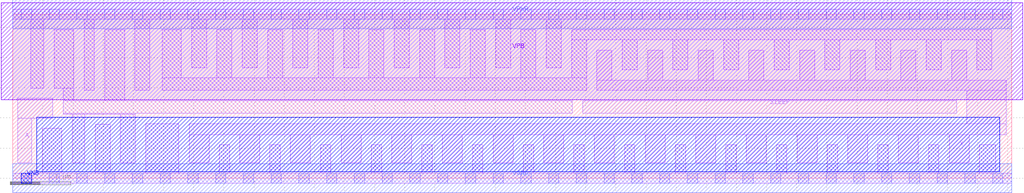
<source format=lef>
VERSION 5.7 ;
  NOWIREEXTENSIONATPIN ON ;
  DIVIDERCHAR "/" ;
  BUSBITCHARS "[]" ;
MACRO sky130_fd_sc_hd__a2bb2o_1
  CLASS CORE ;
  FOREIGN sky130_fd_sc_hd__a2bb2o_1 ;
  ORIGIN 0.000 0.000 ;
  SIZE 3.680 BY 2.720 ;
  SYMMETRY X Y R90 ;
  SITE unithd ;
  PIN A1_N
    DIRECTION INPUT ;
    USE SIGNAL ;
    ANTENNAGATEAREA 0.126000 ;
    PORT
      LAYER li1 ;
        RECT 0.910 0.995 1.240 1.615 ;
    END
  END A1_N
  PIN A2_N
    DIRECTION INPUT ;
    USE SIGNAL ;
    ANTENNAGATEAREA 0.126000 ;
    PORT
      LAYER li1 ;
        RECT 1.410 0.995 1.700 1.375 ;
    END
  END A2_N
  PIN B1
    DIRECTION INPUT ;
    USE SIGNAL ;
    ANTENNAGATEAREA 0.126000 ;
    PORT
      LAYER li1 ;
        RECT 3.280 0.765 3.540 1.655 ;
    END
  END B1
  PIN B2
    DIRECTION INPUT ;
    USE SIGNAL ;
    ANTENNAGATEAREA 0.126000 ;
    PORT
      LAYER li1 ;
        RECT 2.600 1.355 3.080 1.655 ;
        RECT 2.820 0.765 3.080 1.355 ;
    END
  END B2
  PIN VGND
    DIRECTION INOUT ;
    USE GROUND ;
    SHAPE ABUTMENT ;
    PORT
      LAYER met1 ;
        RECT 0.000 -0.240 3.680 0.240 ;
    END
  END VGND
  PIN VNB
    DIRECTION INOUT ;
    USE GROUND ;
    PORT
      LAYER pwell ;
        RECT 0.005 0.785 0.925 1.015 ;
        RECT 0.005 0.105 3.590 0.785 ;
        RECT 0.150 -0.085 0.320 0.105 ;
    END
  END VNB
  PIN VPB
    DIRECTION INOUT ;
    USE POWER ;
    PORT
      LAYER nwell ;
        RECT -0.190 1.305 3.870 2.910 ;
    END
  END VPB
  PIN VPWR
    DIRECTION INOUT ;
    USE POWER ;
    SHAPE ABUTMENT ;
    PORT
      LAYER met1 ;
        RECT 0.000 2.480 3.680 2.960 ;
    END
  END VPWR
  PIN X
    DIRECTION OUTPUT ;
    USE SIGNAL ;
    ANTENNADIFFAREA 0.429000 ;
    PORT
      LAYER li1 ;
        RECT 0.085 1.525 0.345 2.465 ;
        RECT 0.085 0.810 0.260 1.525 ;
        RECT 0.085 0.255 0.345 0.810 ;
    END
  END X
  OBS
      LAYER li1 ;
        RECT 0.000 2.635 3.680 2.805 ;
        RECT 0.515 2.235 0.845 2.635 ;
        RECT 1.990 2.370 2.245 2.465 ;
        RECT 1.105 2.200 2.245 2.370 ;
        RECT 2.415 2.255 2.745 2.425 ;
        RECT 1.105 1.975 1.275 2.200 ;
        RECT 0.515 1.805 1.275 1.975 ;
        RECT 1.990 2.065 2.245 2.200 ;
        RECT 0.515 1.325 0.685 1.805 ;
        RECT 1.540 1.715 1.710 1.905 ;
        RECT 1.990 1.895 2.400 2.065 ;
        RECT 1.540 1.545 2.060 1.715 ;
        RECT 0.430 0.995 0.685 1.325 ;
        RECT 1.890 0.825 2.060 1.545 ;
        RECT 1.180 0.655 2.060 0.825 ;
        RECT 2.230 0.870 2.400 1.895 ;
        RECT 2.575 2.005 2.745 2.255 ;
        RECT 2.915 2.175 3.165 2.635 ;
        RECT 3.335 2.005 3.515 2.465 ;
        RECT 2.575 1.835 3.515 2.005 ;
        RECT 2.230 0.700 2.580 0.870 ;
        RECT 0.515 0.085 0.945 0.530 ;
        RECT 1.180 0.255 1.350 0.655 ;
        RECT 1.520 0.085 2.240 0.485 ;
        RECT 2.410 0.255 2.580 0.700 ;
        RECT 3.155 0.085 3.555 0.595 ;
        RECT 0.000 -0.085 3.680 0.085 ;
      LAYER mcon ;
        RECT 0.145 2.635 0.315 2.805 ;
        RECT 0.605 2.635 0.775 2.805 ;
        RECT 1.065 2.635 1.235 2.805 ;
        RECT 1.525 2.635 1.695 2.805 ;
        RECT 1.985 2.635 2.155 2.805 ;
        RECT 2.445 2.635 2.615 2.805 ;
        RECT 2.905 2.635 3.075 2.805 ;
        RECT 3.365 2.635 3.535 2.805 ;
        RECT 0.145 -0.085 0.315 0.085 ;
        RECT 0.605 -0.085 0.775 0.085 ;
        RECT 1.065 -0.085 1.235 0.085 ;
        RECT 1.525 -0.085 1.695 0.085 ;
        RECT 1.985 -0.085 2.155 0.085 ;
        RECT 2.445 -0.085 2.615 0.085 ;
        RECT 2.905 -0.085 3.075 0.085 ;
        RECT 3.365 -0.085 3.535 0.085 ;
  END
END sky130_fd_sc_hd__a2bb2o_1

#--------EOF---------

MACRO sky130_fd_sc_hd__a2bb2o_2
  CLASS CORE ;
  FOREIGN sky130_fd_sc_hd__a2bb2o_2 ;
  ORIGIN 0.000 0.000 ;
  SIZE 4.140 BY 2.720 ;
  SYMMETRY X Y R90 ;
  SITE unithd ;
  PIN A1_N
    DIRECTION INPUT ;
    USE SIGNAL ;
    ANTENNAGATEAREA 0.159000 ;
    PORT
      LAYER li1 ;
        RECT 1.345 0.995 1.675 1.615 ;
    END
  END A1_N
  PIN A2_N
    DIRECTION INPUT ;
    USE SIGNAL ;
    ANTENNAGATEAREA 0.159000 ;
    PORT
      LAYER li1 ;
        RECT 1.845 0.995 2.135 1.375 ;
    END
  END A2_N
  PIN B1
    DIRECTION INPUT ;
    USE SIGNAL ;
    ANTENNAGATEAREA 0.159000 ;
    PORT
      LAYER li1 ;
        RECT 3.730 0.765 3.990 1.655 ;
    END
  END B1
  PIN B2
    DIRECTION INPUT ;
    USE SIGNAL ;
    ANTENNAGATEAREA 0.159000 ;
    PORT
      LAYER li1 ;
        RECT 3.050 1.355 3.530 1.655 ;
        RECT 3.270 0.765 3.530 1.355 ;
    END
  END B2
  PIN VGND
    DIRECTION INOUT ;
    USE GROUND ;
    SHAPE ABUTMENT ;
    PORT
      LAYER met1 ;
        RECT 0.000 -0.240 4.140 0.240 ;
    END
  END VGND
  PIN VNB
    DIRECTION INOUT ;
    USE GROUND ;
    PORT
      LAYER pwell ;
        RECT 0.015 0.785 1.360 1.015 ;
        RECT 0.015 0.105 4.040 0.785 ;
        RECT 0.125 -0.085 0.295 0.105 ;
    END
  END VNB
  PIN VPB
    DIRECTION INOUT ;
    USE POWER ;
    PORT
      LAYER nwell ;
        RECT -0.190 1.305 4.330 2.910 ;
    END
  END VPB
  PIN VPWR
    DIRECTION INOUT ;
    USE POWER ;
    SHAPE ABUTMENT ;
    PORT
      LAYER met1 ;
        RECT 0.000 2.480 4.140 2.960 ;
    END
  END VPWR
  PIN X
    DIRECTION OUTPUT ;
    USE SIGNAL ;
    ANTENNADIFFAREA 0.445500 ;
    PORT
      LAYER li1 ;
        RECT 0.525 1.525 0.780 2.465 ;
        RECT 0.525 0.810 0.695 1.525 ;
        RECT 0.525 0.255 0.780 0.810 ;
    END
  END X
  OBS
      LAYER li1 ;
        RECT 0.000 2.635 4.140 2.805 ;
        RECT 0.185 1.445 0.355 2.635 ;
        RECT 0.950 2.235 1.280 2.635 ;
        RECT 2.500 2.370 2.670 2.465 ;
        RECT 1.540 2.200 2.670 2.370 ;
        RECT 2.875 2.255 3.205 2.425 ;
        RECT 1.540 1.975 1.710 2.200 ;
        RECT 0.950 1.805 1.710 1.975 ;
        RECT 2.440 2.065 2.670 2.200 ;
        RECT 0.950 1.325 1.120 1.805 ;
        RECT 1.975 1.715 2.145 1.905 ;
        RECT 2.440 1.895 2.850 2.065 ;
        RECT 1.975 1.545 2.510 1.715 ;
        RECT 0.865 0.995 1.120 1.325 ;
        RECT 0.185 0.085 0.355 0.930 ;
        RECT 2.340 0.825 2.510 1.545 ;
        RECT 1.615 0.655 2.510 0.825 ;
        RECT 2.680 0.870 2.850 1.895 ;
        RECT 3.035 2.005 3.205 2.255 ;
        RECT 3.375 2.175 3.625 2.635 ;
        RECT 3.795 2.005 3.965 2.465 ;
        RECT 3.035 1.835 3.965 2.005 ;
        RECT 2.680 0.700 3.030 0.870 ;
        RECT 0.950 0.085 1.380 0.530 ;
        RECT 1.615 0.255 1.785 0.655 ;
        RECT 1.955 0.085 2.690 0.485 ;
        RECT 2.860 0.255 3.030 0.700 ;
        RECT 3.605 0.085 4.005 0.595 ;
        RECT 0.000 -0.085 4.140 0.085 ;
      LAYER mcon ;
        RECT 0.145 2.635 0.315 2.805 ;
        RECT 0.605 2.635 0.775 2.805 ;
        RECT 1.065 2.635 1.235 2.805 ;
        RECT 1.525 2.635 1.695 2.805 ;
        RECT 1.985 2.635 2.155 2.805 ;
        RECT 2.445 2.635 2.615 2.805 ;
        RECT 2.905 2.635 3.075 2.805 ;
        RECT 3.365 2.635 3.535 2.805 ;
        RECT 3.825 2.635 3.995 2.805 ;
        RECT 0.145 -0.085 0.315 0.085 ;
        RECT 0.605 -0.085 0.775 0.085 ;
        RECT 1.065 -0.085 1.235 0.085 ;
        RECT 1.525 -0.085 1.695 0.085 ;
        RECT 1.985 -0.085 2.155 0.085 ;
        RECT 2.445 -0.085 2.615 0.085 ;
        RECT 2.905 -0.085 3.075 0.085 ;
        RECT 3.365 -0.085 3.535 0.085 ;
        RECT 3.825 -0.085 3.995 0.085 ;
  END
END sky130_fd_sc_hd__a2bb2o_2

#--------EOF---------

MACRO sky130_fd_sc_hd__a2bb2o_4
  CLASS CORE ;
  FOREIGN sky130_fd_sc_hd__a2bb2o_4 ;
  ORIGIN 0.000 0.000 ;
  SIZE 7.360 BY 2.720 ;
  SYMMETRY X Y R90 ;
  SITE unithd ;
  PIN A1_N
    DIRECTION INPUT ;
    USE SIGNAL ;
    ANTENNAGATEAREA 0.495000 ;
    PORT
      LAYER li1 ;
        RECT 3.475 1.445 4.965 1.615 ;
        RECT 3.475 1.325 3.645 1.445 ;
        RECT 3.315 1.075 3.645 1.325 ;
        RECT 4.605 1.075 4.965 1.445 ;
    END
  END A1_N
  PIN A2_N
    DIRECTION INPUT ;
    USE SIGNAL ;
    ANTENNAGATEAREA 0.495000 ;
    PORT
      LAYER li1 ;
        RECT 3.815 1.075 4.435 1.275 ;
    END
  END A2_N
  PIN B1
    DIRECTION INPUT ;
    USE SIGNAL ;
    ANTENNAGATEAREA 0.495000 ;
    PORT
      LAYER li1 ;
        RECT 0.085 1.445 1.685 1.615 ;
        RECT 0.085 1.075 0.575 1.445 ;
        RECT 1.515 1.245 1.685 1.445 ;
        RECT 1.515 1.075 1.895 1.245 ;
    END
  END B1
  PIN B2
    DIRECTION INPUT ;
    USE SIGNAL ;
    ANTENNAGATEAREA 0.495000 ;
    PORT
      LAYER li1 ;
        RECT 0.805 1.075 1.345 1.275 ;
    END
  END B2
  PIN VGND
    DIRECTION INOUT ;
    USE GROUND ;
    SHAPE ABUTMENT ;
    PORT
      LAYER met1 ;
        RECT 0.000 -0.240 7.360 0.240 ;
    END
  END VGND
  PIN VNB
    DIRECTION INOUT ;
    USE GROUND ;
    PORT
      LAYER pwell ;
        RECT 0.005 0.105 6.915 1.015 ;
        RECT 0.150 -0.085 0.320 0.105 ;
    END
  END VNB
  PIN VPB
    DIRECTION INOUT ;
    USE POWER ;
    PORT
      LAYER nwell ;
        RECT -0.190 1.305 7.550 2.910 ;
    END
  END VPB
  PIN VPWR
    DIRECTION INOUT ;
    USE POWER ;
    SHAPE ABUTMENT ;
    PORT
      LAYER met1 ;
        RECT 0.000 2.480 7.360 2.960 ;
    END
  END VPWR
  PIN X
    DIRECTION OUTPUT ;
    USE SIGNAL ;
    ANTENNADIFFAREA 0.891000 ;
    PORT
      LAYER li1 ;
        RECT 5.275 1.955 5.525 2.465 ;
        RECT 6.115 1.955 6.365 2.465 ;
        RECT 5.275 1.785 6.365 1.955 ;
        RECT 6.115 1.655 6.365 1.785 ;
        RECT 6.115 1.415 6.920 1.655 ;
        RECT 6.610 0.905 6.920 1.415 ;
        RECT 5.235 0.725 6.920 0.905 ;
        RECT 5.235 0.275 5.565 0.725 ;
        RECT 6.075 0.275 6.405 0.725 ;
    END
  END X
  OBS
      LAYER li1 ;
        RECT 0.000 2.635 7.360 2.805 ;
        RECT 0.135 1.955 0.385 2.465 ;
        RECT 0.555 2.125 0.805 2.635 ;
        RECT 0.975 1.955 1.225 2.465 ;
        RECT 1.395 2.125 1.645 2.635 ;
        RECT 1.815 2.295 2.905 2.465 ;
        RECT 1.815 1.955 2.065 2.295 ;
        RECT 2.655 2.135 2.905 2.295 ;
        RECT 3.175 2.135 3.425 2.635 ;
        RECT 3.595 2.295 4.685 2.465 ;
        RECT 3.595 2.135 3.845 2.295 ;
        RECT 0.135 1.785 2.065 1.955 ;
        RECT 1.855 1.455 2.065 1.785 ;
        RECT 2.235 1.965 2.485 2.125 ;
        RECT 4.015 1.965 4.265 2.125 ;
        RECT 2.235 1.415 2.620 1.965 ;
        RECT 3.135 1.785 4.265 1.965 ;
        RECT 4.435 1.785 4.685 2.295 ;
        RECT 4.855 1.795 5.105 2.635 ;
        RECT 5.695 2.165 5.945 2.635 ;
        RECT 6.535 1.825 6.785 2.635 ;
        RECT 3.135 1.665 3.305 1.785 ;
        RECT 2.955 1.495 3.305 1.665 ;
        RECT 2.235 0.905 2.445 1.415 ;
        RECT 2.955 1.245 3.145 1.495 ;
        RECT 2.615 1.075 3.145 1.245 ;
        RECT 5.135 1.245 5.460 1.615 ;
        RECT 5.135 1.075 6.440 1.245 ;
        RECT 2.955 0.905 3.145 1.075 ;
        RECT 0.175 0.085 0.345 0.895 ;
        RECT 0.515 0.475 0.765 0.905 ;
        RECT 0.935 0.735 2.525 0.905 ;
        RECT 0.935 0.645 1.270 0.735 ;
        RECT 0.515 0.255 1.685 0.475 ;
        RECT 1.855 0.085 2.025 0.555 ;
        RECT 2.195 0.255 2.525 0.735 ;
        RECT 2.955 0.725 4.725 0.905 ;
        RECT 2.695 0.085 3.385 0.555 ;
        RECT 3.555 0.255 3.885 0.725 ;
        RECT 4.055 0.085 4.225 0.555 ;
        RECT 4.395 0.255 4.725 0.725 ;
        RECT 4.895 0.085 5.065 0.895 ;
        RECT 5.735 0.085 5.905 0.555 ;
        RECT 6.575 0.085 6.745 0.555 ;
        RECT 0.000 -0.085 7.360 0.085 ;
      LAYER mcon ;
        RECT 0.145 2.635 0.315 2.805 ;
        RECT 0.605 2.635 0.775 2.805 ;
        RECT 1.065 2.635 1.235 2.805 ;
        RECT 1.525 2.635 1.695 2.805 ;
        RECT 1.985 2.635 2.155 2.805 ;
        RECT 2.445 2.635 2.615 2.805 ;
        RECT 2.905 2.635 3.075 2.805 ;
        RECT 3.365 2.635 3.535 2.805 ;
        RECT 3.825 2.635 3.995 2.805 ;
        RECT 4.285 2.635 4.455 2.805 ;
        RECT 4.745 2.635 4.915 2.805 ;
        RECT 5.205 2.635 5.375 2.805 ;
        RECT 5.665 2.635 5.835 2.805 ;
        RECT 6.125 2.635 6.295 2.805 ;
        RECT 6.585 2.635 6.755 2.805 ;
        RECT 7.045 2.635 7.215 2.805 ;
        RECT 2.450 1.445 2.620 1.615 ;
        RECT 5.230 1.445 5.400 1.615 ;
        RECT 0.145 -0.085 0.315 0.085 ;
        RECT 0.605 -0.085 0.775 0.085 ;
        RECT 1.065 -0.085 1.235 0.085 ;
        RECT 1.525 -0.085 1.695 0.085 ;
        RECT 1.985 -0.085 2.155 0.085 ;
        RECT 2.445 -0.085 2.615 0.085 ;
        RECT 2.905 -0.085 3.075 0.085 ;
        RECT 3.365 -0.085 3.535 0.085 ;
        RECT 3.825 -0.085 3.995 0.085 ;
        RECT 4.285 -0.085 4.455 0.085 ;
        RECT 4.745 -0.085 4.915 0.085 ;
        RECT 5.205 -0.085 5.375 0.085 ;
        RECT 5.665 -0.085 5.835 0.085 ;
        RECT 6.125 -0.085 6.295 0.085 ;
        RECT 6.585 -0.085 6.755 0.085 ;
        RECT 7.045 -0.085 7.215 0.085 ;
      LAYER met1 ;
        RECT 2.390 1.600 2.680 1.645 ;
        RECT 5.170 1.600 5.460 1.645 ;
        RECT 2.390 1.460 5.460 1.600 ;
        RECT 2.390 1.415 2.680 1.460 ;
        RECT 5.170 1.415 5.460 1.460 ;
  END
END sky130_fd_sc_hd__a2bb2o_4

#--------EOF---------

MACRO sky130_fd_sc_hd__a2bb2oi_1
  CLASS CORE ;
  FOREIGN sky130_fd_sc_hd__a2bb2oi_1 ;
  ORIGIN 0.000 0.000 ;
  SIZE 3.220 BY 2.720 ;
  SYMMETRY X Y R90 ;
  SITE unithd ;
  PIN A1_N
    DIRECTION INPUT ;
    USE SIGNAL ;
    ANTENNAGATEAREA 0.247500 ;
    PORT
      LAYER li1 ;
        RECT 0.150 0.995 0.520 1.615 ;
    END
  END A1_N
  PIN A2_N
    DIRECTION INPUT ;
    USE SIGNAL ;
    ANTENNAGATEAREA 0.247500 ;
    PORT
      LAYER li1 ;
        RECT 0.725 1.010 1.240 1.275 ;
    END
  END A2_N
  PIN B1
    DIRECTION INPUT ;
    USE SIGNAL ;
    ANTENNAGATEAREA 0.247500 ;
    PORT
      LAYER li1 ;
        RECT 2.780 0.995 3.070 1.615 ;
    END
  END B1
  PIN B2
    DIRECTION INPUT ;
    USE SIGNAL ;
    ANTENNAGATEAREA 0.247500 ;
    PORT
      LAYER li1 ;
        RECT 2.245 0.995 2.610 1.615 ;
        RECT 2.440 0.425 2.610 0.995 ;
    END
  END B2
  PIN VGND
    DIRECTION INOUT ;
    USE GROUND ;
    SHAPE ABUTMENT ;
    PORT
      LAYER met1 ;
        RECT 0.000 -0.240 3.220 0.240 ;
    END
  END VGND
  PIN VNB
    DIRECTION INOUT ;
    USE GROUND ;
    PORT
      LAYER pwell ;
        RECT 0.005 0.105 3.215 1.015 ;
        RECT 0.145 -0.085 0.315 0.105 ;
    END
  END VNB
  PIN VPB
    DIRECTION INOUT ;
    USE POWER ;
    PORT
      LAYER nwell ;
        RECT -0.190 1.305 3.410 2.910 ;
    END
  END VPB
  PIN VPWR
    DIRECTION INOUT ;
    USE POWER ;
    SHAPE ABUTMENT ;
    PORT
      LAYER met1 ;
        RECT 0.000 2.480 3.220 2.960 ;
    END
  END VPWR
  PIN Y
    DIRECTION OUTPUT ;
    USE SIGNAL ;
    ANTENNADIFFAREA 0.515500 ;
    PORT
      LAYER li1 ;
        RECT 1.420 1.955 1.785 2.465 ;
        RECT 1.420 1.785 1.945 1.955 ;
        RECT 1.775 0.825 1.945 1.785 ;
        RECT 1.775 0.255 2.205 0.825 ;
    END
  END Y
  OBS
      LAYER li1 ;
        RECT 0.000 2.635 3.220 2.805 ;
        RECT 0.095 1.805 0.425 2.635 ;
        RECT 0.875 1.615 1.205 2.465 ;
        RECT 1.955 2.235 2.285 2.465 ;
        RECT 2.115 1.955 2.285 2.235 ;
        RECT 2.455 2.135 2.705 2.635 ;
        RECT 2.875 1.955 3.130 2.465 ;
        RECT 2.115 1.785 3.130 1.955 ;
        RECT 0.875 1.445 1.580 1.615 ;
        RECT 1.410 0.830 1.580 1.445 ;
        RECT 0.095 0.085 0.425 0.825 ;
        RECT 0.595 0.660 1.580 0.830 ;
        RECT 0.595 0.255 0.765 0.660 ;
        RECT 0.935 0.085 1.605 0.490 ;
        RECT 2.795 0.085 3.125 0.825 ;
        RECT 0.000 -0.085 3.220 0.085 ;
      LAYER mcon ;
        RECT 0.145 2.635 0.315 2.805 ;
        RECT 0.605 2.635 0.775 2.805 ;
        RECT 1.065 2.635 1.235 2.805 ;
        RECT 1.525 2.635 1.695 2.805 ;
        RECT 1.985 2.635 2.155 2.805 ;
        RECT 2.445 2.635 2.615 2.805 ;
        RECT 2.905 2.635 3.075 2.805 ;
        RECT 0.145 -0.085 0.315 0.085 ;
        RECT 0.605 -0.085 0.775 0.085 ;
        RECT 1.065 -0.085 1.235 0.085 ;
        RECT 1.525 -0.085 1.695 0.085 ;
        RECT 1.985 -0.085 2.155 0.085 ;
        RECT 2.445 -0.085 2.615 0.085 ;
        RECT 2.905 -0.085 3.075 0.085 ;
  END
END sky130_fd_sc_hd__a2bb2oi_1

#--------EOF---------

MACRO sky130_fd_sc_hd__a2bb2oi_2
  CLASS CORE ;
  FOREIGN sky130_fd_sc_hd__a2bb2oi_2 ;
  ORIGIN 0.000 0.000 ;
  SIZE 5.520 BY 2.720 ;
  SYMMETRY X Y R90 ;
  SITE unithd ;
  PIN A1_N
    DIRECTION INPUT ;
    USE SIGNAL ;
    ANTENNAGATEAREA 0.495000 ;
    PORT
      LAYER li1 ;
        RECT 3.310 1.075 4.205 1.275 ;
    END
  END A1_N
  PIN A2_N
    DIRECTION INPUT ;
    USE SIGNAL ;
    ANTENNAGATEAREA 0.495000 ;
    PORT
      LAYER li1 ;
        RECT 4.455 1.075 5.435 1.275 ;
    END
  END A2_N
  PIN B1
    DIRECTION INPUT ;
    USE SIGNAL ;
    ANTENNAGATEAREA 0.495000 ;
    PORT
      LAYER li1 ;
        RECT 0.085 1.445 2.030 1.615 ;
        RECT 0.085 1.075 0.710 1.445 ;
        RECT 1.700 1.075 2.030 1.445 ;
    END
  END B1
  PIN B2
    DIRECTION INPUT ;
    USE SIGNAL ;
    ANTENNAGATEAREA 0.495000 ;
    PORT
      LAYER li1 ;
        RECT 0.940 1.075 1.480 1.275 ;
    END
  END B2
  PIN VGND
    DIRECTION INOUT ;
    USE GROUND ;
    SHAPE ABUTMENT ;
    PORT
      LAYER met1 ;
        RECT 0.000 -0.240 5.520 0.240 ;
    END
  END VGND
  PIN VNB
    DIRECTION INOUT ;
    USE GROUND ;
    PORT
      LAYER pwell ;
        RECT 0.140 0.105 5.390 1.015 ;
        RECT 0.145 -0.085 0.315 0.105 ;
    END
  END VNB
  PIN VPB
    DIRECTION INOUT ;
    USE POWER ;
    PORT
      LAYER nwell ;
        RECT -0.190 1.305 5.710 2.910 ;
    END
  END VPB
  PIN VPWR
    DIRECTION INOUT ;
    USE POWER ;
    SHAPE ABUTMENT ;
    PORT
      LAYER met1 ;
        RECT 0.000 2.480 5.520 2.960 ;
    END
  END VPWR
  PIN Y
    DIRECTION OUTPUT ;
    USE SIGNAL ;
    ANTENNADIFFAREA 0.621000 ;
    PORT
      LAYER li1 ;
        RECT 2.370 1.660 2.620 2.125 ;
        RECT 2.370 0.905 2.660 1.660 ;
        RECT 1.070 0.725 2.660 0.905 ;
        RECT 1.070 0.645 1.400 0.725 ;
        RECT 2.330 0.255 2.660 0.725 ;
    END
  END Y
  OBS
      LAYER li1 ;
        RECT 0.000 2.635 5.520 2.805 ;
        RECT 0.270 1.955 0.520 2.465 ;
        RECT 0.690 2.135 0.940 2.635 ;
        RECT 1.110 1.955 1.360 2.465 ;
        RECT 1.530 2.135 1.780 2.635 ;
        RECT 1.950 2.295 3.040 2.465 ;
        RECT 1.950 1.955 2.200 2.295 ;
        RECT 0.270 1.785 2.200 1.955 ;
        RECT 2.790 1.795 3.040 2.295 ;
        RECT 3.310 1.965 3.560 2.465 ;
        RECT 3.730 2.135 3.980 2.635 ;
        RECT 4.150 2.295 5.240 2.465 ;
        RECT 4.150 1.965 4.400 2.295 ;
        RECT 3.310 1.785 4.400 1.965 ;
        RECT 4.570 1.615 4.820 2.125 ;
        RECT 2.950 1.445 4.820 1.615 ;
        RECT 4.990 1.455 5.240 2.295 ;
        RECT 2.950 1.325 3.120 1.445 ;
        RECT 2.830 0.995 3.120 1.325 ;
        RECT 2.950 0.905 3.120 0.995 ;
        RECT 0.310 0.085 0.480 0.895 ;
        RECT 0.650 0.475 0.900 0.895 ;
        RECT 2.950 0.725 4.860 0.905 ;
        RECT 0.650 0.255 1.820 0.475 ;
        RECT 1.990 0.085 2.160 0.555 ;
        RECT 2.830 0.085 3.520 0.555 ;
        RECT 3.690 0.255 4.020 0.725 ;
        RECT 4.190 0.085 4.360 0.555 ;
        RECT 4.530 0.255 4.860 0.725 ;
        RECT 5.030 0.085 5.200 0.905 ;
        RECT 0.000 -0.085 5.520 0.085 ;
      LAYER mcon ;
        RECT 0.145 2.635 0.315 2.805 ;
        RECT 0.605 2.635 0.775 2.805 ;
        RECT 1.065 2.635 1.235 2.805 ;
        RECT 1.525 2.635 1.695 2.805 ;
        RECT 1.985 2.635 2.155 2.805 ;
        RECT 2.445 2.635 2.615 2.805 ;
        RECT 2.905 2.635 3.075 2.805 ;
        RECT 3.365 2.635 3.535 2.805 ;
        RECT 3.825 2.635 3.995 2.805 ;
        RECT 4.285 2.635 4.455 2.805 ;
        RECT 4.745 2.635 4.915 2.805 ;
        RECT 5.205 2.635 5.375 2.805 ;
        RECT 0.145 -0.085 0.315 0.085 ;
        RECT 0.605 -0.085 0.775 0.085 ;
        RECT 1.065 -0.085 1.235 0.085 ;
        RECT 1.525 -0.085 1.695 0.085 ;
        RECT 1.985 -0.085 2.155 0.085 ;
        RECT 2.445 -0.085 2.615 0.085 ;
        RECT 2.905 -0.085 3.075 0.085 ;
        RECT 3.365 -0.085 3.535 0.085 ;
        RECT 3.825 -0.085 3.995 0.085 ;
        RECT 4.285 -0.085 4.455 0.085 ;
        RECT 4.745 -0.085 4.915 0.085 ;
        RECT 5.205 -0.085 5.375 0.085 ;
  END
END sky130_fd_sc_hd__a2bb2oi_2

#--------EOF---------

MACRO sky130_fd_sc_hd__a2bb2oi_4
  CLASS CORE ;
  FOREIGN sky130_fd_sc_hd__a2bb2oi_4 ;
  ORIGIN 0.000 0.000 ;
  SIZE 9.660 BY 2.720 ;
  SYMMETRY X Y R90 ;
  SITE unithd ;
  PIN A1_N
    DIRECTION INPUT ;
    USE SIGNAL ;
    ANTENNAGATEAREA 0.990000 ;
    PORT
      LAYER li1 ;
        RECT 5.945 1.075 7.320 1.275 ;
    END
  END A1_N
  PIN A2_N
    DIRECTION INPUT ;
    USE SIGNAL ;
    ANTENNAGATEAREA 0.990000 ;
    PORT
      LAYER li1 ;
        RECT 7.595 1.075 9.045 1.275 ;
    END
  END A2_N
  PIN B1
    DIRECTION INPUT ;
    USE SIGNAL ;
    ANTENNAGATEAREA 0.990000 ;
    PORT
      LAYER li1 ;
        RECT 1.385 1.445 3.575 1.615 ;
        RECT 1.385 1.285 1.555 1.445 ;
        RECT 0.100 1.075 1.555 1.285 ;
        RECT 3.245 1.075 3.575 1.445 ;
    END
  END B1
  PIN B2
    DIRECTION INPUT ;
    USE SIGNAL ;
    ANTENNAGATEAREA 0.990000 ;
    PORT
      LAYER li1 ;
        RECT 1.725 1.075 3.075 1.275 ;
    END
  END B2
  PIN VGND
    DIRECTION INOUT ;
    USE GROUND ;
    SHAPE ABUTMENT ;
    PORT
      LAYER met1 ;
        RECT 0.000 -0.240 9.660 0.240 ;
    END
  END VGND
  PIN VNB
    DIRECTION INOUT ;
    USE GROUND ;
    PORT
      LAYER pwell ;
        RECT 0.005 0.105 9.435 1.015 ;
        RECT 0.150 -0.085 0.320 0.105 ;
    END
  END VNB
  PIN VPB
    DIRECTION INOUT ;
    USE POWER ;
    PORT
      LAYER nwell ;
        RECT -0.190 1.305 9.850 2.910 ;
    END
  END VPB
  PIN VPWR
    DIRECTION INOUT ;
    USE POWER ;
    SHAPE ABUTMENT ;
    PORT
      LAYER met1 ;
        RECT 0.000 2.480 9.660 2.960 ;
    END
  END VPWR
  PIN Y
    DIRECTION OUTPUT ;
    USE SIGNAL ;
    ANTENNADIFFAREA 1.242000 ;
    PORT
      LAYER li1 ;
        RECT 3.915 1.615 4.165 2.125 ;
        RECT 4.745 1.615 4.965 2.125 ;
        RECT 3.745 1.415 4.965 1.615 ;
        RECT 3.745 0.905 3.915 1.415 ;
        RECT 1.775 0.725 5.045 0.905 ;
        RECT 1.775 0.645 2.995 0.725 ;
        RECT 3.875 0.275 4.205 0.725 ;
        RECT 4.715 0.275 5.045 0.725 ;
    END
  END Y
  OBS
      LAYER li1 ;
        RECT 0.000 2.635 9.660 2.805 ;
        RECT 0.085 1.625 0.425 2.465 ;
        RECT 0.595 1.795 0.805 2.635 ;
        RECT 0.975 1.965 1.215 2.465 ;
        RECT 1.395 2.135 1.645 2.635 ;
        RECT 1.815 1.965 2.065 2.465 ;
        RECT 2.235 2.135 2.485 2.635 ;
        RECT 2.655 1.965 2.905 2.465 ;
        RECT 3.075 2.135 3.325 2.635 ;
        RECT 3.495 2.295 5.465 2.465 ;
        RECT 3.495 1.965 3.745 2.295 ;
        RECT 0.975 1.795 3.745 1.965 ;
        RECT 4.335 1.795 4.575 2.295 ;
        RECT 0.975 1.625 1.215 1.795 ;
        RECT 0.085 1.455 1.215 1.625 ;
        RECT 5.135 1.455 5.465 2.295 ;
        RECT 5.655 1.625 5.985 2.465 ;
        RECT 6.155 1.795 6.365 2.635 ;
        RECT 6.540 1.625 6.780 2.465 ;
        RECT 6.955 1.795 7.205 2.635 ;
        RECT 7.375 2.295 9.310 2.465 ;
        RECT 7.375 1.625 7.625 2.295 ;
        RECT 5.655 1.455 7.625 1.625 ;
        RECT 7.795 1.625 8.045 2.125 ;
        RECT 8.215 1.795 8.465 2.295 ;
        RECT 8.635 1.625 8.885 2.125 ;
        RECT 9.060 1.795 9.310 2.295 ;
        RECT 7.795 1.455 9.575 1.625 ;
        RECT 4.085 1.075 5.725 1.245 ;
        RECT 5.555 0.905 5.725 1.075 ;
        RECT 9.215 0.905 9.575 1.455 ;
        RECT 0.175 0.085 0.345 0.895 ;
        RECT 0.515 0.725 1.605 0.905 ;
        RECT 5.555 0.735 9.575 0.905 ;
        RECT 0.515 0.255 0.845 0.725 ;
        RECT 1.015 0.085 1.185 0.555 ;
        RECT 1.355 0.475 1.605 0.725 ;
        RECT 6.075 0.725 8.925 0.735 ;
        RECT 1.355 0.255 3.365 0.475 ;
        RECT 3.535 0.085 3.705 0.555 ;
        RECT 4.375 0.085 4.545 0.555 ;
        RECT 5.215 0.085 5.905 0.555 ;
        RECT 6.075 0.255 6.405 0.725 ;
        RECT 6.575 0.085 6.745 0.555 ;
        RECT 6.915 0.255 7.245 0.725 ;
        RECT 7.415 0.085 7.585 0.555 ;
        RECT 7.755 0.255 8.085 0.725 ;
        RECT 8.255 0.085 8.425 0.555 ;
        RECT 8.595 0.255 8.925 0.725 ;
        RECT 9.095 0.085 9.265 0.555 ;
        RECT 0.000 -0.085 9.660 0.085 ;
      LAYER mcon ;
        RECT 0.145 2.635 0.315 2.805 ;
        RECT 0.605 2.635 0.775 2.805 ;
        RECT 1.065 2.635 1.235 2.805 ;
        RECT 1.525 2.635 1.695 2.805 ;
        RECT 1.985 2.635 2.155 2.805 ;
        RECT 2.445 2.635 2.615 2.805 ;
        RECT 2.905 2.635 3.075 2.805 ;
        RECT 3.365 2.635 3.535 2.805 ;
        RECT 3.825 2.635 3.995 2.805 ;
        RECT 4.285 2.635 4.455 2.805 ;
        RECT 4.745 2.635 4.915 2.805 ;
        RECT 5.205 2.635 5.375 2.805 ;
        RECT 5.665 2.635 5.835 2.805 ;
        RECT 6.125 2.635 6.295 2.805 ;
        RECT 6.585 2.635 6.755 2.805 ;
        RECT 7.045 2.635 7.215 2.805 ;
        RECT 7.505 2.635 7.675 2.805 ;
        RECT 7.965 2.635 8.135 2.805 ;
        RECT 8.425 2.635 8.595 2.805 ;
        RECT 8.885 2.635 9.055 2.805 ;
        RECT 9.345 2.635 9.515 2.805 ;
        RECT 0.145 -0.085 0.315 0.085 ;
        RECT 0.605 -0.085 0.775 0.085 ;
        RECT 1.065 -0.085 1.235 0.085 ;
        RECT 1.525 -0.085 1.695 0.085 ;
        RECT 1.985 -0.085 2.155 0.085 ;
        RECT 2.445 -0.085 2.615 0.085 ;
        RECT 2.905 -0.085 3.075 0.085 ;
        RECT 3.365 -0.085 3.535 0.085 ;
        RECT 3.825 -0.085 3.995 0.085 ;
        RECT 4.285 -0.085 4.455 0.085 ;
        RECT 4.745 -0.085 4.915 0.085 ;
        RECT 5.205 -0.085 5.375 0.085 ;
        RECT 5.665 -0.085 5.835 0.085 ;
        RECT 6.125 -0.085 6.295 0.085 ;
        RECT 6.585 -0.085 6.755 0.085 ;
        RECT 7.045 -0.085 7.215 0.085 ;
        RECT 7.505 -0.085 7.675 0.085 ;
        RECT 7.965 -0.085 8.135 0.085 ;
        RECT 8.425 -0.085 8.595 0.085 ;
        RECT 8.885 -0.085 9.055 0.085 ;
        RECT 9.345 -0.085 9.515 0.085 ;
  END
END sky130_fd_sc_hd__a2bb2oi_4

#--------EOF---------

MACRO sky130_fd_sc_hd__a21bo_1
  CLASS CORE ;
  FOREIGN sky130_fd_sc_hd__a21bo_1 ;
  ORIGIN 0.000 0.000 ;
  SIZE 3.680 BY 2.720 ;
  SYMMETRY X Y R90 ;
  SITE unithd ;
  PIN A1
    DIRECTION INPUT ;
    USE SIGNAL ;
    ANTENNAGATEAREA 0.247500 ;
    PORT
      LAYER li1 ;
        RECT 1.750 0.995 2.175 1.615 ;
    END
  END A1
  PIN A2
    DIRECTION INPUT ;
    USE SIGNAL ;
    ANTENNAGATEAREA 0.247500 ;
    PORT
      LAYER li1 ;
        RECT 2.370 0.995 2.630 1.615 ;
    END
  END A2
  PIN B1_N
    DIRECTION INPUT ;
    USE SIGNAL ;
    ANTENNAGATEAREA 0.126000 ;
    PORT
      LAYER li1 ;
        RECT 0.105 0.325 0.335 1.665 ;
    END
  END B1_N
  PIN VGND
    DIRECTION INOUT ;
    USE GROUND ;
    SHAPE ABUTMENT ;
    PORT
      LAYER met1 ;
        RECT 0.000 -0.240 3.680 0.240 ;
    END
  END VGND
  PIN VNB
    DIRECTION INOUT ;
    USE GROUND ;
    PORT
      LAYER pwell ;
        RECT 0.145 -0.085 0.315 0.085 ;
    END
  END VNB
  PIN VPB
    DIRECTION INOUT ;
    USE POWER ;
    PORT
      LAYER nwell ;
        RECT -0.190 1.305 3.870 2.910 ;
    END
  END VPB
  PIN VPWR
    DIRECTION INOUT ;
    USE POWER ;
    SHAPE ABUTMENT ;
    PORT
      LAYER met1 ;
        RECT 0.000 2.480 3.680 2.960 ;
    END
  END VPWR
  PIN X
    DIRECTION OUTPUT ;
    USE SIGNAL ;
    ANTENNADIFFAREA 0.429000 ;
    PORT
      LAYER li1 ;
        RECT 3.300 0.265 3.580 2.455 ;
    END
  END X
  OBS
      LAYER pwell ;
        RECT 0.850 0.785 3.675 1.015 ;
        RECT 0.345 0.105 3.675 0.785 ;
      LAYER li1 ;
        RECT 0.000 2.635 3.680 2.805 ;
        RECT 0.105 2.045 0.345 2.435 ;
        RECT 0.515 2.225 0.865 2.635 ;
        RECT 0.105 1.845 0.855 2.045 ;
        RECT 0.515 1.165 0.855 1.845 ;
        RECT 1.035 1.345 1.365 2.455 ;
        RECT 1.535 1.985 1.715 2.455 ;
        RECT 1.885 2.155 2.215 2.635 ;
        RECT 2.390 1.985 2.560 2.455 ;
        RECT 1.535 1.785 2.560 1.985 ;
        RECT 2.825 1.495 3.110 2.635 ;
        RECT 0.515 0.265 0.745 1.165 ;
        RECT 1.035 1.045 1.580 1.345 ;
        RECT 0.945 0.085 1.190 0.865 ;
        RECT 1.360 0.815 1.580 1.045 ;
        RECT 2.840 0.815 3.100 1.325 ;
        RECT 1.360 0.625 3.100 0.815 ;
        RECT 1.360 0.265 1.790 0.625 ;
        RECT 2.370 0.085 3.100 0.455 ;
        RECT 0.000 -0.085 3.680 0.085 ;
      LAYER mcon ;
        RECT 0.145 2.635 0.315 2.805 ;
        RECT 0.605 2.635 0.775 2.805 ;
        RECT 1.065 2.635 1.235 2.805 ;
        RECT 1.525 2.635 1.695 2.805 ;
        RECT 1.985 2.635 2.155 2.805 ;
        RECT 2.445 2.635 2.615 2.805 ;
        RECT 2.905 2.635 3.075 2.805 ;
        RECT 3.365 2.635 3.535 2.805 ;
        RECT 0.145 -0.085 0.315 0.085 ;
        RECT 0.605 -0.085 0.775 0.085 ;
        RECT 1.065 -0.085 1.235 0.085 ;
        RECT 1.525 -0.085 1.695 0.085 ;
        RECT 1.985 -0.085 2.155 0.085 ;
        RECT 2.445 -0.085 2.615 0.085 ;
        RECT 2.905 -0.085 3.075 0.085 ;
        RECT 3.365 -0.085 3.535 0.085 ;
  END
END sky130_fd_sc_hd__a21bo_1

#--------EOF---------

MACRO sky130_fd_sc_hd__a21bo_2
  CLASS CORE ;
  FOREIGN sky130_fd_sc_hd__a21bo_2 ;
  ORIGIN 0.000 0.000 ;
  SIZE 3.680 BY 2.720 ;
  SYMMETRY X Y R90 ;
  SITE unithd ;
  PIN A1
    DIRECTION INPUT ;
    USE SIGNAL ;
    ANTENNAGATEAREA 0.247500 ;
    PORT
      LAYER li1 ;
        RECT 2.685 0.995 3.100 1.615 ;
    END
  END A1
  PIN A2
    DIRECTION INPUT ;
    USE SIGNAL ;
    ANTENNAGATEAREA 0.247500 ;
    PORT
      LAYER li1 ;
        RECT 3.270 0.995 3.560 1.615 ;
    END
  END A2
  PIN B1_N
    DIRECTION INPUT ;
    USE SIGNAL ;
    ANTENNAGATEAREA 0.126000 ;
    PORT
      LAYER li1 ;
        RECT 1.070 1.035 1.525 1.325 ;
        RECT 1.330 0.995 1.525 1.035 ;
    END
  END B1_N
  PIN VGND
    DIRECTION INOUT ;
    USE GROUND ;
    SHAPE ABUTMENT ;
    PORT
      LAYER met1 ;
        RECT 0.000 -0.240 3.680 0.240 ;
    END
  END VGND
  PIN VNB
    DIRECTION INOUT ;
    USE GROUND ;
    PORT
      LAYER pwell ;
        RECT 0.005 0.105 3.655 1.015 ;
        RECT 0.150 -0.085 0.320 0.105 ;
    END
  END VNB
  PIN VPB
    DIRECTION INOUT ;
    USE POWER ;
    PORT
      LAYER nwell ;
        RECT -0.190 1.305 3.870 2.910 ;
    END
  END VPB
  PIN VPWR
    DIRECTION INOUT ;
    USE POWER ;
    SHAPE ABUTMENT ;
    PORT
      LAYER met1 ;
        RECT 0.000 2.480 3.680 2.960 ;
    END
  END VPWR
  PIN X
    DIRECTION OUTPUT ;
    USE SIGNAL ;
    ANTENNADIFFAREA 0.462000 ;
    PORT
      LAYER li1 ;
        RECT 0.595 2.005 0.850 2.425 ;
        RECT 0.150 1.835 0.850 2.005 ;
        RECT 0.150 0.885 0.380 1.835 ;
        RECT 0.150 0.715 0.850 0.885 ;
        RECT 0.520 0.315 0.850 0.715 ;
    END
  END X
  OBS
      LAYER li1 ;
        RECT 0.000 2.635 3.680 2.805 ;
        RECT 0.090 2.255 0.425 2.635 ;
        RECT 1.040 2.275 1.370 2.635 ;
        RECT 1.975 2.105 2.225 2.465 ;
        RECT 1.115 1.895 2.225 2.105 ;
        RECT 1.115 1.665 1.285 1.895 ;
        RECT 0.570 1.495 1.285 1.665 ;
        RECT 1.455 1.555 1.865 1.725 ;
        RECT 0.570 1.075 0.900 1.495 ;
        RECT 1.695 1.325 1.865 1.555 ;
        RECT 2.055 1.675 2.225 1.895 ;
        RECT 2.395 2.015 2.725 2.465 ;
        RECT 2.895 2.185 3.065 2.635 ;
        RECT 3.235 2.015 3.565 2.465 ;
        RECT 2.395 1.845 3.565 2.015 ;
        RECT 2.055 1.505 2.515 1.675 ;
        RECT 1.695 0.995 2.175 1.325 ;
        RECT 0.090 0.085 0.345 0.545 ;
        RECT 1.020 0.085 1.220 0.865 ;
        RECT 1.695 0.825 1.865 0.995 ;
        RECT 1.455 0.655 1.865 0.825 ;
        RECT 2.345 0.825 2.515 1.505 ;
        RECT 2.345 0.635 2.740 0.825 ;
        RECT 1.975 0.085 2.305 0.465 ;
        RECT 3.235 0.085 3.565 0.825 ;
        RECT 0.000 -0.085 3.680 0.085 ;
      LAYER mcon ;
        RECT 0.145 2.635 0.315 2.805 ;
        RECT 0.605 2.635 0.775 2.805 ;
        RECT 1.065 2.635 1.235 2.805 ;
        RECT 1.525 2.635 1.695 2.805 ;
        RECT 1.985 2.635 2.155 2.805 ;
        RECT 2.445 2.635 2.615 2.805 ;
        RECT 2.905 2.635 3.075 2.805 ;
        RECT 3.365 2.635 3.535 2.805 ;
        RECT 0.145 -0.085 0.315 0.085 ;
        RECT 0.605 -0.085 0.775 0.085 ;
        RECT 1.065 -0.085 1.235 0.085 ;
        RECT 1.525 -0.085 1.695 0.085 ;
        RECT 1.985 -0.085 2.155 0.085 ;
        RECT 2.445 -0.085 2.615 0.085 ;
        RECT 2.905 -0.085 3.075 0.085 ;
        RECT 3.365 -0.085 3.535 0.085 ;
  END
END sky130_fd_sc_hd__a21bo_2

#--------EOF---------

MACRO sky130_fd_sc_hd__a21bo_4
  CLASS CORE ;
  FOREIGN sky130_fd_sc_hd__a21bo_4 ;
  ORIGIN 0.000 0.000 ;
  SIZE 5.980 BY 2.720 ;
  SYMMETRY X Y R90 ;
  SITE unithd ;
  PIN A1
    DIRECTION INPUT ;
    USE SIGNAL ;
    ANTENNAGATEAREA 0.495000 ;
    PORT
      LAYER li1 ;
        RECT 4.590 1.010 4.955 1.360 ;
    END
  END A1
  PIN A2
    DIRECTION INPUT ;
    USE SIGNAL ;
    ANTENNAGATEAREA 0.495000 ;
    PORT
      LAYER li1 ;
        RECT 4.245 1.595 5.390 1.765 ;
        RECT 4.245 1.275 4.420 1.595 ;
        RECT 4.025 1.010 4.420 1.275 ;
        RECT 5.220 1.290 5.390 1.595 ;
        RECT 5.220 1.055 5.700 1.290 ;
    END
  END A2
  PIN B1_N
    DIRECTION INPUT ;
    USE SIGNAL ;
    ANTENNAGATEAREA 0.247500 ;
    PORT
      LAYER li1 ;
        RECT 0.500 1.010 0.830 1.625 ;
    END
  END B1_N
  PIN VGND
    DIRECTION INOUT ;
    USE GROUND ;
    SHAPE ABUTMENT ;
    PORT
      LAYER met1 ;
        RECT 0.000 -0.240 5.980 0.240 ;
    END
  END VGND
  PIN VNB
    DIRECTION INOUT ;
    USE GROUND ;
    PORT
      LAYER pwell ;
        RECT 0.080 0.105 5.915 1.015 ;
        RECT 0.145 -0.085 0.315 0.105 ;
    END
  END VNB
  PIN VPB
    DIRECTION INOUT ;
    USE POWER ;
    PORT
      LAYER nwell ;
        RECT -0.190 1.305 6.170 2.910 ;
    END
  END VPB
  PIN VPWR
    DIRECTION INOUT ;
    USE POWER ;
    SHAPE ABUTMENT ;
    PORT
      LAYER met1 ;
        RECT 0.000 2.480 5.980 2.960 ;
    END
  END VPWR
  PIN X
    DIRECTION OUTPUT ;
    USE SIGNAL ;
    ANTENNADIFFAREA 0.924000 ;
    PORT
      LAYER li1 ;
        RECT 1.000 1.595 2.410 1.765 ;
        RECT 1.000 0.785 1.235 1.595 ;
        RECT 1.000 0.615 2.340 0.785 ;
    END
  END X
  OBS
      LAYER li1 ;
        RECT 0.000 2.635 5.980 2.805 ;
        RECT 0.105 2.105 0.550 2.465 ;
        RECT 0.720 2.275 1.050 2.635 ;
        RECT 1.580 2.275 1.910 2.635 ;
        RECT 2.435 2.275 2.770 2.635 ;
        RECT 3.055 2.210 4.065 2.380 ;
        RECT 4.235 2.275 4.565 2.635 ;
        RECT 5.075 2.275 5.405 2.635 ;
        RECT 0.105 1.935 2.870 2.105 ;
        RECT 0.105 1.795 0.565 1.935 ;
        RECT 0.105 0.840 0.330 1.795 ;
        RECT 2.700 1.525 2.870 1.935 ;
        RECT 3.055 1.695 3.225 2.210 ;
        RECT 3.885 2.105 4.065 2.210 ;
        RECT 3.885 1.935 5.825 2.105 ;
        RECT 2.700 1.355 3.305 1.525 ;
        RECT 1.405 1.185 2.530 1.325 ;
        RECT 1.405 0.995 2.810 1.185 ;
        RECT 2.995 0.995 3.305 1.355 ;
        RECT 0.105 0.255 0.540 0.840 ;
        RECT 2.640 0.800 2.810 0.995 ;
        RECT 3.475 0.840 3.645 1.805 ;
        RECT 3.885 1.445 4.065 1.935 ;
        RECT 5.570 1.460 5.825 1.935 ;
        RECT 2.640 0.785 3.010 0.800 ;
        RECT 3.475 0.785 4.965 0.840 ;
        RECT 2.640 0.670 4.965 0.785 ;
        RECT 2.640 0.615 3.645 0.670 ;
        RECT 0.710 0.085 1.050 0.445 ;
        RECT 1.580 0.085 1.910 0.445 ;
        RECT 2.515 0.085 3.285 0.445 ;
        RECT 3.475 0.255 3.645 0.615 ;
        RECT 3.855 0.085 4.185 0.445 ;
        RECT 4.685 0.405 4.965 0.670 ;
        RECT 5.545 0.085 5.825 0.885 ;
        RECT 0.000 -0.085 5.980 0.085 ;
      LAYER mcon ;
        RECT 0.145 2.635 0.315 2.805 ;
        RECT 0.605 2.635 0.775 2.805 ;
        RECT 1.065 2.635 1.235 2.805 ;
        RECT 1.525 2.635 1.695 2.805 ;
        RECT 1.985 2.635 2.155 2.805 ;
        RECT 2.445 2.635 2.615 2.805 ;
        RECT 2.905 2.635 3.075 2.805 ;
        RECT 3.365 2.635 3.535 2.805 ;
        RECT 3.825 2.635 3.995 2.805 ;
        RECT 4.285 2.635 4.455 2.805 ;
        RECT 4.745 2.635 4.915 2.805 ;
        RECT 5.205 2.635 5.375 2.805 ;
        RECT 5.665 2.635 5.835 2.805 ;
        RECT 0.145 -0.085 0.315 0.085 ;
        RECT 0.605 -0.085 0.775 0.085 ;
        RECT 1.065 -0.085 1.235 0.085 ;
        RECT 1.525 -0.085 1.695 0.085 ;
        RECT 1.985 -0.085 2.155 0.085 ;
        RECT 2.445 -0.085 2.615 0.085 ;
        RECT 2.905 -0.085 3.075 0.085 ;
        RECT 3.365 -0.085 3.535 0.085 ;
        RECT 3.825 -0.085 3.995 0.085 ;
        RECT 4.285 -0.085 4.455 0.085 ;
        RECT 4.745 -0.085 4.915 0.085 ;
        RECT 5.205 -0.085 5.375 0.085 ;
        RECT 5.665 -0.085 5.835 0.085 ;
  END
END sky130_fd_sc_hd__a21bo_4

#--------EOF---------

MACRO sky130_fd_sc_hd__a21boi_0
  CLASS CORE ;
  FOREIGN sky130_fd_sc_hd__a21boi_0 ;
  ORIGIN 0.000 0.000 ;
  SIZE 2.760 BY 2.720 ;
  SYMMETRY X Y R90 ;
  SITE unithd ;
  PIN A1
    DIRECTION INPUT ;
    USE SIGNAL ;
    ANTENNAGATEAREA 0.159000 ;
    PORT
      LAYER li1 ;
        RECT 1.780 0.765 2.170 1.615 ;
    END
  END A1
  PIN A2
    DIRECTION INPUT ;
    USE SIGNAL ;
    ANTENNAGATEAREA 0.159000 ;
    PORT
      LAYER li1 ;
        RECT 2.340 0.765 2.615 1.435 ;
    END
  END A2
  PIN B1_N
    DIRECTION INPUT ;
    USE SIGNAL ;
    ANTENNAGATEAREA 0.126000 ;
    PORT
      LAYER li1 ;
        RECT 0.470 1.200 0.895 1.955 ;
    END
  END B1_N
  PIN VGND
    DIRECTION INOUT ;
    USE GROUND ;
    SHAPE ABUTMENT ;
    PORT
      LAYER met1 ;
        RECT 0.000 -0.240 2.760 0.240 ;
    END
  END VGND
  PIN VNB
    DIRECTION INOUT ;
    USE GROUND ;
    PORT
      LAYER pwell ;
        RECT 0.005 0.105 2.755 0.785 ;
        RECT 0.145 -0.085 0.315 0.105 ;
    END
  END VNB
  PIN VPB
    DIRECTION INOUT ;
    USE POWER ;
    PORT
      LAYER nwell ;
        RECT -0.190 1.305 2.950 2.910 ;
    END
  END VPB
  PIN VPWR
    DIRECTION INOUT ;
    USE POWER ;
    SHAPE ABUTMENT ;
    PORT
      LAYER met1 ;
        RECT 0.000 2.480 2.760 2.960 ;
    END
  END VPWR
  PIN Y
    DIRECTION OUTPUT ;
    USE SIGNAL ;
    ANTENNADIFFAREA 0.392200 ;
    PORT
      LAYER li1 ;
        RECT 1.065 1.655 1.305 2.465 ;
        RECT 1.065 1.200 1.610 1.655 ;
        RECT 1.315 0.255 1.610 1.200 ;
    END
  END Y
  OBS
      LAYER li1 ;
        RECT 0.000 2.635 2.760 2.805 ;
        RECT 0.095 2.085 0.355 2.465 ;
        RECT 0.525 2.175 0.855 2.635 ;
        RECT 0.095 1.030 0.300 2.085 ;
        RECT 1.475 2.005 1.805 2.465 ;
        RECT 1.975 2.175 2.165 2.635 ;
        RECT 2.335 2.005 2.665 2.465 ;
        RECT 1.475 1.825 2.665 2.005 ;
        RECT 0.095 0.780 1.145 1.030 ;
        RECT 0.095 0.280 0.380 0.780 ;
        RECT 0.550 0.085 1.145 0.610 ;
        RECT 2.335 0.085 2.665 0.595 ;
        RECT 0.000 -0.085 2.760 0.085 ;
      LAYER mcon ;
        RECT 0.145 2.635 0.315 2.805 ;
        RECT 0.605 2.635 0.775 2.805 ;
        RECT 1.065 2.635 1.235 2.805 ;
        RECT 1.525 2.635 1.695 2.805 ;
        RECT 1.985 2.635 2.155 2.805 ;
        RECT 2.445 2.635 2.615 2.805 ;
        RECT 0.145 -0.085 0.315 0.085 ;
        RECT 0.605 -0.085 0.775 0.085 ;
        RECT 1.065 -0.085 1.235 0.085 ;
        RECT 1.525 -0.085 1.695 0.085 ;
        RECT 1.985 -0.085 2.155 0.085 ;
        RECT 2.445 -0.085 2.615 0.085 ;
  END
END sky130_fd_sc_hd__a21boi_0

#--------EOF---------

MACRO sky130_fd_sc_hd__a21boi_1
  CLASS CORE ;
  FOREIGN sky130_fd_sc_hd__a21boi_1 ;
  ORIGIN 0.000 0.000 ;
  SIZE 2.760 BY 2.720 ;
  SYMMETRY X Y R90 ;
  SITE unithd ;
  PIN A1
    DIRECTION INPUT ;
    USE SIGNAL ;
    ANTENNAGATEAREA 0.247500 ;
    PORT
      LAYER li1 ;
        RECT 1.760 0.995 2.155 1.345 ;
        RECT 1.945 0.375 2.155 0.995 ;
    END
  END A1
  PIN A2
    DIRECTION INPUT ;
    USE SIGNAL ;
    ANTENNAGATEAREA 0.247500 ;
    PORT
      LAYER li1 ;
        RECT 2.350 0.995 2.640 1.345 ;
    END
  END A2
  PIN B1_N
    DIRECTION INPUT ;
    USE SIGNAL ;
    ANTENNAGATEAREA 0.126000 ;
    PORT
      LAYER li1 ;
        RECT 0.105 0.975 0.335 1.665 ;
    END
  END B1_N
  PIN VGND
    DIRECTION INOUT ;
    USE GROUND ;
    SHAPE ABUTMENT ;
    PORT
      LAYER met1 ;
        RECT 0.000 -0.240 2.760 0.240 ;
    END
  END VGND
  PIN VNB
    DIRECTION INOUT ;
    USE GROUND ;
    PORT
      LAYER pwell ;
        RECT 0.785 0.785 2.745 1.015 ;
        RECT 0.295 0.105 2.745 0.785 ;
        RECT 0.295 0.085 0.315 0.105 ;
        RECT 0.145 -0.085 0.315 0.085 ;
    END
  END VNB
  PIN VPB
    DIRECTION INOUT ;
    USE POWER ;
    PORT
      LAYER nwell ;
        RECT -0.190 1.305 2.950 2.910 ;
    END
  END VPB
  PIN VPWR
    DIRECTION INOUT ;
    USE POWER ;
    SHAPE ABUTMENT ;
    PORT
      LAYER met1 ;
        RECT 0.000 2.480 2.760 2.960 ;
    END
  END VPWR
  PIN Y
    DIRECTION OUTPUT ;
    USE SIGNAL ;
    ANTENNADIFFAREA 0.551000 ;
    PORT
      LAYER li1 ;
        RECT 1.045 1.345 1.375 2.455 ;
        RECT 1.045 1.045 1.580 1.345 ;
        RECT 1.335 0.795 1.580 1.045 ;
        RECT 1.335 0.265 1.765 0.795 ;
    END
  END Y
  OBS
      LAYER li1 ;
        RECT 0.000 2.635 2.760 2.805 ;
        RECT 0.095 2.045 0.355 2.435 ;
        RECT 0.525 2.225 0.855 2.635 ;
        RECT 0.095 1.845 0.855 2.045 ;
        RECT 0.515 1.165 0.855 1.845 ;
        RECT 1.545 1.725 1.735 2.455 ;
        RECT 1.905 1.905 2.235 2.635 ;
        RECT 2.415 1.725 2.585 2.455 ;
        RECT 1.545 1.525 2.585 1.725 ;
        RECT 0.515 0.715 0.745 1.165 ;
        RECT 0.365 0.265 0.745 0.715 ;
        RECT 0.925 0.085 1.155 0.865 ;
        RECT 2.325 0.085 2.655 0.815 ;
        RECT 0.000 -0.085 2.760 0.085 ;
      LAYER mcon ;
        RECT 0.145 2.635 0.315 2.805 ;
        RECT 0.605 2.635 0.775 2.805 ;
        RECT 1.065 2.635 1.235 2.805 ;
        RECT 1.525 2.635 1.695 2.805 ;
        RECT 1.985 2.635 2.155 2.805 ;
        RECT 2.445 2.635 2.615 2.805 ;
        RECT 0.145 -0.085 0.315 0.085 ;
        RECT 0.605 -0.085 0.775 0.085 ;
        RECT 1.065 -0.085 1.235 0.085 ;
        RECT 1.525 -0.085 1.695 0.085 ;
        RECT 1.985 -0.085 2.155 0.085 ;
        RECT 2.445 -0.085 2.615 0.085 ;
  END
END sky130_fd_sc_hd__a21boi_1

#--------EOF---------

MACRO sky130_fd_sc_hd__a21boi_2
  CLASS CORE ;
  FOREIGN sky130_fd_sc_hd__a21boi_2 ;
  ORIGIN 0.000 0.000 ;
  SIZE 4.140 BY 2.720 ;
  SYMMETRY X Y R90 ;
  SITE unithd ;
  PIN A1
    DIRECTION INPUT ;
    USE SIGNAL ;
    ANTENNAGATEAREA 0.495000 ;
    PORT
      LAYER li1 ;
        RECT 2.605 0.995 3.215 1.325 ;
    END
  END A1
  PIN A2
    DIRECTION INPUT ;
    USE SIGNAL ;
    ANTENNAGATEAREA 0.495000 ;
    PORT
      LAYER li1 ;
        RECT 2.100 1.495 3.675 1.675 ;
        RECT 2.100 1.245 2.425 1.495 ;
        RECT 2.095 1.075 2.425 1.245 ;
        RECT 3.385 1.295 3.675 1.495 ;
        RECT 3.385 1.035 3.795 1.295 ;
    END
  END A2
  PIN B1_N
    DIRECTION INPUT ;
    USE SIGNAL ;
    ANTENNAGATEAREA 0.126000 ;
    PORT
      LAYER li1 ;
        RECT 0.120 0.765 0.425 1.805 ;
    END
  END B1_N
  PIN VGND
    DIRECTION INOUT ;
    USE GROUND ;
    SHAPE ABUTMENT ;
    PORT
      LAYER met1 ;
        RECT 0.000 -0.240 4.140 0.240 ;
    END
  END VGND
  PIN VNB
    DIRECTION INOUT ;
    USE GROUND ;
    PORT
      LAYER pwell ;
        RECT 0.700 0.785 4.030 1.015 ;
        RECT 0.175 0.105 4.030 0.785 ;
        RECT 0.175 0.085 0.320 0.105 ;
        RECT 0.150 -0.085 0.320 0.085 ;
    END
  END VNB
  PIN VPB
    DIRECTION INOUT ;
    USE POWER ;
    PORT
      LAYER nwell ;
        RECT -0.190 1.305 4.330 2.910 ;
    END
  END VPB
  PIN VPWR
    DIRECTION INOUT ;
    USE POWER ;
    SHAPE ABUTMENT ;
    PORT
      LAYER met1 ;
        RECT 0.000 2.480 4.140 2.960 ;
    END
  END VPWR
  PIN Y
    DIRECTION OUTPUT ;
    USE SIGNAL ;
    ANTENNADIFFAREA 0.627500 ;
    PORT
      LAYER li1 ;
        RECT 1.520 0.785 1.715 2.115 ;
        RECT 1.520 0.615 3.060 0.785 ;
        RECT 1.520 0.255 1.720 0.615 ;
        RECT 2.730 0.255 3.060 0.615 ;
    END
  END Y
  OBS
      LAYER li1 ;
        RECT 0.000 2.635 4.140 2.805 ;
        RECT 0.095 2.080 0.425 2.635 ;
        RECT 1.045 2.285 2.215 2.465 ;
        RECT 0.595 1.285 0.855 2.265 ;
        RECT 1.045 1.795 1.350 2.285 ;
        RECT 1.885 2.025 2.215 2.285 ;
        RECT 2.385 2.195 2.555 2.635 ;
        RECT 2.810 2.105 2.980 2.465 ;
        RECT 3.160 2.275 3.490 2.635 ;
        RECT 3.660 2.105 3.920 2.465 ;
        RECT 2.810 2.025 3.920 2.105 ;
        RECT 1.885 1.855 3.920 2.025 ;
        RECT 0.595 1.070 1.325 1.285 ;
        RECT 0.595 0.530 0.795 1.070 ;
        RECT 0.265 0.360 0.795 0.530 ;
        RECT 0.985 0.085 1.225 0.885 ;
        RECT 1.940 0.085 2.270 0.445 ;
        RECT 3.635 0.085 3.930 0.865 ;
        RECT 0.000 -0.085 4.140 0.085 ;
      LAYER mcon ;
        RECT 0.145 2.635 0.315 2.805 ;
        RECT 0.605 2.635 0.775 2.805 ;
        RECT 1.065 2.635 1.235 2.805 ;
        RECT 1.525 2.635 1.695 2.805 ;
        RECT 1.985 2.635 2.155 2.805 ;
        RECT 2.445 2.635 2.615 2.805 ;
        RECT 2.905 2.635 3.075 2.805 ;
        RECT 3.365 2.635 3.535 2.805 ;
        RECT 3.825 2.635 3.995 2.805 ;
        RECT 0.145 -0.085 0.315 0.085 ;
        RECT 0.605 -0.085 0.775 0.085 ;
        RECT 1.065 -0.085 1.235 0.085 ;
        RECT 1.525 -0.085 1.695 0.085 ;
        RECT 1.985 -0.085 2.155 0.085 ;
        RECT 2.445 -0.085 2.615 0.085 ;
        RECT 2.905 -0.085 3.075 0.085 ;
        RECT 3.365 -0.085 3.535 0.085 ;
        RECT 3.825 -0.085 3.995 0.085 ;
  END
END sky130_fd_sc_hd__a21boi_2

#--------EOF---------

MACRO sky130_fd_sc_hd__a21boi_4
  CLASS CORE ;
  FOREIGN sky130_fd_sc_hd__a21boi_4 ;
  ORIGIN 0.000 0.000 ;
  SIZE 6.900 BY 2.720 ;
  SYMMETRY X Y R90 ;
  SITE unithd ;
  PIN A1
    DIRECTION INPUT ;
    USE SIGNAL ;
    ANTENNAGATEAREA 0.990000 ;
    PORT
      LAYER li1 ;
        RECT 3.545 1.065 4.970 1.310 ;
    END
  END A1
  PIN A2
    DIRECTION INPUT ;
    USE SIGNAL ;
    ANTENNAGATEAREA 0.990000 ;
    PORT
      LAYER li1 ;
        RECT 3.030 1.480 6.450 1.705 ;
        RECT 3.030 1.065 3.375 1.480 ;
        RECT 5.205 1.075 6.450 1.480 ;
    END
  END A2
  PIN B1_N
    DIRECTION INPUT ;
    USE SIGNAL ;
    ANTENNAGATEAREA 0.247500 ;
    PORT
      LAYER li1 ;
        RECT 0.145 1.075 0.650 1.615 ;
        RECT 0.480 0.995 0.650 1.075 ;
    END
  END B1_N
  PIN VGND
    DIRECTION INOUT ;
    USE GROUND ;
    SHAPE ABUTMENT ;
    PORT
      LAYER met1 ;
        RECT 0.000 -0.240 6.900 0.240 ;
    END
  END VGND
  PIN VNB
    DIRECTION INOUT ;
    USE GROUND ;
    PORT
      LAYER pwell ;
        RECT 0.005 0.105 6.695 1.015 ;
        RECT 0.145 -0.085 0.315 0.105 ;
    END
  END VNB
  PIN VPB
    DIRECTION INOUT ;
    USE POWER ;
    PORT
      LAYER nwell ;
        RECT -0.190 1.305 7.090 2.910 ;
    END
  END VPB
  PIN VPWR
    DIRECTION INOUT ;
    USE POWER ;
    SHAPE ABUTMENT ;
    PORT
      LAYER met1 ;
        RECT 0.000 2.480 6.900 2.960 ;
    END
  END VPWR
  PIN Y
    DIRECTION OUTPUT ;
    USE SIGNAL ;
    ANTENNADIFFAREA 1.288000 ;
    PORT
      LAYER li1 ;
        RECT 1.560 1.705 2.725 2.035 ;
        RECT 1.560 1.585 2.860 1.705 ;
        RECT 2.570 0.895 2.860 1.585 ;
        RECT 2.570 0.865 4.885 0.895 ;
        RECT 1.275 0.695 4.885 0.865 ;
        RECT 1.275 0.615 2.325 0.695 ;
        RECT 3.255 0.675 4.885 0.695 ;
        RECT 1.275 0.370 1.465 0.615 ;
        RECT 2.135 0.255 2.325 0.615 ;
    END
  END Y
  OBS
      LAYER li1 ;
        RECT 0.000 2.635 6.900 2.805 ;
        RECT 0.125 2.005 0.455 2.465 ;
        RECT 0.625 2.175 0.885 2.635 ;
        RECT 1.160 2.215 3.095 2.465 ;
        RECT 3.265 2.275 3.595 2.635 ;
        RECT 4.125 2.275 4.455 2.635 ;
        RECT 0.125 1.785 0.990 2.005 ;
        RECT 1.160 1.795 1.355 2.215 ;
        RECT 1.935 2.205 3.095 2.215 ;
        RECT 2.895 2.105 3.095 2.205 ;
        RECT 4.625 2.105 4.815 2.465 ;
        RECT 4.985 2.275 5.315 2.635 ;
        RECT 5.485 2.105 5.665 2.465 ;
        RECT 5.845 2.275 6.175 2.635 ;
        RECT 6.345 2.105 6.605 2.465 ;
        RECT 2.895 1.875 6.605 2.105 ;
        RECT 0.820 1.345 0.990 1.785 ;
        RECT 0.820 1.035 2.400 1.345 ;
        RECT 0.820 0.795 1.105 1.035 ;
        RECT 0.090 0.615 1.105 0.795 ;
        RECT 5.055 0.735 6.175 0.905 ;
        RECT 0.090 0.255 0.445 0.615 ;
        RECT 0.720 0.085 1.105 0.445 ;
        RECT 1.635 0.085 1.965 0.445 ;
        RECT 2.495 0.085 3.085 0.525 ;
        RECT 5.055 0.505 5.315 0.735 ;
        RECT 3.265 0.255 5.315 0.505 ;
        RECT 5.485 0.085 5.675 0.565 ;
        RECT 5.845 0.255 6.175 0.735 ;
        RECT 6.345 0.085 6.605 0.885 ;
        RECT 0.000 -0.085 6.900 0.085 ;
      LAYER mcon ;
        RECT 0.145 2.635 0.315 2.805 ;
        RECT 0.605 2.635 0.775 2.805 ;
        RECT 1.065 2.635 1.235 2.805 ;
        RECT 1.525 2.635 1.695 2.805 ;
        RECT 1.985 2.635 2.155 2.805 ;
        RECT 2.445 2.635 2.615 2.805 ;
        RECT 2.905 2.635 3.075 2.805 ;
        RECT 3.365 2.635 3.535 2.805 ;
        RECT 3.825 2.635 3.995 2.805 ;
        RECT 4.285 2.635 4.455 2.805 ;
        RECT 4.745 2.635 4.915 2.805 ;
        RECT 5.205 2.635 5.375 2.805 ;
        RECT 5.665 2.635 5.835 2.805 ;
        RECT 6.125 2.635 6.295 2.805 ;
        RECT 6.585 2.635 6.755 2.805 ;
        RECT 0.145 -0.085 0.315 0.085 ;
        RECT 0.605 -0.085 0.775 0.085 ;
        RECT 1.065 -0.085 1.235 0.085 ;
        RECT 1.525 -0.085 1.695 0.085 ;
        RECT 1.985 -0.085 2.155 0.085 ;
        RECT 2.445 -0.085 2.615 0.085 ;
        RECT 2.905 -0.085 3.075 0.085 ;
        RECT 3.365 -0.085 3.535 0.085 ;
        RECT 3.825 -0.085 3.995 0.085 ;
        RECT 4.285 -0.085 4.455 0.085 ;
        RECT 4.745 -0.085 4.915 0.085 ;
        RECT 5.205 -0.085 5.375 0.085 ;
        RECT 5.665 -0.085 5.835 0.085 ;
        RECT 6.125 -0.085 6.295 0.085 ;
        RECT 6.585 -0.085 6.755 0.085 ;
  END
END sky130_fd_sc_hd__a21boi_4

#--------EOF---------

MACRO sky130_fd_sc_hd__a21o_1
  CLASS CORE ;
  FOREIGN sky130_fd_sc_hd__a21o_1 ;
  ORIGIN 0.000 0.000 ;
  SIZE 2.760 BY 2.720 ;
  SYMMETRY X Y R90 ;
  SITE unithd ;
  PIN A1
    DIRECTION INPUT ;
    USE SIGNAL ;
    ANTENNAGATEAREA 0.247500 ;
    PORT
      LAYER li1 ;
        RECT 1.660 1.015 2.185 1.325 ;
        RECT 1.955 0.375 2.185 1.015 ;
    END
  END A1
  PIN A2
    DIRECTION INPUT ;
    USE SIGNAL ;
    ANTENNAGATEAREA 0.247500 ;
    PORT
      LAYER li1 ;
        RECT 2.365 0.995 2.665 1.325 ;
    END
  END A2
  PIN B1
    DIRECTION INPUT ;
    USE SIGNAL ;
    ANTENNAGATEAREA 0.247500 ;
    PORT
      LAYER li1 ;
        RECT 1.015 1.015 1.480 1.325 ;
    END
  END B1
  PIN VGND
    DIRECTION INOUT ;
    USE GROUND ;
    SHAPE ABUTMENT ;
    PORT
      LAYER met1 ;
        RECT 0.000 -0.240 2.760 0.240 ;
    END
  END VGND
  PIN VNB
    DIRECTION INOUT ;
    USE GROUND ;
    PORT
      LAYER pwell ;
        RECT 0.015 0.105 2.745 1.015 ;
        RECT 0.145 -0.085 0.315 0.105 ;
    END
  END VNB
  PIN VPB
    DIRECTION INOUT ;
    USE POWER ;
    PORT
      LAYER nwell ;
        RECT -0.190 1.305 2.950 2.910 ;
    END
  END VPB
  PIN VPWR
    DIRECTION INOUT ;
    USE POWER ;
    SHAPE ABUTMENT ;
    PORT
      LAYER met1 ;
        RECT 0.000 2.480 2.760 2.960 ;
    END
  END VPWR
  PIN X
    DIRECTION OUTPUT ;
    USE SIGNAL ;
    ANTENNADIFFAREA 0.429000 ;
    PORT
      LAYER li1 ;
        RECT 0.095 0.265 0.355 2.455 ;
    END
  END X
  OBS
      LAYER li1 ;
        RECT 0.000 2.635 2.760 2.805 ;
        RECT 0.525 1.905 0.865 2.635 ;
        RECT 1.045 1.725 1.315 2.455 ;
        RECT 0.545 1.505 1.315 1.725 ;
        RECT 1.495 1.745 1.725 2.455 ;
        RECT 1.895 1.925 2.225 2.635 ;
        RECT 2.395 1.745 2.655 2.455 ;
        RECT 1.495 1.505 2.655 1.745 ;
        RECT 0.545 0.835 0.835 1.505 ;
        RECT 0.545 0.635 1.775 0.835 ;
        RECT 0.615 0.085 1.285 0.455 ;
        RECT 1.465 0.265 1.775 0.635 ;
        RECT 2.365 0.085 2.655 0.815 ;
        RECT 0.000 -0.085 2.760 0.085 ;
      LAYER mcon ;
        RECT 0.145 2.635 0.315 2.805 ;
        RECT 0.605 2.635 0.775 2.805 ;
        RECT 1.065 2.635 1.235 2.805 ;
        RECT 1.525 2.635 1.695 2.805 ;
        RECT 1.985 2.635 2.155 2.805 ;
        RECT 2.445 2.635 2.615 2.805 ;
        RECT 0.145 -0.085 0.315 0.085 ;
        RECT 0.605 -0.085 0.775 0.085 ;
        RECT 1.065 -0.085 1.235 0.085 ;
        RECT 1.525 -0.085 1.695 0.085 ;
        RECT 1.985 -0.085 2.155 0.085 ;
        RECT 2.445 -0.085 2.615 0.085 ;
  END
END sky130_fd_sc_hd__a21o_1

#--------EOF---------

MACRO sky130_fd_sc_hd__a21o_2
  CLASS CORE ;
  FOREIGN sky130_fd_sc_hd__a21o_2 ;
  ORIGIN 0.000 0.000 ;
  SIZE 3.220 BY 2.720 ;
  SYMMETRY X Y R90 ;
  SITE unithd ;
  PIN A1
    DIRECTION INPUT ;
    USE SIGNAL ;
    ANTENNAGATEAREA 0.247500 ;
    PORT
      LAYER li1 ;
        RECT 2.240 0.365 2.620 1.325 ;
    END
  END A1
  PIN A2
    DIRECTION INPUT ;
    USE SIGNAL ;
    ANTENNAGATEAREA 0.247500 ;
    PORT
      LAYER li1 ;
        RECT 2.810 0.750 3.125 1.325 ;
    END
  END A2
  PIN B1
    DIRECTION INPUT ;
    USE SIGNAL ;
    ANTENNAGATEAREA 0.247500 ;
    PORT
      LAYER li1 ;
        RECT 1.465 0.995 1.790 1.410 ;
    END
  END B1
  PIN VGND
    DIRECTION INOUT ;
    USE GROUND ;
    SHAPE ABUTMENT ;
    PORT
      LAYER met1 ;
        RECT 0.000 -0.240 3.220 0.240 ;
    END
  END VGND
  PIN VNB
    DIRECTION INOUT ;
    USE GROUND ;
    PORT
      LAYER pwell ;
        RECT 0.175 0.105 3.215 1.015 ;
        RECT 0.175 0.085 0.320 0.105 ;
        RECT 0.150 -0.085 0.320 0.085 ;
    END
  END VNB
  PIN VPB
    DIRECTION INOUT ;
    USE POWER ;
    PORT
      LAYER nwell ;
        RECT -0.190 1.305 3.410 2.910 ;
    END
  END VPB
  PIN VPWR
    DIRECTION INOUT ;
    USE POWER ;
    SHAPE ABUTMENT ;
    PORT
      LAYER met1 ;
        RECT 0.000 2.480 3.220 2.960 ;
    END
  END VPWR
  PIN X
    DIRECTION OUTPUT ;
    USE SIGNAL ;
    ANTENNADIFFAREA 0.462000 ;
    PORT
      LAYER li1 ;
        RECT 0.555 0.825 0.785 2.465 ;
        RECT 0.555 0.635 0.955 0.825 ;
        RECT 0.765 0.255 0.955 0.635 ;
    END
  END X
  OBS
      LAYER li1 ;
        RECT 0.000 2.635 3.220 2.805 ;
        RECT 0.095 1.665 0.385 2.635 ;
        RECT 0.955 2.220 1.285 2.635 ;
        RECT 1.475 1.920 1.790 2.465 ;
        RECT 0.955 1.690 1.790 1.920 ;
        RECT 1.960 1.935 2.185 2.465 ;
        RECT 2.355 2.125 2.685 2.635 ;
        RECT 2.855 1.935 3.075 2.465 ;
        RECT 0.955 0.995 1.295 1.690 ;
        RECT 1.960 1.670 3.075 1.935 ;
        RECT 1.125 0.825 1.295 0.995 ;
        RECT 1.125 0.655 1.865 0.825 ;
        RECT 0.265 0.085 0.595 0.465 ;
        RECT 1.125 0.085 1.455 0.445 ;
        RECT 1.675 0.255 1.865 0.655 ;
        RECT 2.805 0.085 3.135 0.565 ;
        RECT 0.000 -0.085 3.220 0.085 ;
      LAYER mcon ;
        RECT 0.145 2.635 0.315 2.805 ;
        RECT 0.605 2.635 0.775 2.805 ;
        RECT 1.065 2.635 1.235 2.805 ;
        RECT 1.525 2.635 1.695 2.805 ;
        RECT 1.985 2.635 2.155 2.805 ;
        RECT 2.445 2.635 2.615 2.805 ;
        RECT 2.905 2.635 3.075 2.805 ;
        RECT 0.145 -0.085 0.315 0.085 ;
        RECT 0.605 -0.085 0.775 0.085 ;
        RECT 1.065 -0.085 1.235 0.085 ;
        RECT 1.525 -0.085 1.695 0.085 ;
        RECT 1.985 -0.085 2.155 0.085 ;
        RECT 2.445 -0.085 2.615 0.085 ;
        RECT 2.905 -0.085 3.075 0.085 ;
  END
END sky130_fd_sc_hd__a21o_2

#--------EOF---------

MACRO sky130_fd_sc_hd__a21o_4
  CLASS CORE ;
  FOREIGN sky130_fd_sc_hd__a21o_4 ;
  ORIGIN 0.000 0.000 ;
  SIZE 5.520 BY 2.720 ;
  SYMMETRY X Y R90 ;
  SITE unithd ;
  PIN A1
    DIRECTION INPUT ;
    USE SIGNAL ;
    ANTENNAGATEAREA 0.495000 ;
    PORT
      LAYER li1 ;
        RECT 3.990 1.010 4.515 1.275 ;
    END
  END A1
  PIN A2
    DIRECTION INPUT ;
    USE SIGNAL ;
    ANTENNAGATEAREA 0.495000 ;
    PORT
      LAYER li1 ;
        RECT 3.645 1.510 4.935 1.680 ;
        RECT 3.645 1.275 3.820 1.510 ;
        RECT 3.425 1.010 3.820 1.275 ;
        RECT 4.685 1.290 4.935 1.510 ;
        RECT 4.685 1.055 5.100 1.290 ;
    END
  END A2
  PIN B1
    DIRECTION INPUT ;
    USE SIGNAL ;
    ANTENNAGATEAREA 0.495000 ;
    PORT
      LAYER li1 ;
        RECT 2.395 0.995 2.705 1.525 ;
    END
  END B1
  PIN VGND
    DIRECTION INOUT ;
    USE GROUND ;
    SHAPE ABUTMENT ;
    PORT
      LAYER met1 ;
        RECT 0.000 -0.240 5.520 0.240 ;
    END
  END VGND
  PIN VNB
    DIRECTION INOUT ;
    USE GROUND ;
    PORT
      LAYER pwell ;
        RECT 0.005 0.105 5.315 1.015 ;
        RECT 0.145 -0.085 0.315 0.105 ;
    END
  END VNB
  PIN VPB
    DIRECTION INOUT ;
    USE POWER ;
    PORT
      LAYER nwell ;
        RECT -0.190 1.305 5.710 2.910 ;
    END
  END VPB
  PIN VPWR
    DIRECTION INOUT ;
    USE POWER ;
    SHAPE ABUTMENT ;
    PORT
      LAYER met1 ;
        RECT 0.000 2.480 5.520 2.960 ;
    END
  END VPWR
  PIN X
    DIRECTION OUTPUT ;
    USE SIGNAL ;
    ANTENNADIFFAREA 0.924000 ;
    PORT
      LAYER li1 ;
        RECT 0.625 1.755 0.795 2.185 ;
        RECT 1.485 1.755 1.735 2.185 ;
        RECT 0.145 1.585 1.735 1.755 ;
        RECT 0.145 0.785 0.630 1.585 ;
        RECT 0.145 0.615 1.735 0.785 ;
    END
  END X
  OBS
      LAYER li1 ;
        RECT 0.000 2.635 5.520 2.805 ;
        RECT 0.115 1.935 0.445 2.635 ;
        RECT 0.975 1.935 1.305 2.635 ;
        RECT 1.915 1.515 2.165 2.635 ;
        RECT 2.455 2.295 3.465 2.465 ;
        RECT 2.455 1.695 2.625 2.295 ;
        RECT 0.800 0.995 2.205 1.325 ;
        RECT 2.035 0.785 2.205 0.995 ;
        RECT 2.875 0.840 3.045 2.125 ;
        RECT 3.285 2.020 3.465 2.295 ;
        RECT 3.635 2.275 3.965 2.635 ;
        RECT 4.135 2.020 4.305 2.465 ;
        RECT 4.475 2.275 4.805 2.635 ;
        RECT 5.030 2.020 5.360 2.395 ;
        RECT 3.285 1.850 5.360 2.020 ;
        RECT 3.285 1.445 3.465 1.850 ;
        RECT 5.105 1.460 5.360 1.850 ;
        RECT 2.875 0.785 4.365 0.840 ;
        RECT 2.035 0.670 4.365 0.785 ;
        RECT 2.035 0.615 3.045 0.670 ;
        RECT 0.105 0.085 0.445 0.445 ;
        RECT 0.975 0.085 1.305 0.445 ;
        RECT 1.910 0.085 2.685 0.445 ;
        RECT 2.875 0.255 3.045 0.615 ;
        RECT 3.255 0.085 3.585 0.445 ;
        RECT 4.085 0.405 4.365 0.670 ;
        RECT 4.945 0.085 5.225 0.885 ;
        RECT 0.000 -0.085 5.520 0.085 ;
      LAYER mcon ;
        RECT 0.145 2.635 0.315 2.805 ;
        RECT 0.605 2.635 0.775 2.805 ;
        RECT 1.065 2.635 1.235 2.805 ;
        RECT 1.525 2.635 1.695 2.805 ;
        RECT 1.985 2.635 2.155 2.805 ;
        RECT 2.445 2.635 2.615 2.805 ;
        RECT 2.905 2.635 3.075 2.805 ;
        RECT 3.365 2.635 3.535 2.805 ;
        RECT 3.825 2.635 3.995 2.805 ;
        RECT 4.285 2.635 4.455 2.805 ;
        RECT 4.745 2.635 4.915 2.805 ;
        RECT 5.205 2.635 5.375 2.805 ;
        RECT 0.145 -0.085 0.315 0.085 ;
        RECT 0.605 -0.085 0.775 0.085 ;
        RECT 1.065 -0.085 1.235 0.085 ;
        RECT 1.525 -0.085 1.695 0.085 ;
        RECT 1.985 -0.085 2.155 0.085 ;
        RECT 2.445 -0.085 2.615 0.085 ;
        RECT 2.905 -0.085 3.075 0.085 ;
        RECT 3.365 -0.085 3.535 0.085 ;
        RECT 3.825 -0.085 3.995 0.085 ;
        RECT 4.285 -0.085 4.455 0.085 ;
        RECT 4.745 -0.085 4.915 0.085 ;
        RECT 5.205 -0.085 5.375 0.085 ;
  END
END sky130_fd_sc_hd__a21o_4

#--------EOF---------

MACRO sky130_fd_sc_hd__a21oi_1
  CLASS CORE ;
  FOREIGN sky130_fd_sc_hd__a21oi_1 ;
  ORIGIN 0.000 0.000 ;
  SIZE 1.840 BY 2.720 ;
  SYMMETRY X Y R90 ;
  SITE unithd ;
  PIN A1
    DIRECTION INPUT ;
    USE SIGNAL ;
    ANTENNAGATEAREA 0.247500 ;
    PORT
      LAYER li1 ;
        RECT 0.850 0.995 1.265 1.325 ;
        RECT 1.035 0.375 1.265 0.995 ;
    END
  END A1
  PIN A2
    DIRECTION INPUT ;
    USE SIGNAL ;
    ANTENNAGATEAREA 0.247500 ;
    PORT
      LAYER li1 ;
        RECT 1.445 0.995 1.740 1.325 ;
    END
  END A2
  PIN B1
    DIRECTION INPUT ;
    USE SIGNAL ;
    ANTENNAGATEAREA 0.247500 ;
    PORT
      LAYER li1 ;
        RECT 0.095 0.675 0.335 1.325 ;
    END
  END B1
  PIN VGND
    DIRECTION INOUT ;
    USE GROUND ;
    SHAPE ABUTMENT ;
    PORT
      LAYER met1 ;
        RECT 0.000 -0.240 1.840 0.240 ;
    END
  END VGND
  PIN VNB
    DIRECTION INOUT ;
    USE GROUND ;
    PORT
      LAYER pwell ;
        RECT 0.020 0.105 1.835 1.015 ;
        RECT 0.145 -0.085 0.315 0.105 ;
    END
  END VNB
  PIN VPB
    DIRECTION INOUT ;
    USE POWER ;
    PORT
      LAYER nwell ;
        RECT -0.190 1.305 2.030 2.910 ;
    END
  END VPB
  PIN VPWR
    DIRECTION INOUT ;
    USE POWER ;
    SHAPE ABUTMENT ;
    PORT
      LAYER met1 ;
        RECT 0.000 2.480 1.840 2.960 ;
    END
  END VPWR
  PIN Y
    DIRECTION OUTPUT ;
    USE SIGNAL ;
    ANTENNADIFFAREA 0.447000 ;
    PORT
      LAYER li1 ;
        RECT 0.095 1.685 0.370 2.455 ;
        RECT 0.095 1.495 0.680 1.685 ;
        RECT 0.505 0.825 0.680 1.495 ;
        RECT 0.505 0.645 0.835 0.825 ;
        RECT 0.610 0.265 0.835 0.645 ;
    END
  END Y
  OBS
      LAYER li1 ;
        RECT 0.000 2.635 1.840 2.805 ;
        RECT 0.540 2.025 0.870 2.455 ;
        RECT 1.040 2.195 1.235 2.635 ;
        RECT 1.415 2.025 1.745 2.455 ;
        RECT 0.540 1.855 1.745 2.025 ;
        RECT 0.850 1.525 1.745 1.855 ;
        RECT 0.110 0.085 0.440 0.475 ;
        RECT 1.445 0.085 1.745 0.815 ;
        RECT 0.000 -0.085 1.840 0.085 ;
      LAYER mcon ;
        RECT 0.145 2.635 0.315 2.805 ;
        RECT 0.605 2.635 0.775 2.805 ;
        RECT 1.065 2.635 1.235 2.805 ;
        RECT 1.525 2.635 1.695 2.805 ;
        RECT 0.145 -0.085 0.315 0.085 ;
        RECT 0.605 -0.085 0.775 0.085 ;
        RECT 1.065 -0.085 1.235 0.085 ;
        RECT 1.525 -0.085 1.695 0.085 ;
  END
END sky130_fd_sc_hd__a21oi_1

#--------EOF---------

MACRO sky130_fd_sc_hd__a21oi_2
  CLASS CORE ;
  FOREIGN sky130_fd_sc_hd__a21oi_2 ;
  ORIGIN 0.000 0.000 ;
  SIZE 3.220 BY 2.720 ;
  SYMMETRY X Y R90 ;
  SITE unithd ;
  PIN A1
    DIRECTION INPUT ;
    USE SIGNAL ;
    ANTENNAGATEAREA 0.495000 ;
    PORT
      LAYER li1 ;
        RECT 0.815 0.995 1.425 1.325 ;
    END
  END A1
  PIN A2
    DIRECTION INPUT ;
    USE SIGNAL ;
    ANTENNAGATEAREA 0.495000 ;
    PORT
      LAYER li1 ;
        RECT 0.145 1.495 1.930 1.675 ;
        RECT 0.145 1.035 0.645 1.495 ;
        RECT 1.605 1.245 1.930 1.495 ;
        RECT 1.605 1.075 1.935 1.245 ;
    END
  END A2
  PIN B1
    DIRECTION INPUT ;
    USE SIGNAL ;
    ANTENNAGATEAREA 0.495000 ;
    PORT
      LAYER li1 ;
        RECT 2.800 0.995 3.075 1.625 ;
    END
  END B1
  PIN VGND
    DIRECTION INOUT ;
    USE GROUND ;
    SHAPE ABUTMENT ;
    PORT
      LAYER met1 ;
        RECT 0.000 -0.240 3.220 0.240 ;
    END
  END VGND
  PIN VNB
    DIRECTION INOUT ;
    USE GROUND ;
    PORT
      LAYER pwell ;
        RECT 0.005 0.105 3.215 1.015 ;
        RECT 0.145 -0.085 0.315 0.105 ;
    END
  END VNB
  PIN VPB
    DIRECTION INOUT ;
    USE POWER ;
    PORT
      LAYER nwell ;
        RECT -0.190 1.305 3.410 2.910 ;
    END
  END VPB
  PIN VPWR
    DIRECTION INOUT ;
    USE POWER ;
    SHAPE ABUTMENT ;
    PORT
      LAYER met1 ;
        RECT 0.000 2.480 3.220 2.960 ;
    END
  END VPWR
  PIN Y
    DIRECTION OUTPUT ;
    USE SIGNAL ;
    ANTENNADIFFAREA 0.627500 ;
    PORT
      LAYER li1 ;
        RECT 2.315 0.785 2.615 2.115 ;
        RECT 0.955 0.615 2.615 0.785 ;
        RECT 0.955 0.255 1.300 0.615 ;
        RECT 2.295 0.255 2.615 0.615 ;
    END
  END Y
  OBS
      LAYER li1 ;
        RECT 0.000 2.635 3.220 2.805 ;
        RECT 0.110 2.105 0.370 2.465 ;
        RECT 0.540 2.275 0.870 2.635 ;
        RECT 1.050 2.105 1.220 2.465 ;
        RECT 1.475 2.195 1.645 2.635 ;
        RECT 1.815 2.285 3.090 2.465 ;
        RECT 0.110 2.025 1.220 2.105 ;
        RECT 1.815 2.025 2.145 2.285 ;
        RECT 0.110 1.855 2.145 2.025 ;
        RECT 2.785 1.795 3.090 2.285 ;
        RECT 0.100 0.085 0.395 0.865 ;
        RECT 1.760 0.085 2.090 0.445 ;
        RECT 2.795 0.085 3.125 0.825 ;
        RECT 0.000 -0.085 3.220 0.085 ;
      LAYER mcon ;
        RECT 0.145 2.635 0.315 2.805 ;
        RECT 0.605 2.635 0.775 2.805 ;
        RECT 1.065 2.635 1.235 2.805 ;
        RECT 1.525 2.635 1.695 2.805 ;
        RECT 1.985 2.635 2.155 2.805 ;
        RECT 2.445 2.635 2.615 2.805 ;
        RECT 2.905 2.635 3.075 2.805 ;
        RECT 0.145 -0.085 0.315 0.085 ;
        RECT 0.605 -0.085 0.775 0.085 ;
        RECT 1.065 -0.085 1.235 0.085 ;
        RECT 1.525 -0.085 1.695 0.085 ;
        RECT 1.985 -0.085 2.155 0.085 ;
        RECT 2.445 -0.085 2.615 0.085 ;
        RECT 2.905 -0.085 3.075 0.085 ;
  END
END sky130_fd_sc_hd__a21oi_2

#--------EOF---------

MACRO sky130_fd_sc_hd__a21oi_4
  CLASS CORE ;
  FOREIGN sky130_fd_sc_hd__a21oi_4 ;
  ORIGIN 0.000 0.000 ;
  SIZE 5.980 BY 2.720 ;
  SYMMETRY X Y R90 ;
  SITE unithd ;
  PIN A1
    DIRECTION INPUT ;
    USE SIGNAL ;
    ANTENNAGATEAREA 0.990000 ;
    PORT
      LAYER li1 ;
        RECT 2.565 1.065 4.000 1.310 ;
    END
  END A1
  PIN A2
    DIRECTION INPUT ;
    USE SIGNAL ;
    ANTENNAGATEAREA 0.990000 ;
    PORT
      LAYER li1 ;
        RECT 2.050 1.480 5.470 1.705 ;
        RECT 2.050 1.065 2.395 1.480 ;
        RECT 4.225 1.075 5.470 1.480 ;
    END
  END A2
  PIN B1
    DIRECTION INPUT ;
    USE SIGNAL ;
    ANTENNAGATEAREA 0.990000 ;
    PORT
      LAYER li1 ;
        RECT 0.090 1.035 1.430 1.415 ;
        RECT 0.090 0.995 0.400 1.035 ;
    END
  END B1
  PIN VGND
    DIRECTION INOUT ;
    USE GROUND ;
    SHAPE ABUTMENT ;
    PORT
      LAYER met1 ;
        RECT 0.000 -0.240 5.980 0.240 ;
    END
  END VGND
  PIN VNB
    DIRECTION INOUT ;
    USE GROUND ;
    PORT
      LAYER pwell ;
        RECT 0.005 0.105 5.715 1.015 ;
        RECT 0.150 -0.085 0.320 0.105 ;
    END
  END VNB
  PIN VPB
    DIRECTION INOUT ;
    USE POWER ;
    PORT
      LAYER nwell ;
        RECT -0.190 1.305 6.170 2.910 ;
    END
  END VPB
  PIN VPWR
    DIRECTION INOUT ;
    USE POWER ;
    SHAPE ABUTMENT ;
    PORT
      LAYER met1 ;
        RECT 0.000 2.480 5.980 2.960 ;
    END
  END VPWR
  PIN Y
    DIRECTION OUTPUT ;
    USE SIGNAL ;
    ANTENNADIFFAREA 1.288000 ;
    PORT
      LAYER li1 ;
        RECT 0.580 1.705 1.745 2.035 ;
        RECT 0.580 1.585 1.880 1.705 ;
        RECT 1.600 0.895 1.880 1.585 ;
        RECT 1.600 0.865 3.905 0.895 ;
        RECT 0.595 0.695 3.905 0.865 ;
        RECT 0.595 0.615 1.645 0.695 ;
        RECT 2.275 0.675 3.905 0.695 ;
        RECT 0.595 0.370 0.785 0.615 ;
        RECT 1.455 0.255 1.645 0.615 ;
    END
  END Y
  OBS
      LAYER li1 ;
        RECT 0.000 2.635 5.980 2.805 ;
        RECT 0.180 2.215 2.115 2.465 ;
        RECT 2.285 2.275 2.615 2.635 ;
        RECT 0.180 1.795 0.375 2.215 ;
        RECT 0.955 2.205 2.115 2.215 ;
        RECT 1.915 2.105 2.115 2.205 ;
        RECT 2.785 2.105 2.975 2.465 ;
        RECT 3.145 2.275 3.475 2.635 ;
        RECT 3.645 2.105 3.835 2.465 ;
        RECT 4.005 2.275 4.335 2.635 ;
        RECT 4.505 2.105 4.685 2.465 ;
        RECT 4.865 2.275 5.195 2.635 ;
        RECT 5.365 2.105 5.625 2.465 ;
        RECT 1.915 1.875 5.625 2.105 ;
        RECT 0.090 0.085 0.425 0.805 ;
        RECT 4.075 0.735 5.195 0.905 ;
        RECT 0.955 0.085 1.285 0.445 ;
        RECT 1.835 0.085 2.115 0.525 ;
        RECT 4.075 0.505 4.335 0.735 ;
        RECT 2.285 0.255 4.335 0.505 ;
        RECT 4.505 0.085 4.695 0.565 ;
        RECT 4.865 0.255 5.195 0.735 ;
        RECT 5.365 0.085 5.625 0.885 ;
        RECT 0.000 -0.085 5.980 0.085 ;
      LAYER mcon ;
        RECT 0.145 2.635 0.315 2.805 ;
        RECT 0.605 2.635 0.775 2.805 ;
        RECT 1.065 2.635 1.235 2.805 ;
        RECT 1.525 2.635 1.695 2.805 ;
        RECT 1.985 2.635 2.155 2.805 ;
        RECT 2.445 2.635 2.615 2.805 ;
        RECT 2.905 2.635 3.075 2.805 ;
        RECT 3.365 2.635 3.535 2.805 ;
        RECT 3.825 2.635 3.995 2.805 ;
        RECT 4.285 2.635 4.455 2.805 ;
        RECT 4.745 2.635 4.915 2.805 ;
        RECT 5.205 2.635 5.375 2.805 ;
        RECT 5.665 2.635 5.835 2.805 ;
        RECT 0.145 -0.085 0.315 0.085 ;
        RECT 0.605 -0.085 0.775 0.085 ;
        RECT 1.065 -0.085 1.235 0.085 ;
        RECT 1.525 -0.085 1.695 0.085 ;
        RECT 1.985 -0.085 2.155 0.085 ;
        RECT 2.445 -0.085 2.615 0.085 ;
        RECT 2.905 -0.085 3.075 0.085 ;
        RECT 3.365 -0.085 3.535 0.085 ;
        RECT 3.825 -0.085 3.995 0.085 ;
        RECT 4.285 -0.085 4.455 0.085 ;
        RECT 4.745 -0.085 4.915 0.085 ;
        RECT 5.205 -0.085 5.375 0.085 ;
        RECT 5.665 -0.085 5.835 0.085 ;
  END
END sky130_fd_sc_hd__a21oi_4

#--------EOF---------

MACRO sky130_fd_sc_hd__a22o_1
  CLASS CORE ;
  FOREIGN sky130_fd_sc_hd__a22o_1 ;
  ORIGIN 0.000 0.000 ;
  SIZE 3.220 BY 2.720 ;
  SYMMETRY X Y R90 ;
  SITE unithd ;
  PIN A1
    DIRECTION INPUT ;
    USE SIGNAL ;
    ANTENNAGATEAREA 0.247500 ;
    PORT
      LAYER li1 ;
        RECT 1.485 1.075 1.815 1.285 ;
        RECT 1.485 0.675 1.695 1.075 ;
    END
  END A1
  PIN A2
    DIRECTION INPUT ;
    USE SIGNAL ;
    ANTENNAGATEAREA 0.247500 ;
    PORT
      LAYER li1 ;
        RECT 1.985 1.040 2.395 1.345 ;
    END
  END A2
  PIN B1
    DIRECTION INPUT ;
    USE SIGNAL ;
    ANTENNAGATEAREA 0.247500 ;
    PORT
      LAYER li1 ;
        RECT 0.765 1.075 1.240 1.285 ;
        RECT 1.020 0.675 1.240 1.075 ;
    END
  END B1
  PIN B2
    DIRECTION INPUT ;
    USE SIGNAL ;
    ANTENNAGATEAREA 0.247500 ;
    PORT
      LAYER li1 ;
        RECT 0.085 1.075 0.575 1.275 ;
    END
  END B2
  PIN VGND
    DIRECTION INOUT ;
    USE GROUND ;
    SHAPE ABUTMENT ;
    PORT
      LAYER met1 ;
        RECT 0.000 -0.240 3.220 0.240 ;
    END
  END VGND
  PIN VNB
    DIRECTION INOUT ;
    USE GROUND ;
    PORT
      LAYER pwell ;
        RECT 0.005 0.105 3.215 1.015 ;
        RECT 0.145 -0.085 0.315 0.105 ;
    END
  END VNB
  PIN VPB
    DIRECTION INOUT ;
    USE POWER ;
    PORT
      LAYER nwell ;
        RECT -0.190 1.305 3.410 2.910 ;
    END
  END VPB
  PIN VPWR
    DIRECTION INOUT ;
    USE POWER ;
    SHAPE ABUTMENT ;
    PORT
      LAYER met1 ;
        RECT 0.000 2.480 3.220 2.960 ;
    END
  END VPWR
  PIN X
    DIRECTION OUTPUT ;
    USE SIGNAL ;
    ANTENNADIFFAREA 0.429000 ;
    PORT
      LAYER li1 ;
        RECT 2.875 1.785 3.135 2.465 ;
        RECT 2.965 0.585 3.135 1.785 ;
        RECT 2.875 0.255 3.135 0.585 ;
    END
  END X
  OBS
      LAYER li1 ;
        RECT 0.000 2.635 3.220 2.805 ;
        RECT 0.090 2.245 0.425 2.465 ;
        RECT 1.430 2.255 1.785 2.635 ;
        RECT 0.090 1.625 0.345 2.245 ;
        RECT 0.595 2.085 0.825 2.125 ;
        RECT 1.955 2.085 2.205 2.465 ;
        RECT 0.595 1.885 2.205 2.085 ;
        RECT 0.595 1.795 0.780 1.885 ;
        RECT 1.370 1.875 2.205 1.885 ;
        RECT 2.455 1.855 2.705 2.635 ;
        RECT 0.935 1.685 1.265 1.715 ;
        RECT 0.935 1.625 2.735 1.685 ;
        RECT 0.090 1.515 2.795 1.625 ;
        RECT 0.090 1.455 1.265 1.515 ;
        RECT 2.595 1.480 2.795 1.515 ;
        RECT 2.625 0.905 2.795 1.480 ;
        RECT 0.090 0.085 0.545 0.850 ;
        RECT 2.525 0.785 2.795 0.905 ;
        RECT 1.950 0.740 2.795 0.785 ;
        RECT 1.950 0.615 2.705 0.740 ;
        RECT 1.950 0.465 2.120 0.615 ;
        RECT 0.820 0.255 2.120 0.465 ;
        RECT 2.375 0.085 2.705 0.445 ;
        RECT 0.000 -0.085 3.220 0.085 ;
      LAYER mcon ;
        RECT 0.145 2.635 0.315 2.805 ;
        RECT 0.605 2.635 0.775 2.805 ;
        RECT 1.065 2.635 1.235 2.805 ;
        RECT 1.525 2.635 1.695 2.805 ;
        RECT 1.985 2.635 2.155 2.805 ;
        RECT 2.445 2.635 2.615 2.805 ;
        RECT 2.905 2.635 3.075 2.805 ;
        RECT 0.145 -0.085 0.315 0.085 ;
        RECT 0.605 -0.085 0.775 0.085 ;
        RECT 1.065 -0.085 1.235 0.085 ;
        RECT 1.525 -0.085 1.695 0.085 ;
        RECT 1.985 -0.085 2.155 0.085 ;
        RECT 2.445 -0.085 2.615 0.085 ;
        RECT 2.905 -0.085 3.075 0.085 ;
  END
END sky130_fd_sc_hd__a22o_1

#--------EOF---------

MACRO sky130_fd_sc_hd__a22o_2
  CLASS CORE ;
  FOREIGN sky130_fd_sc_hd__a22o_2 ;
  ORIGIN 0.000 0.000 ;
  SIZE 3.680 BY 2.720 ;
  SYMMETRY X Y R90 ;
  SITE unithd ;
  PIN A1
    DIRECTION INPUT ;
    USE SIGNAL ;
    ANTENNAGATEAREA 0.247500 ;
    PORT
      LAYER li1 ;
        RECT 1.510 1.075 1.840 1.285 ;
        RECT 1.510 0.675 1.720 1.075 ;
    END
  END A1
  PIN A2
    DIRECTION INPUT ;
    USE SIGNAL ;
    ANTENNAGATEAREA 0.247500 ;
    PORT
      LAYER li1 ;
        RECT 2.010 1.075 2.415 1.275 ;
    END
  END A2
  PIN B1
    DIRECTION INPUT ;
    USE SIGNAL ;
    ANTENNAGATEAREA 0.247500 ;
    PORT
      LAYER li1 ;
        RECT 0.765 1.075 1.240 1.285 ;
        RECT 1.020 0.675 1.240 1.075 ;
    END
  END B1
  PIN B2
    DIRECTION INPUT ;
    USE SIGNAL ;
    ANTENNAGATEAREA 0.247500 ;
    PORT
      LAYER li1 ;
        RECT 0.090 1.075 0.575 1.275 ;
    END
  END B2
  PIN VGND
    DIRECTION INOUT ;
    USE GROUND ;
    SHAPE ABUTMENT ;
    PORT
      LAYER met1 ;
        RECT 0.000 -0.240 3.680 0.240 ;
    END
  END VGND
  PIN VNB
    DIRECTION INOUT ;
    USE GROUND ;
    PORT
      LAYER pwell ;
        RECT 0.005 0.105 3.670 1.015 ;
        RECT 0.150 -0.085 0.320 0.105 ;
    END
  END VNB
  PIN VPB
    DIRECTION INOUT ;
    USE POWER ;
    PORT
      LAYER nwell ;
        RECT -0.190 1.305 3.870 2.910 ;
    END
  END VPB
  PIN VPWR
    DIRECTION INOUT ;
    USE POWER ;
    SHAPE ABUTMENT ;
    PORT
      LAYER met1 ;
        RECT 0.000 2.480 3.680 2.960 ;
    END
  END VPWR
  PIN X
    DIRECTION OUTPUT ;
    USE SIGNAL ;
    ANTENNADIFFAREA 0.445500 ;
    PORT
      LAYER li1 ;
        RECT 2.900 1.785 3.160 2.465 ;
        RECT 2.990 0.585 3.160 1.785 ;
        RECT 2.900 0.255 3.160 0.585 ;
    END
  END X
  OBS
      LAYER li1 ;
        RECT 0.000 2.635 3.680 2.805 ;
        RECT 0.095 2.295 1.265 2.465 ;
        RECT 0.095 1.625 0.425 2.295 ;
        RECT 0.935 2.255 1.265 2.295 ;
        RECT 1.455 2.215 1.810 2.635 ;
        RECT 0.595 2.035 0.825 2.125 ;
        RECT 1.980 2.035 2.230 2.465 ;
        RECT 0.595 1.795 2.230 2.035 ;
        RECT 2.400 1.875 2.730 2.635 ;
        RECT 0.095 1.455 2.815 1.625 ;
        RECT 2.645 0.905 2.815 1.455 ;
        RECT 3.330 1.445 3.500 2.635 ;
        RECT 0.095 0.085 0.545 0.850 ;
        RECT 1.975 0.735 2.815 0.905 ;
        RECT 1.975 0.505 2.145 0.735 ;
        RECT 0.820 0.255 2.145 0.505 ;
        RECT 2.355 0.085 2.685 0.565 ;
        RECT 3.330 0.085 3.500 0.985 ;
        RECT 0.000 -0.085 3.680 0.085 ;
      LAYER mcon ;
        RECT 0.145 2.635 0.315 2.805 ;
        RECT 0.605 2.635 0.775 2.805 ;
        RECT 1.065 2.635 1.235 2.805 ;
        RECT 1.525 2.635 1.695 2.805 ;
        RECT 1.985 2.635 2.155 2.805 ;
        RECT 2.445 2.635 2.615 2.805 ;
        RECT 2.905 2.635 3.075 2.805 ;
        RECT 3.365 2.635 3.535 2.805 ;
        RECT 0.145 -0.085 0.315 0.085 ;
        RECT 0.605 -0.085 0.775 0.085 ;
        RECT 1.065 -0.085 1.235 0.085 ;
        RECT 1.525 -0.085 1.695 0.085 ;
        RECT 1.985 -0.085 2.155 0.085 ;
        RECT 2.445 -0.085 2.615 0.085 ;
        RECT 2.905 -0.085 3.075 0.085 ;
        RECT 3.365 -0.085 3.535 0.085 ;
  END
END sky130_fd_sc_hd__a22o_2

#--------EOF---------

MACRO sky130_fd_sc_hd__a22o_4
  CLASS CORE ;
  FOREIGN sky130_fd_sc_hd__a22o_4 ;
  ORIGIN 0.000 0.000 ;
  SIZE 6.440 BY 2.720 ;
  SYMMETRY X Y R90 ;
  SITE unithd ;
  PIN A1
    DIRECTION INPUT ;
    USE SIGNAL ;
    ANTENNAGATEAREA 0.495000 ;
    PORT
      LAYER li1 ;
        RECT 4.900 1.075 5.395 1.275 ;
    END
  END A1
  PIN A2
    DIRECTION INPUT ;
    USE SIGNAL ;
    ANTENNAGATEAREA 0.495000 ;
    PORT
      LAYER li1 ;
        RECT 4.350 1.445 5.735 1.615 ;
        RECT 4.350 1.075 4.680 1.445 ;
        RECT 5.565 1.275 5.735 1.445 ;
        RECT 5.565 1.075 6.355 1.275 ;
    END
  END A2
  PIN B1
    DIRECTION INPUT ;
    USE SIGNAL ;
    ANTENNAGATEAREA 0.495000 ;
    PORT
      LAYER li1 ;
        RECT 3.125 1.075 3.680 1.275 ;
    END
  END B1
  PIN B2
    DIRECTION INPUT ;
    USE SIGNAL ;
    ANTENNAGATEAREA 0.495000 ;
    PORT
      LAYER li1 ;
        RECT 2.420 1.445 4.180 1.615 ;
        RECT 2.420 1.075 2.955 1.445 ;
        RECT 3.850 1.075 4.180 1.445 ;
    END
  END B2
  PIN VGND
    DIRECTION INOUT ;
    USE GROUND ;
    SHAPE ABUTMENT ;
    PORT
      LAYER met1 ;
        RECT 0.000 -0.240 6.440 0.240 ;
    END
  END VGND
  PIN VNB
    DIRECTION INOUT ;
    USE GROUND ;
    PORT
      LAYER pwell ;
        RECT 0.070 0.105 6.240 1.015 ;
        RECT 0.145 -0.085 0.315 0.105 ;
    END
  END VNB
  PIN VPB
    DIRECTION INOUT ;
    USE POWER ;
    PORT
      LAYER nwell ;
        RECT -0.190 1.305 6.630 2.910 ;
    END
  END VPB
  PIN VPWR
    DIRECTION INOUT ;
    USE POWER ;
    SHAPE ABUTMENT ;
    PORT
      LAYER met1 ;
        RECT 0.000 2.480 6.440 2.960 ;
    END
  END VPWR
  PIN X
    DIRECTION OUTPUT ;
    USE SIGNAL ;
    ANTENNADIFFAREA 0.891000 ;
    PORT
      LAYER li1 ;
        RECT 0.640 1.615 0.890 2.465 ;
        RECT 1.480 1.615 1.730 2.465 ;
        RECT 0.085 1.445 1.730 1.615 ;
        RECT 0.085 0.905 0.370 1.445 ;
        RECT 0.085 0.725 1.770 0.905 ;
        RECT 0.600 0.265 0.930 0.725 ;
        RECT 1.440 0.255 1.770 0.725 ;
    END
  END X
  OBS
      LAYER li1 ;
        RECT 0.000 2.635 6.440 2.805 ;
        RECT 0.220 1.825 0.470 2.635 ;
        RECT 1.060 1.795 1.310 2.635 ;
        RECT 1.900 2.125 2.150 2.635 ;
        RECT 2.420 2.295 4.430 2.465 ;
        RECT 2.420 2.125 2.670 2.295 ;
        RECT 3.260 2.125 3.510 2.295 ;
        RECT 2.840 1.955 3.090 2.125 ;
        RECT 3.680 1.955 3.930 2.125 ;
        RECT 1.900 1.785 3.930 1.955 ;
        RECT 4.100 1.955 4.430 2.295 ;
        RECT 4.600 2.125 4.850 2.635 ;
        RECT 5.020 1.955 5.270 2.465 ;
        RECT 5.440 2.125 5.690 2.635 ;
        RECT 5.905 1.955 6.110 2.465 ;
        RECT 4.100 1.785 6.110 1.955 ;
        RECT 1.900 1.275 2.230 1.785 ;
        RECT 5.905 1.455 6.110 1.785 ;
        RECT 0.540 1.075 2.230 1.275 ;
        RECT 1.940 0.905 2.230 1.075 ;
        RECT 1.940 0.735 5.310 0.905 ;
        RECT 3.170 0.645 3.605 0.735 ;
        RECT 4.935 0.645 5.310 0.735 ;
        RECT 0.260 0.085 0.430 0.555 ;
        RECT 1.100 0.085 1.270 0.555 ;
        RECT 1.940 0.085 2.630 0.555 ;
        RECT 2.800 0.255 3.970 0.475 ;
        RECT 4.185 0.085 4.355 0.555 ;
        RECT 5.480 0.475 5.730 0.895 ;
        RECT 4.560 0.255 5.730 0.475 ;
        RECT 5.900 0.085 6.070 0.895 ;
        RECT 0.000 -0.085 6.440 0.085 ;
      LAYER mcon ;
        RECT 0.145 2.635 0.315 2.805 ;
        RECT 0.605 2.635 0.775 2.805 ;
        RECT 1.065 2.635 1.235 2.805 ;
        RECT 1.525 2.635 1.695 2.805 ;
        RECT 1.985 2.635 2.155 2.805 ;
        RECT 2.445 2.635 2.615 2.805 ;
        RECT 2.905 2.635 3.075 2.805 ;
        RECT 3.365 2.635 3.535 2.805 ;
        RECT 3.825 2.635 3.995 2.805 ;
        RECT 4.285 2.635 4.455 2.805 ;
        RECT 4.745 2.635 4.915 2.805 ;
        RECT 5.205 2.635 5.375 2.805 ;
        RECT 5.665 2.635 5.835 2.805 ;
        RECT 6.125 2.635 6.295 2.805 ;
        RECT 0.145 -0.085 0.315 0.085 ;
        RECT 0.605 -0.085 0.775 0.085 ;
        RECT 1.065 -0.085 1.235 0.085 ;
        RECT 1.525 -0.085 1.695 0.085 ;
        RECT 1.985 -0.085 2.155 0.085 ;
        RECT 2.445 -0.085 2.615 0.085 ;
        RECT 2.905 -0.085 3.075 0.085 ;
        RECT 3.365 -0.085 3.535 0.085 ;
        RECT 3.825 -0.085 3.995 0.085 ;
        RECT 4.285 -0.085 4.455 0.085 ;
        RECT 4.745 -0.085 4.915 0.085 ;
        RECT 5.205 -0.085 5.375 0.085 ;
        RECT 5.665 -0.085 5.835 0.085 ;
        RECT 6.125 -0.085 6.295 0.085 ;
  END
END sky130_fd_sc_hd__a22o_4

#--------EOF---------

MACRO sky130_fd_sc_hd__a22oi_1
  CLASS CORE ;
  FOREIGN sky130_fd_sc_hd__a22oi_1 ;
  ORIGIN 0.000 0.000 ;
  SIZE 2.760 BY 2.720 ;
  SYMMETRY X Y R90 ;
  SITE unithd ;
  PIN A1
    DIRECTION INPUT ;
    USE SIGNAL ;
    ANTENNAGATEAREA 0.247500 ;
    PORT
      LAYER li1 ;
        RECT 1.490 1.075 1.840 1.275 ;
        RECT 1.490 0.675 1.700 1.075 ;
    END
  END A1
  PIN A2
    DIRECTION INPUT ;
    USE SIGNAL ;
    ANTENNAGATEAREA 0.247500 ;
    PORT
      LAYER li1 ;
        RECT 2.010 0.995 2.335 1.325 ;
    END
  END A2
  PIN B1
    DIRECTION INPUT ;
    USE SIGNAL ;
    ANTENNAGATEAREA 0.247500 ;
    PORT
      LAYER li1 ;
        RECT 0.765 1.075 1.240 1.275 ;
        RECT 0.990 0.675 1.240 1.075 ;
    END
  END B1
  PIN B2
    DIRECTION INPUT ;
    USE SIGNAL ;
    ANTENNAGATEAREA 0.247500 ;
    PORT
      LAYER li1 ;
        RECT 0.125 0.765 0.575 1.275 ;
    END
  END B2
  PIN VGND
    DIRECTION INOUT ;
    USE GROUND ;
    SHAPE ABUTMENT ;
    PORT
      LAYER met1 ;
        RECT 0.000 -0.240 2.760 0.240 ;
    END
  END VGND
  PIN VNB
    DIRECTION INOUT ;
    USE GROUND ;
    PORT
      LAYER pwell ;
        RECT 0.005 0.105 2.755 1.015 ;
        RECT 0.150 -0.085 0.320 0.105 ;
    END
  END VNB
  PIN VPB
    DIRECTION INOUT ;
    USE POWER ;
    PORT
      LAYER nwell ;
        RECT -0.190 1.305 2.950 2.910 ;
    END
  END VPB
  PIN VPWR
    DIRECTION INOUT ;
    USE POWER ;
    SHAPE ABUTMENT ;
    PORT
      LAYER met1 ;
        RECT 0.000 2.480 2.760 2.960 ;
    END
  END VPWR
  PIN Y
    DIRECTION OUTPUT ;
    USE SIGNAL ;
    ANTENNADIFFAREA 0.858000 ;
    PORT
      LAYER li1 ;
        RECT 0.095 2.295 1.265 2.465 ;
        RECT 0.095 1.625 0.425 2.295 ;
        RECT 0.935 2.255 1.265 2.295 ;
        RECT 1.615 1.625 2.675 1.665 ;
        RECT 0.095 1.495 2.675 1.625 ;
        RECT 0.095 1.445 1.840 1.495 ;
        RECT 2.505 0.825 2.675 1.495 ;
        RECT 1.945 0.655 2.675 0.825 ;
        RECT 1.945 0.505 2.125 0.655 ;
        RECT 0.820 0.255 2.125 0.505 ;
    END
  END Y
  OBS
      LAYER li1 ;
        RECT 0.000 2.635 2.760 2.805 ;
        RECT 1.435 2.255 1.810 2.635 ;
        RECT 0.595 2.085 0.825 2.125 ;
        RECT 0.595 2.035 1.210 2.085 ;
        RECT 1.955 2.035 2.125 2.165 ;
        RECT 0.595 1.835 2.125 2.035 ;
        RECT 2.360 1.855 2.625 2.635 ;
        RECT 0.595 1.795 1.475 1.835 ;
        RECT 0.095 0.085 0.545 0.595 ;
        RECT 2.305 0.085 2.635 0.485 ;
        RECT 0.000 -0.085 2.760 0.085 ;
      LAYER mcon ;
        RECT 0.145 2.635 0.315 2.805 ;
        RECT 0.605 2.635 0.775 2.805 ;
        RECT 1.065 2.635 1.235 2.805 ;
        RECT 1.525 2.635 1.695 2.805 ;
        RECT 1.985 2.635 2.155 2.805 ;
        RECT 2.445 2.635 2.615 2.805 ;
        RECT 0.145 -0.085 0.315 0.085 ;
        RECT 0.605 -0.085 0.775 0.085 ;
        RECT 1.065 -0.085 1.235 0.085 ;
        RECT 1.525 -0.085 1.695 0.085 ;
        RECT 1.985 -0.085 2.155 0.085 ;
        RECT 2.445 -0.085 2.615 0.085 ;
  END
END sky130_fd_sc_hd__a22oi_1

#--------EOF---------

MACRO sky130_fd_sc_hd__a22oi_2
  CLASS CORE ;
  FOREIGN sky130_fd_sc_hd__a22oi_2 ;
  ORIGIN 0.000 0.000 ;
  SIZE 4.600 BY 2.720 ;
  SYMMETRY X Y R90 ;
  SITE unithd ;
  PIN A1
    DIRECTION INPUT ;
    USE SIGNAL ;
    ANTENNAGATEAREA 0.495000 ;
    PORT
      LAYER li1 ;
        RECT 2.445 1.075 3.100 1.275 ;
    END
  END A1
  PIN A2
    DIRECTION INPUT ;
    USE SIGNAL ;
    ANTENNAGATEAREA 0.495000 ;
    PORT
      LAYER li1 ;
        RECT 3.390 1.075 4.500 1.275 ;
    END
  END A2
  PIN B1
    DIRECTION INPUT ;
    USE SIGNAL ;
    ANTENNAGATEAREA 0.495000 ;
    PORT
      LAYER li1 ;
        RECT 1.070 1.075 1.700 1.275 ;
    END
  END B1
  PIN B2
    DIRECTION INPUT ;
    USE SIGNAL ;
    ANTENNAGATEAREA 0.495000 ;
    PORT
      LAYER li1 ;
        RECT 0.150 1.075 0.780 1.275 ;
    END
  END B2
  PIN VGND
    DIRECTION INOUT ;
    USE GROUND ;
    SHAPE ABUTMENT ;
    PORT
      LAYER met1 ;
        RECT 0.000 -0.240 4.600 0.240 ;
    END
  END VGND
  PIN VNB
    DIRECTION INOUT ;
    USE GROUND ;
    PORT
      LAYER pwell ;
        RECT 0.005 0.105 4.395 1.015 ;
        RECT 0.150 -0.085 0.320 0.105 ;
    END
  END VNB
  PIN VPB
    DIRECTION INOUT ;
    USE POWER ;
    PORT
      LAYER nwell ;
        RECT -0.190 1.305 4.790 2.910 ;
    END
  END VPB
  PIN VPWR
    DIRECTION INOUT ;
    USE POWER ;
    SHAPE ABUTMENT ;
    PORT
      LAYER met1 ;
        RECT 0.000 2.480 4.600 2.960 ;
    END
  END VPWR
  PIN Y
    DIRECTION OUTPUT ;
    USE SIGNAL ;
    ANTENNADIFFAREA 1.141000 ;
    PORT
      LAYER li1 ;
        RECT 0.095 1.655 0.345 2.465 ;
        RECT 0.935 1.655 1.265 2.125 ;
        RECT 1.775 1.655 2.160 2.125 ;
        RECT 0.095 1.485 2.160 1.655 ;
        RECT 1.870 0.845 2.160 1.485 ;
        RECT 1.355 0.675 3.045 0.845 ;
    END
  END Y
  OBS
      LAYER li1 ;
        RECT 0.000 2.635 4.600 2.805 ;
        RECT 0.515 2.295 2.625 2.465 ;
        RECT 0.515 1.825 0.765 2.295 ;
        RECT 1.435 1.825 1.605 2.295 ;
        RECT 2.375 1.655 2.625 2.295 ;
        RECT 2.795 1.825 2.965 2.635 ;
        RECT 3.135 1.655 3.465 2.465 ;
        RECT 3.635 1.825 3.805 2.635 ;
        RECT 3.975 1.655 4.305 2.465 ;
        RECT 2.375 1.485 4.305 1.655 ;
        RECT 0.095 0.680 1.185 0.850 ;
        RECT 0.095 0.255 0.345 0.680 ;
        RECT 0.515 0.085 0.845 0.510 ;
        RECT 1.015 0.505 1.185 0.680 ;
        RECT 3.215 0.680 4.375 0.850 ;
        RECT 3.215 0.505 3.385 0.680 ;
        RECT 1.015 0.255 2.105 0.505 ;
        RECT 2.295 0.255 3.385 0.505 ;
        RECT 3.555 0.085 3.885 0.510 ;
        RECT 4.055 0.255 4.375 0.680 ;
        RECT 0.000 -0.085 4.600 0.085 ;
      LAYER mcon ;
        RECT 0.145 2.635 0.315 2.805 ;
        RECT 0.605 2.635 0.775 2.805 ;
        RECT 1.065 2.635 1.235 2.805 ;
        RECT 1.525 2.635 1.695 2.805 ;
        RECT 1.985 2.635 2.155 2.805 ;
        RECT 2.445 2.635 2.615 2.805 ;
        RECT 2.905 2.635 3.075 2.805 ;
        RECT 3.365 2.635 3.535 2.805 ;
        RECT 3.825 2.635 3.995 2.805 ;
        RECT 4.285 2.635 4.455 2.805 ;
        RECT 0.145 -0.085 0.315 0.085 ;
        RECT 0.605 -0.085 0.775 0.085 ;
        RECT 1.065 -0.085 1.235 0.085 ;
        RECT 1.525 -0.085 1.695 0.085 ;
        RECT 1.985 -0.085 2.155 0.085 ;
        RECT 2.445 -0.085 2.615 0.085 ;
        RECT 2.905 -0.085 3.075 0.085 ;
        RECT 3.365 -0.085 3.535 0.085 ;
        RECT 3.825 -0.085 3.995 0.085 ;
        RECT 4.285 -0.085 4.455 0.085 ;
  END
END sky130_fd_sc_hd__a22oi_2

#--------EOF---------

MACRO sky130_fd_sc_hd__a22oi_4
  CLASS CORE ;
  FOREIGN sky130_fd_sc_hd__a22oi_4 ;
  ORIGIN 0.000 0.000 ;
  SIZE 7.820 BY 2.720 ;
  SYMMETRY X Y R90 ;
  SITE unithd ;
  PIN A1
    DIRECTION INPUT ;
    USE SIGNAL ;
    ANTENNAGATEAREA 0.990000 ;
    PORT
      LAYER li1 ;
        RECT 4.275 1.075 5.685 1.285 ;
    END
  END A1
  PIN A2
    DIRECTION INPUT ;
    USE SIGNAL ;
    ANTENNAGATEAREA 0.990000 ;
    PORT
      LAYER li1 ;
        RECT 5.910 1.075 7.735 1.285 ;
    END
  END A2
  PIN B1
    DIRECTION INPUT ;
    USE SIGNAL ;
    ANTENNAGATEAREA 0.990000 ;
    PORT
      LAYER li1 ;
        RECT 2.615 1.075 4.040 1.275 ;
    END
  END B1
  PIN B2
    DIRECTION INPUT ;
    USE SIGNAL ;
    ANTENNAGATEAREA 0.990000 ;
    PORT
      LAYER li1 ;
        RECT 0.090 1.075 1.895 1.275 ;
    END
  END B2
  PIN VGND
    DIRECTION INOUT ;
    USE GROUND ;
    SHAPE ABUTMENT ;
    PORT
      LAYER met1 ;
        RECT 0.000 -0.240 7.820 0.240 ;
    END
  END VGND
  PIN VNB
    DIRECTION INOUT ;
    USE GROUND ;
    PORT
      LAYER pwell ;
        RECT 0.005 0.105 7.755 1.015 ;
        RECT 0.150 -0.085 0.320 0.105 ;
    END
  END VNB
  PIN VPB
    DIRECTION INOUT ;
    USE POWER ;
    PORT
      LAYER nwell ;
        RECT -0.190 1.305 8.010 2.910 ;
    END
  END VPB
  PIN VPWR
    DIRECTION INOUT ;
    USE POWER ;
    SHAPE ABUTMENT ;
    PORT
      LAYER met1 ;
        RECT 0.000 2.480 7.820 2.960 ;
    END
  END VPWR
  PIN Y
    DIRECTION OUTPUT ;
    USE SIGNAL ;
    ANTENNADIFFAREA 1.782000 ;
    PORT
      LAYER li1 ;
        RECT 0.595 1.625 0.805 2.125 ;
        RECT 1.395 1.625 1.645 2.125 ;
        RECT 2.235 1.625 2.485 2.125 ;
        RECT 3.075 1.625 3.325 2.125 ;
        RECT 0.595 1.445 3.325 1.625 ;
        RECT 2.195 0.885 2.445 1.445 ;
        RECT 2.195 0.645 5.565 0.885 ;
    END
  END Y
  OBS
      LAYER li1 ;
        RECT 0.000 2.635 7.820 2.805 ;
        RECT 0.090 2.295 4.265 2.465 ;
        RECT 0.090 1.455 0.425 2.295 ;
        RECT 0.975 1.795 1.225 2.295 ;
        RECT 1.815 1.795 2.065 2.295 ;
        RECT 2.655 1.795 2.905 2.295 ;
        RECT 3.495 1.625 4.265 2.295 ;
        RECT 4.435 1.795 4.685 2.635 ;
        RECT 4.855 1.625 5.105 2.465 ;
        RECT 5.275 1.795 5.525 2.635 ;
        RECT 5.695 1.625 5.945 2.465 ;
        RECT 6.115 1.795 6.365 2.635 ;
        RECT 6.535 1.625 6.785 2.465 ;
        RECT 6.955 1.795 7.205 2.635 ;
        RECT 7.375 1.625 7.625 2.465 ;
        RECT 3.495 1.455 7.625 1.625 ;
        RECT 0.095 0.725 2.025 0.905 ;
        RECT 0.095 0.255 0.425 0.725 ;
        RECT 0.595 0.085 0.765 0.555 ;
        RECT 0.935 0.255 1.265 0.725 ;
        RECT 1.435 0.085 1.605 0.555 ;
        RECT 1.775 0.475 2.025 0.725 ;
        RECT 5.735 0.725 7.665 0.905 ;
        RECT 5.735 0.475 5.985 0.725 ;
        RECT 1.775 0.255 3.785 0.475 ;
        RECT 3.975 0.255 5.985 0.475 ;
        RECT 6.155 0.085 6.325 0.555 ;
        RECT 6.495 0.255 6.825 0.725 ;
        RECT 6.995 0.085 7.165 0.555 ;
        RECT 7.335 0.255 7.665 0.725 ;
        RECT 0.000 -0.085 7.820 0.085 ;
      LAYER mcon ;
        RECT 0.145 2.635 0.315 2.805 ;
        RECT 0.605 2.635 0.775 2.805 ;
        RECT 1.065 2.635 1.235 2.805 ;
        RECT 1.525 2.635 1.695 2.805 ;
        RECT 1.985 2.635 2.155 2.805 ;
        RECT 2.445 2.635 2.615 2.805 ;
        RECT 2.905 2.635 3.075 2.805 ;
        RECT 3.365 2.635 3.535 2.805 ;
        RECT 3.825 2.635 3.995 2.805 ;
        RECT 4.285 2.635 4.455 2.805 ;
        RECT 4.745 2.635 4.915 2.805 ;
        RECT 5.205 2.635 5.375 2.805 ;
        RECT 5.665 2.635 5.835 2.805 ;
        RECT 6.125 2.635 6.295 2.805 ;
        RECT 6.585 2.635 6.755 2.805 ;
        RECT 7.045 2.635 7.215 2.805 ;
        RECT 7.505 2.635 7.675 2.805 ;
        RECT 0.145 -0.085 0.315 0.085 ;
        RECT 0.605 -0.085 0.775 0.085 ;
        RECT 1.065 -0.085 1.235 0.085 ;
        RECT 1.525 -0.085 1.695 0.085 ;
        RECT 1.985 -0.085 2.155 0.085 ;
        RECT 2.445 -0.085 2.615 0.085 ;
        RECT 2.905 -0.085 3.075 0.085 ;
        RECT 3.365 -0.085 3.535 0.085 ;
        RECT 3.825 -0.085 3.995 0.085 ;
        RECT 4.285 -0.085 4.455 0.085 ;
        RECT 4.745 -0.085 4.915 0.085 ;
        RECT 5.205 -0.085 5.375 0.085 ;
        RECT 5.665 -0.085 5.835 0.085 ;
        RECT 6.125 -0.085 6.295 0.085 ;
        RECT 6.585 -0.085 6.755 0.085 ;
        RECT 7.045 -0.085 7.215 0.085 ;
        RECT 7.505 -0.085 7.675 0.085 ;
  END
END sky130_fd_sc_hd__a22oi_4

#--------EOF---------

MACRO sky130_fd_sc_hd__a31o_1
  CLASS CORE ;
  FOREIGN sky130_fd_sc_hd__a31o_1 ;
  ORIGIN 0.000 0.000 ;
  SIZE 3.220 BY 2.720 ;
  SYMMETRY X Y R90 ;
  SITE unithd ;
  PIN A1
    DIRECTION INPUT ;
    USE SIGNAL ;
    ANTENNAGATEAREA 0.247500 ;
    PORT
      LAYER li1 ;
        RECT 1.895 0.995 2.160 1.655 ;
    END
  END A1
  PIN A2
    DIRECTION INPUT ;
    USE SIGNAL ;
    ANTENNAGATEAREA 0.247500 ;
    PORT
      LAYER li1 ;
        RECT 1.415 0.995 1.700 1.655 ;
    END
  END A2
  PIN A3
    DIRECTION INPUT ;
    USE SIGNAL ;
    ANTENNAGATEAREA 0.247500 ;
    PORT
      LAYER li1 ;
        RECT 1.025 1.325 1.240 1.655 ;
        RECT 0.935 0.995 1.240 1.325 ;
    END
  END A3
  PIN B1
    DIRECTION INPUT ;
    USE SIGNAL ;
    ANTENNAGATEAREA 0.247500 ;
    PORT
      LAYER li1 ;
        RECT 2.375 0.995 2.620 1.655 ;
    END
  END B1
  PIN VGND
    DIRECTION INOUT ;
    USE GROUND ;
    SHAPE ABUTMENT ;
    PORT
      LAYER met1 ;
        RECT 0.000 -0.240 3.220 0.240 ;
    END
  END VGND
  PIN VNB
    DIRECTION INOUT ;
    USE GROUND ;
    PORT
      LAYER pwell ;
        RECT 0.005 0.105 2.925 1.015 ;
        RECT 0.150 -0.085 0.320 0.105 ;
    END
  END VNB
  PIN VPB
    DIRECTION INOUT ;
    USE POWER ;
    PORT
      LAYER nwell ;
        RECT -0.190 1.305 3.410 2.910 ;
    END
  END VPB
  PIN VPWR
    DIRECTION INOUT ;
    USE POWER ;
    SHAPE ABUTMENT ;
    PORT
      LAYER met1 ;
        RECT 0.000 2.480 3.220 2.960 ;
    END
  END VPWR
  PIN X
    DIRECTION OUTPUT ;
    USE SIGNAL ;
    ANTENNADIFFAREA 0.437250 ;
    PORT
      LAYER li1 ;
        RECT 0.095 1.575 0.425 2.425 ;
        RECT 0.095 0.810 0.285 1.575 ;
        RECT 0.095 0.300 0.425 0.810 ;
    END
  END X
  OBS
      LAYER li1 ;
        RECT 0.000 2.635 3.220 2.805 ;
        RECT 0.595 1.495 0.845 2.635 ;
        RECT 1.035 1.995 1.285 2.415 ;
        RECT 1.515 2.165 1.845 2.635 ;
        RECT 2.075 1.995 2.325 2.415 ;
        RECT 1.035 1.825 2.325 1.995 ;
        RECT 2.505 1.995 2.835 2.425 ;
        RECT 2.505 1.825 2.960 1.995 ;
        RECT 0.455 0.995 0.765 1.325 ;
        RECT 0.595 0.825 0.765 0.995 ;
        RECT 2.790 0.825 2.960 1.825 ;
        RECT 0.595 0.655 2.960 0.825 ;
        RECT 0.595 0.085 0.925 0.485 ;
        RECT 1.975 0.315 2.305 0.655 ;
        RECT 2.475 0.085 2.805 0.485 ;
        RECT 0.000 -0.085 3.220 0.085 ;
      LAYER mcon ;
        RECT 0.145 2.635 0.315 2.805 ;
        RECT 0.605 2.635 0.775 2.805 ;
        RECT 1.065 2.635 1.235 2.805 ;
        RECT 1.525 2.635 1.695 2.805 ;
        RECT 1.985 2.635 2.155 2.805 ;
        RECT 2.445 2.635 2.615 2.805 ;
        RECT 2.905 2.635 3.075 2.805 ;
        RECT 0.145 -0.085 0.315 0.085 ;
        RECT 0.605 -0.085 0.775 0.085 ;
        RECT 1.065 -0.085 1.235 0.085 ;
        RECT 1.525 -0.085 1.695 0.085 ;
        RECT 1.985 -0.085 2.155 0.085 ;
        RECT 2.445 -0.085 2.615 0.085 ;
        RECT 2.905 -0.085 3.075 0.085 ;
  END
END sky130_fd_sc_hd__a31o_1

#--------EOF---------

MACRO sky130_fd_sc_hd__a31o_2
  CLASS CORE ;
  FOREIGN sky130_fd_sc_hd__a31o_2 ;
  ORIGIN 0.000 0.000 ;
  SIZE 3.220 BY 2.720 ;
  SYMMETRY X Y R90 ;
  SITE unithd ;
  PIN A1
    DIRECTION INPUT ;
    USE SIGNAL ;
    ANTENNAGATEAREA 0.247500 ;
    PORT
      LAYER li1 ;
        RECT 2.185 0.870 2.355 1.325 ;
        RECT 1.965 0.700 2.355 0.870 ;
        RECT 1.965 0.415 2.175 0.700 ;
    END
  END A1
  PIN A2
    DIRECTION INPUT ;
    USE SIGNAL ;
    ANTENNAGATEAREA 0.247500 ;
    PORT
      LAYER li1 ;
        RECT 1.625 1.245 1.795 1.260 ;
        RECT 1.625 1.075 1.955 1.245 ;
        RECT 1.625 0.865 1.795 1.075 ;
        RECT 1.530 0.695 1.795 0.865 ;
        RECT 1.530 0.400 1.700 0.695 ;
    END
  END A2
  PIN A3
    DIRECTION INPUT ;
    USE SIGNAL ;
    ANTENNAGATEAREA 0.247500 ;
    PORT
      LAYER li1 ;
        RECT 1.065 0.995 1.395 1.325 ;
        RECT 1.065 0.760 1.270 0.995 ;
    END
  END A3
  PIN B1
    DIRECTION INPUT ;
    USE SIGNAL ;
    ANTENNAGATEAREA 0.247500 ;
    PORT
      LAYER li1 ;
        RECT 2.895 0.755 3.090 1.325 ;
    END
  END B1
  PIN VGND
    DIRECTION INOUT ;
    USE GROUND ;
    SHAPE ABUTMENT ;
    PORT
      LAYER met1 ;
        RECT 0.000 -0.240 3.220 0.240 ;
    END
  END VGND
  PIN VNB
    DIRECTION INOUT ;
    USE GROUND ;
    PORT
      LAYER pwell ;
        RECT 0.005 0.105 3.215 1.015 ;
        RECT 0.150 -0.085 0.320 0.105 ;
    END
  END VNB
  PIN VPB
    DIRECTION INOUT ;
    USE POWER ;
    PORT
      LAYER nwell ;
        RECT -0.190 1.305 3.410 2.910 ;
    END
  END VPB
  PIN VPWR
    DIRECTION INOUT ;
    USE POWER ;
    SHAPE ABUTMENT ;
    PORT
      LAYER met1 ;
        RECT 0.000 2.480 3.220 2.960 ;
    END
  END VPWR
  PIN X
    DIRECTION OUTPUT ;
    USE SIGNAL ;
    ANTENNADIFFAREA 0.445500 ;
    PORT
      LAYER li1 ;
        RECT 0.595 2.005 0.765 2.465 ;
        RECT 0.090 1.835 0.765 2.005 ;
        RECT 0.090 0.885 0.345 1.835 ;
        RECT 0.090 0.715 0.765 0.885 ;
        RECT 0.595 0.255 0.765 0.715 ;
    END
  END X
  OBS
      LAYER li1 ;
        RECT 0.000 2.635 3.220 2.805 ;
        RECT 0.135 2.175 0.385 2.635 ;
        RECT 0.935 1.835 1.185 2.635 ;
        RECT 1.355 2.005 1.605 2.425 ;
        RECT 1.815 2.175 2.145 2.635 ;
        RECT 2.335 2.005 2.585 2.425 ;
        RECT 1.355 1.835 2.645 2.005 ;
        RECT 2.875 1.665 3.045 2.465 ;
        RECT 0.555 1.495 3.045 1.665 ;
        RECT 0.555 1.245 0.725 1.495 ;
        RECT 0.555 1.075 0.885 1.245 ;
        RECT 0.090 0.085 0.345 0.545 ;
        RECT 1.015 0.465 1.185 0.545 ;
        RECT 2.535 0.505 2.705 1.495 ;
        RECT 0.955 0.085 1.285 0.465 ;
        RECT 2.375 0.335 2.705 0.505 ;
        RECT 2.460 0.255 2.705 0.335 ;
        RECT 2.875 0.085 3.135 0.565 ;
        RECT 0.000 -0.085 3.220 0.085 ;
      LAYER mcon ;
        RECT 0.145 2.635 0.315 2.805 ;
        RECT 0.605 2.635 0.775 2.805 ;
        RECT 1.065 2.635 1.235 2.805 ;
        RECT 1.525 2.635 1.695 2.805 ;
        RECT 1.985 2.635 2.155 2.805 ;
        RECT 2.445 2.635 2.615 2.805 ;
        RECT 2.905 2.635 3.075 2.805 ;
        RECT 0.145 -0.085 0.315 0.085 ;
        RECT 0.605 -0.085 0.775 0.085 ;
        RECT 1.065 -0.085 1.235 0.085 ;
        RECT 1.525 -0.085 1.695 0.085 ;
        RECT 1.985 -0.085 2.155 0.085 ;
        RECT 2.445 -0.085 2.615 0.085 ;
        RECT 2.905 -0.085 3.075 0.085 ;
  END
END sky130_fd_sc_hd__a31o_2

#--------EOF---------

MACRO sky130_fd_sc_hd__a31o_4
  CLASS CORE ;
  FOREIGN sky130_fd_sc_hd__a31o_4 ;
  ORIGIN 0.000 0.000 ;
  SIZE 6.440 BY 2.720 ;
  SYMMETRY X Y R90 ;
  SITE unithd ;
  PIN A1
    DIRECTION INPUT ;
    USE SIGNAL ;
    ANTENNAGATEAREA 0.495000 ;
    PORT
      LAYER li1 ;
        RECT 1.355 1.075 1.705 1.275 ;
    END
  END A1
  PIN A2
    DIRECTION INPUT ;
    USE SIGNAL ;
    ANTENNAGATEAREA 0.495000 ;
    PORT
      LAYER li1 ;
        RECT 0.725 1.075 1.055 1.245 ;
        RECT 1.985 1.075 2.315 1.275 ;
        RECT 0.805 0.905 0.975 1.075 ;
        RECT 1.985 0.905 2.170 1.075 ;
        RECT 0.805 0.735 2.170 0.905 ;
    END
  END A2
  PIN A3
    DIRECTION INPUT ;
    USE SIGNAL ;
    ANTENNAGATEAREA 0.495000 ;
    PORT
      LAYER li1 ;
        RECT 0.150 1.445 2.855 1.615 ;
        RECT 0.150 1.075 0.525 1.445 ;
        RECT 2.525 1.075 2.855 1.445 ;
    END
  END A3
  PIN B1
    DIRECTION INPUT ;
    USE SIGNAL ;
    ANTENNAGATEAREA 0.495000 ;
    PORT
      LAYER li1 ;
        RECT 3.575 1.075 4.030 1.285 ;
        RECT 3.815 0.745 4.030 1.075 ;
    END
  END B1
  PIN VGND
    DIRECTION INOUT ;
    USE GROUND ;
    SHAPE ABUTMENT ;
    PORT
      LAYER met1 ;
        RECT 0.000 -0.240 6.440 0.240 ;
    END
  END VGND
  PIN VNB
    DIRECTION INOUT ;
    USE GROUND ;
    PORT
      LAYER pwell ;
        RECT 0.005 0.105 6.195 1.015 ;
        RECT 0.150 -0.085 0.320 0.105 ;
    END
  END VNB
  PIN VPB
    DIRECTION INOUT ;
    USE POWER ;
    PORT
      LAYER nwell ;
        RECT -0.190 1.305 6.630 2.910 ;
    END
  END VPB
  PIN VPWR
    DIRECTION INOUT ;
    USE POWER ;
    SHAPE ABUTMENT ;
    PORT
      LAYER met1 ;
        RECT 0.000 2.480 6.440 2.960 ;
    END
  END VPWR
  PIN X
    DIRECTION OUTPUT ;
    USE SIGNAL ;
    ANTENNADIFFAREA 0.891000 ;
    PORT
      LAYER li1 ;
        RECT 4.595 1.955 4.765 2.465 ;
        RECT 5.435 1.955 5.605 2.465 ;
        RECT 4.535 1.785 6.295 1.955 ;
        RECT 6.125 0.825 6.295 1.785 ;
        RECT 4.505 0.655 6.295 0.825 ;
    END
  END X
  OBS
      LAYER li1 ;
        RECT 0.000 2.635 6.440 2.805 ;
        RECT 0.175 1.955 0.345 2.465 ;
        RECT 0.515 2.125 0.845 2.635 ;
        RECT 1.015 1.955 1.185 2.465 ;
        RECT 1.355 2.125 1.685 2.635 ;
        RECT 1.855 1.955 2.025 2.465 ;
        RECT 2.195 2.125 2.525 2.635 ;
        RECT 2.815 2.295 3.825 2.465 ;
        RECT 2.815 1.955 2.985 2.295 ;
        RECT 0.175 1.785 2.985 1.955 ;
        RECT 3.155 1.625 3.485 2.115 ;
        RECT 3.655 1.795 3.825 2.295 ;
        RECT 4.095 2.125 4.425 2.635 ;
        RECT 4.935 2.125 5.265 2.635 ;
        RECT 5.775 2.125 6.105 2.635 ;
        RECT 3.155 1.455 4.395 1.625 ;
        RECT 0.175 0.085 0.345 0.905 ;
        RECT 3.155 0.870 3.345 1.455 ;
        RECT 4.225 1.325 4.395 1.455 ;
        RECT 4.225 0.995 5.935 1.325 ;
        RECT 2.350 0.805 3.345 0.870 ;
        RECT 2.350 0.700 3.485 0.805 ;
        RECT 2.350 0.565 2.520 0.700 ;
        RECT 1.355 0.395 2.520 0.565 ;
        RECT 2.700 0.085 2.985 0.530 ;
        RECT 3.155 0.295 3.485 0.700 ;
        RECT 3.735 0.085 4.265 0.565 ;
        RECT 4.935 0.085 5.265 0.485 ;
        RECT 5.775 0.085 6.105 0.485 ;
        RECT 0.000 -0.085 6.440 0.085 ;
      LAYER mcon ;
        RECT 0.145 2.635 0.315 2.805 ;
        RECT 0.605 2.635 0.775 2.805 ;
        RECT 1.065 2.635 1.235 2.805 ;
        RECT 1.525 2.635 1.695 2.805 ;
        RECT 1.985 2.635 2.155 2.805 ;
        RECT 2.445 2.635 2.615 2.805 ;
        RECT 2.905 2.635 3.075 2.805 ;
        RECT 3.365 2.635 3.535 2.805 ;
        RECT 3.825 2.635 3.995 2.805 ;
        RECT 4.285 2.635 4.455 2.805 ;
        RECT 4.745 2.635 4.915 2.805 ;
        RECT 5.205 2.635 5.375 2.805 ;
        RECT 5.665 2.635 5.835 2.805 ;
        RECT 6.125 2.635 6.295 2.805 ;
        RECT 0.145 -0.085 0.315 0.085 ;
        RECT 0.605 -0.085 0.775 0.085 ;
        RECT 1.065 -0.085 1.235 0.085 ;
        RECT 1.525 -0.085 1.695 0.085 ;
        RECT 1.985 -0.085 2.155 0.085 ;
        RECT 2.445 -0.085 2.615 0.085 ;
        RECT 2.905 -0.085 3.075 0.085 ;
        RECT 3.365 -0.085 3.535 0.085 ;
        RECT 3.825 -0.085 3.995 0.085 ;
        RECT 4.285 -0.085 4.455 0.085 ;
        RECT 4.745 -0.085 4.915 0.085 ;
        RECT 5.205 -0.085 5.375 0.085 ;
        RECT 5.665 -0.085 5.835 0.085 ;
        RECT 6.125 -0.085 6.295 0.085 ;
  END
END sky130_fd_sc_hd__a31o_4

#--------EOF---------

MACRO sky130_fd_sc_hd__a31oi_1
  CLASS CORE ;
  FOREIGN sky130_fd_sc_hd__a31oi_1 ;
  ORIGIN 0.000 0.000 ;
  SIZE 2.300 BY 2.720 ;
  SYMMETRY X Y R90 ;
  SITE unithd ;
  PIN A1
    DIRECTION INPUT ;
    USE SIGNAL ;
    ANTENNAGATEAREA 0.247500 ;
    PORT
      LAYER li1 ;
        RECT 1.070 1.445 1.455 1.665 ;
        RECT 1.270 0.995 1.455 1.445 ;
    END
  END A1
  PIN A2
    DIRECTION INPUT ;
    USE SIGNAL ;
    ANTENNAGATEAREA 0.247500 ;
    PORT
      LAYER li1 ;
        RECT 0.610 0.335 1.055 1.275 ;
    END
  END A2
  PIN A3
    DIRECTION INPUT ;
    USE SIGNAL ;
    ANTENNAGATEAREA 0.247500 ;
    PORT
      LAYER li1 ;
        RECT 0.085 0.995 0.365 1.325 ;
    END
  END A3
  PIN B1
    DIRECTION INPUT ;
    USE SIGNAL ;
    ANTENNAGATEAREA 0.247500 ;
    PORT
      LAYER li1 ;
        RECT 1.965 0.995 2.215 1.325 ;
    END
  END B1
  PIN VGND
    DIRECTION INOUT ;
    USE GROUND ;
    SHAPE ABUTMENT ;
    PORT
      LAYER met1 ;
        RECT 0.000 -0.240 2.300 0.240 ;
    END
  END VGND
  PIN VNB
    DIRECTION INOUT ;
    USE GROUND ;
    PORT
      LAYER pwell ;
        RECT 0.005 0.105 2.295 1.015 ;
        RECT 0.150 -0.085 0.320 0.105 ;
    END
  END VNB
  PIN VPB
    DIRECTION INOUT ;
    USE POWER ;
    PORT
      LAYER nwell ;
        RECT -0.190 1.305 2.490 2.910 ;
    END
  END VPB
  PIN VPWR
    DIRECTION INOUT ;
    USE POWER ;
    SHAPE ABUTMENT ;
    PORT
      LAYER met1 ;
        RECT 0.000 2.480 2.300 2.960 ;
    END
  END VPWR
  PIN Y
    DIRECTION OUTPUT ;
    USE SIGNAL ;
    ANTENNADIFFAREA 0.481250 ;
    PORT
      LAYER li1 ;
        RECT 1.875 1.665 2.210 2.445 ;
        RECT 1.625 1.495 2.210 1.665 ;
        RECT 1.625 0.825 1.795 1.495 ;
        RECT 1.380 0.715 1.795 0.825 ;
        RECT 1.380 0.295 1.785 0.715 ;
    END
  END Y
  OBS
      LAYER li1 ;
        RECT 0.000 2.635 2.300 2.805 ;
        RECT 0.090 1.495 0.420 2.635 ;
        RECT 0.590 2.005 0.765 2.415 ;
        RECT 0.935 2.175 1.265 2.635 ;
        RECT 1.470 2.005 1.695 2.415 ;
        RECT 0.590 1.835 1.695 2.005 ;
        RECT 0.090 0.085 0.430 0.815 ;
        RECT 1.955 0.085 2.215 0.565 ;
        RECT 0.000 -0.085 2.300 0.085 ;
      LAYER mcon ;
        RECT 0.145 2.635 0.315 2.805 ;
        RECT 0.605 2.635 0.775 2.805 ;
        RECT 1.065 2.635 1.235 2.805 ;
        RECT 1.525 2.635 1.695 2.805 ;
        RECT 1.985 2.635 2.155 2.805 ;
        RECT 0.145 -0.085 0.315 0.085 ;
        RECT 0.605 -0.085 0.775 0.085 ;
        RECT 1.065 -0.085 1.235 0.085 ;
        RECT 1.525 -0.085 1.695 0.085 ;
        RECT 1.985 -0.085 2.155 0.085 ;
  END
END sky130_fd_sc_hd__a31oi_1

#--------EOF---------

MACRO sky130_fd_sc_hd__a31oi_2
  CLASS CORE ;
  FOREIGN sky130_fd_sc_hd__a31oi_2 ;
  ORIGIN 0.000 0.000 ;
  SIZE 4.600 BY 2.720 ;
  SYMMETRY X Y R90 ;
  SITE unithd ;
  PIN A1
    DIRECTION INPUT ;
    USE SIGNAL ;
    ANTENNAGATEAREA 0.495000 ;
    PORT
      LAYER li1 ;
        RECT 1.955 0.995 2.665 1.615 ;
        RECT 2.905 0.995 3.075 1.325 ;
    END
  END A1
  PIN A2
    DIRECTION INPUT ;
    USE SIGNAL ;
    ANTENNAGATEAREA 0.495000 ;
    PORT
      LAYER li1 ;
        RECT 1.050 0.995 1.755 1.615 ;
    END
  END A2
  PIN A3
    DIRECTION INPUT ;
    USE SIGNAL ;
    ANTENNAGATEAREA 0.495000 ;
    PORT
      LAYER li1 ;
        RECT 0.145 0.995 0.820 1.615 ;
    END
  END A3
  PIN B1
    DIRECTION INPUT ;
    USE SIGNAL ;
    ANTENNAGATEAREA 0.495000 ;
    PORT
      LAYER li1 ;
        RECT 4.265 1.275 4.490 1.625 ;
        RECT 3.820 1.075 4.490 1.275 ;
    END
  END B1
  PIN VGND
    DIRECTION INOUT ;
    USE GROUND ;
    SHAPE ABUTMENT ;
    PORT
      LAYER met1 ;
        RECT 0.000 -0.240 4.600 0.240 ;
    END
  END VGND
  PIN VNB
    DIRECTION INOUT ;
    USE GROUND ;
    PORT
      LAYER pwell ;
        RECT 0.005 0.105 4.595 1.015 ;
        RECT 0.150 -0.085 0.320 0.105 ;
    END
  END VNB
  PIN VPB
    DIRECTION INOUT ;
    USE POWER ;
    PORT
      LAYER nwell ;
        RECT -0.190 1.305 4.790 2.910 ;
    END
  END VPB
  PIN VPWR
    DIRECTION INOUT ;
    USE POWER ;
    SHAPE ABUTMENT ;
    PORT
      LAYER met1 ;
        RECT 0.000 2.480 4.600 2.960 ;
    END
  END VPWR
  PIN Y
    DIRECTION OUTPUT ;
    USE SIGNAL ;
    ANTENNADIFFAREA 0.922000 ;
    PORT
      LAYER li1 ;
        RECT 3.755 1.615 4.085 2.115 ;
        RECT 3.255 1.445 4.085 1.615 ;
        RECT 3.255 0.825 3.570 1.445 ;
        RECT 2.295 0.655 4.505 0.825 ;
        RECT 3.255 0.255 3.425 0.655 ;
        RECT 4.175 0.295 4.505 0.655 ;
    END
  END Y
  OBS
      LAYER li1 ;
        RECT 0.000 2.635 4.600 2.805 ;
        RECT 0.175 1.955 0.345 2.465 ;
        RECT 0.515 2.125 0.845 2.635 ;
        RECT 1.015 1.955 1.185 2.465 ;
        RECT 1.355 2.125 1.685 2.635 ;
        RECT 1.855 1.955 2.025 2.465 ;
        RECT 2.310 2.125 2.980 2.635 ;
        RECT 3.335 2.295 4.425 2.465 ;
        RECT 3.335 1.955 3.505 2.295 ;
        RECT 0.175 1.785 3.505 1.955 ;
        RECT 4.255 1.795 4.425 2.295 ;
        RECT 0.095 0.655 2.105 0.825 ;
        RECT 0.515 0.085 0.845 0.465 ;
        RECT 1.355 0.295 3.075 0.465 ;
        RECT 3.675 0.085 4.005 0.465 ;
        RECT 0.000 -0.085 4.600 0.085 ;
      LAYER mcon ;
        RECT 0.145 2.635 0.315 2.805 ;
        RECT 0.605 2.635 0.775 2.805 ;
        RECT 1.065 2.635 1.235 2.805 ;
        RECT 1.525 2.635 1.695 2.805 ;
        RECT 1.985 2.635 2.155 2.805 ;
        RECT 2.445 2.635 2.615 2.805 ;
        RECT 2.905 2.635 3.075 2.805 ;
        RECT 3.365 2.635 3.535 2.805 ;
        RECT 3.825 2.635 3.995 2.805 ;
        RECT 4.285 2.635 4.455 2.805 ;
        RECT 0.145 -0.085 0.315 0.085 ;
        RECT 0.605 -0.085 0.775 0.085 ;
        RECT 1.065 -0.085 1.235 0.085 ;
        RECT 1.525 -0.085 1.695 0.085 ;
        RECT 1.985 -0.085 2.155 0.085 ;
        RECT 2.445 -0.085 2.615 0.085 ;
        RECT 2.905 -0.085 3.075 0.085 ;
        RECT 3.365 -0.085 3.535 0.085 ;
        RECT 3.825 -0.085 3.995 0.085 ;
        RECT 4.285 -0.085 4.455 0.085 ;
  END
END sky130_fd_sc_hd__a31oi_2

#--------EOF---------

MACRO sky130_fd_sc_hd__a31oi_4
  CLASS CORE ;
  FOREIGN sky130_fd_sc_hd__a31oi_4 ;
  ORIGIN 0.000 0.000 ;
  SIZE 7.820 BY 2.720 ;
  SYMMETRY X Y R90 ;
  SITE unithd ;
  PIN A1
    DIRECTION INPUT ;
    USE SIGNAL ;
    ANTENNAGATEAREA 0.990000 ;
    PORT
      LAYER li1 ;
        RECT 3.825 0.995 5.420 1.325 ;
    END
  END A1
  PIN A2
    DIRECTION INPUT ;
    USE SIGNAL ;
    ANTENNAGATEAREA 0.990000 ;
    PORT
      LAYER li1 ;
        RECT 1.935 0.995 3.550 1.325 ;
    END
  END A2
  PIN A3
    DIRECTION INPUT ;
    USE SIGNAL ;
    ANTENNAGATEAREA 0.990000 ;
    PORT
      LAYER li1 ;
        RECT 0.120 0.995 1.735 1.325 ;
    END
  END A3
  PIN B1
    DIRECTION INPUT ;
    USE SIGNAL ;
    ANTENNAGATEAREA 0.990000 ;
    PORT
      LAYER li1 ;
        RECT 5.670 0.995 6.855 1.630 ;
    END
  END B1
  PIN VGND
    DIRECTION INOUT ;
    USE GROUND ;
    SHAPE ABUTMENT ;
    PORT
      LAYER met1 ;
        RECT 0.000 -0.240 7.820 0.240 ;
    END
  END VGND
  PIN VNB
    DIRECTION INOUT ;
    USE GROUND ;
    PORT
      LAYER pwell ;
        RECT 0.005 0.105 7.815 1.015 ;
        RECT 0.150 -0.085 0.320 0.105 ;
    END
  END VNB
  PIN VPB
    DIRECTION INOUT ;
    USE POWER ;
    PORT
      LAYER nwell ;
        RECT -0.190 1.305 8.010 2.910 ;
    END
  END VPB
  PIN VPWR
    DIRECTION INOUT ;
    USE POWER ;
    SHAPE ABUTMENT ;
    PORT
      LAYER met1 ;
        RECT 0.000 2.480 7.820 2.960 ;
    END
  END VPWR
  PIN Y
    DIRECTION OUTPUT ;
    USE SIGNAL ;
    ANTENNADIFFAREA 1.443500 ;
    PORT
      LAYER li1 ;
        RECT 6.075 1.915 7.245 2.085 ;
        RECT 7.045 0.805 7.245 1.915 ;
        RECT 3.975 0.635 7.585 0.805 ;
        RECT 6.575 0.255 6.745 0.635 ;
        RECT 7.415 0.255 7.585 0.635 ;
    END
  END Y
  OBS
      LAYER li1 ;
        RECT 0.000 2.635 7.820 2.805 ;
        RECT 0.175 1.665 0.345 2.465 ;
        RECT 0.515 1.915 0.845 2.635 ;
        RECT 1.015 1.665 1.185 2.465 ;
        RECT 1.355 1.915 1.685 2.635 ;
        RECT 1.855 1.665 2.025 2.465 ;
        RECT 2.195 1.915 2.525 2.635 ;
        RECT 2.695 1.665 2.865 2.465 ;
        RECT 3.035 1.915 3.365 2.635 ;
        RECT 3.535 1.665 3.705 2.465 ;
        RECT 3.895 1.915 4.225 2.635 ;
        RECT 4.395 1.665 4.565 2.465 ;
        RECT 4.735 2.255 5.065 2.635 ;
        RECT 5.235 2.425 5.405 2.465 ;
        RECT 5.235 2.255 7.665 2.425 ;
        RECT 5.235 1.665 5.405 2.255 ;
        RECT 0.175 1.495 5.405 1.665 ;
        RECT 7.415 1.495 7.665 2.255 ;
        RECT 0.175 0.635 3.785 0.805 ;
        RECT 0.175 0.255 0.345 0.635 ;
        RECT 0.515 0.085 0.845 0.465 ;
        RECT 1.015 0.255 1.185 0.635 ;
        RECT 1.355 0.085 1.685 0.465 ;
        RECT 1.855 0.255 2.025 0.635 ;
        RECT 2.195 0.295 5.565 0.465 ;
        RECT 6.075 0.085 6.405 0.465 ;
        RECT 6.915 0.085 7.245 0.465 ;
        RECT 0.000 -0.085 7.820 0.085 ;
      LAYER mcon ;
        RECT 0.145 2.635 0.315 2.805 ;
        RECT 0.605 2.635 0.775 2.805 ;
        RECT 1.065 2.635 1.235 2.805 ;
        RECT 1.525 2.635 1.695 2.805 ;
        RECT 1.985 2.635 2.155 2.805 ;
        RECT 2.445 2.635 2.615 2.805 ;
        RECT 2.905 2.635 3.075 2.805 ;
        RECT 3.365 2.635 3.535 2.805 ;
        RECT 3.825 2.635 3.995 2.805 ;
        RECT 4.285 2.635 4.455 2.805 ;
        RECT 4.745 2.635 4.915 2.805 ;
        RECT 5.205 2.635 5.375 2.805 ;
        RECT 5.665 2.635 5.835 2.805 ;
        RECT 6.125 2.635 6.295 2.805 ;
        RECT 6.585 2.635 6.755 2.805 ;
        RECT 7.045 2.635 7.215 2.805 ;
        RECT 7.505 2.635 7.675 2.805 ;
        RECT 0.145 -0.085 0.315 0.085 ;
        RECT 0.605 -0.085 0.775 0.085 ;
        RECT 1.065 -0.085 1.235 0.085 ;
        RECT 1.525 -0.085 1.695 0.085 ;
        RECT 1.985 -0.085 2.155 0.085 ;
        RECT 2.445 -0.085 2.615 0.085 ;
        RECT 2.905 -0.085 3.075 0.085 ;
        RECT 3.365 -0.085 3.535 0.085 ;
        RECT 3.825 -0.085 3.995 0.085 ;
        RECT 4.285 -0.085 4.455 0.085 ;
        RECT 4.745 -0.085 4.915 0.085 ;
        RECT 5.205 -0.085 5.375 0.085 ;
        RECT 5.665 -0.085 5.835 0.085 ;
        RECT 6.125 -0.085 6.295 0.085 ;
        RECT 6.585 -0.085 6.755 0.085 ;
        RECT 7.045 -0.085 7.215 0.085 ;
        RECT 7.505 -0.085 7.675 0.085 ;
  END
END sky130_fd_sc_hd__a31oi_4

#--------EOF---------

MACRO sky130_fd_sc_hd__a32o_1
  CLASS CORE ;
  FOREIGN sky130_fd_sc_hd__a32o_1 ;
  ORIGIN 0.000 0.000 ;
  SIZE 3.680 BY 2.720 ;
  SYMMETRY X Y R90 ;
  SITE unithd ;
  PIN A1
    DIRECTION INPUT ;
    USE SIGNAL ;
    ANTENNAGATEAREA 0.247500 ;
    PORT
      LAYER li1 ;
        RECT 1.990 0.665 2.280 1.325 ;
    END
  END A1
  PIN A2
    DIRECTION INPUT ;
    USE SIGNAL ;
    ANTENNAGATEAREA 0.247500 ;
    PORT
      LAYER li1 ;
        RECT 1.530 0.665 1.800 1.325 ;
    END
  END A2
  PIN A3
    DIRECTION INPUT ;
    USE SIGNAL ;
    ANTENNAGATEAREA 0.247500 ;
    PORT
      LAYER li1 ;
        RECT 1.070 0.995 1.320 1.325 ;
    END
  END A3
  PIN B1
    DIRECTION INPUT ;
    USE SIGNAL ;
    ANTENNAGATEAREA 0.247500 ;
    PORT
      LAYER li1 ;
        RECT 2.450 0.660 2.870 1.325 ;
    END
  END B1
  PIN B2
    DIRECTION INPUT ;
    USE SIGNAL ;
    ANTENNAGATEAREA 0.247500 ;
    PORT
      LAYER li1 ;
        RECT 3.325 1.325 3.530 1.615 ;
        RECT 3.180 0.995 3.530 1.325 ;
    END
  END B2
  PIN VGND
    DIRECTION INOUT ;
    USE GROUND ;
    SHAPE ABUTMENT ;
    PORT
      LAYER met1 ;
        RECT 0.000 -0.240 3.680 0.240 ;
    END
  END VGND
  PIN VNB
    DIRECTION INOUT ;
    USE GROUND ;
    PORT
      LAYER pwell ;
        RECT 0.005 0.105 3.675 1.015 ;
        RECT 0.150 -0.085 0.320 0.105 ;
    END
  END VNB
  PIN VPB
    DIRECTION INOUT ;
    USE POWER ;
    PORT
      LAYER nwell ;
        RECT -0.190 1.305 3.870 2.910 ;
    END
  END VPB
  PIN VPWR
    DIRECTION INOUT ;
    USE POWER ;
    SHAPE ABUTMENT ;
    PORT
      LAYER met1 ;
        RECT 0.000 2.480 3.680 2.960 ;
    END
  END VPWR
  PIN X
    DIRECTION OUTPUT ;
    USE SIGNAL ;
    ANTENNADIFFAREA 0.544500 ;
    PORT
      LAYER li1 ;
        RECT 0.090 1.915 0.425 2.425 ;
        RECT 0.090 0.560 0.345 1.915 ;
        RECT 0.090 0.300 0.425 0.560 ;
    END
  END X
  OBS
      LAYER li1 ;
        RECT 0.000 2.635 3.680 2.805 ;
        RECT 0.675 1.835 1.005 2.635 ;
        RECT 1.250 2.045 1.535 2.465 ;
        RECT 1.790 2.215 2.120 2.635 ;
        RECT 2.345 2.295 3.505 2.465 ;
        RECT 2.345 2.045 2.675 2.295 ;
        RECT 1.250 1.875 2.675 2.045 ;
        RECT 2.905 1.665 3.075 2.125 ;
        RECT 3.335 1.795 3.505 2.295 ;
        RECT 0.705 1.495 3.075 1.665 ;
        RECT 0.705 1.325 0.875 1.495 ;
        RECT 0.570 0.995 0.875 1.325 ;
        RECT 0.705 0.825 0.875 0.995 ;
        RECT 0.705 0.655 1.265 0.825 ;
        RECT 1.095 0.485 1.265 0.655 ;
        RECT 0.595 0.085 0.925 0.485 ;
        RECT 1.095 0.315 2.710 0.485 ;
        RECT 3.255 0.085 3.585 0.805 ;
        RECT 0.000 -0.085 3.680 0.085 ;
      LAYER mcon ;
        RECT 0.145 2.635 0.315 2.805 ;
        RECT 0.605 2.635 0.775 2.805 ;
        RECT 1.065 2.635 1.235 2.805 ;
        RECT 1.525 2.635 1.695 2.805 ;
        RECT 1.985 2.635 2.155 2.805 ;
        RECT 2.445 2.635 2.615 2.805 ;
        RECT 2.905 2.635 3.075 2.805 ;
        RECT 3.365 2.635 3.535 2.805 ;
        RECT 0.145 -0.085 0.315 0.085 ;
        RECT 0.605 -0.085 0.775 0.085 ;
        RECT 1.065 -0.085 1.235 0.085 ;
        RECT 1.525 -0.085 1.695 0.085 ;
        RECT 1.985 -0.085 2.155 0.085 ;
        RECT 2.445 -0.085 2.615 0.085 ;
        RECT 2.905 -0.085 3.075 0.085 ;
        RECT 3.365 -0.085 3.535 0.085 ;
  END
END sky130_fd_sc_hd__a32o_1

#--------EOF---------

MACRO sky130_fd_sc_hd__a32o_2
  CLASS CORE ;
  FOREIGN sky130_fd_sc_hd__a32o_2 ;
  ORIGIN 0.000 0.000 ;
  SIZE 4.140 BY 2.720 ;
  SYMMETRY X Y R90 ;
  SITE unithd ;
  PIN A1
    DIRECTION INPUT ;
    USE SIGNAL ;
    ANTENNAGATEAREA 0.247500 ;
    PORT
      LAYER li1 ;
        RECT 2.685 0.955 2.985 1.325 ;
        RECT 2.755 0.610 2.985 0.955 ;
        RECT 2.755 0.415 3.105 0.610 ;
    END
  END A1
  PIN A2
    DIRECTION INPUT ;
    USE SIGNAL ;
    ANTENNAGATEAREA 0.247500 ;
    PORT
      LAYER li1 ;
        RECT 3.305 1.325 3.545 1.625 ;
        RECT 3.165 0.995 3.545 1.325 ;
        RECT 3.305 0.425 3.545 0.995 ;
    END
  END A2
  PIN A3
    DIRECTION INPUT ;
    USE SIGNAL ;
    ANTENNAGATEAREA 0.247500 ;
    PORT
      LAYER li1 ;
        RECT 3.815 0.995 4.055 1.630 ;
    END
  END A3
  PIN B1
    DIRECTION INPUT ;
    USE SIGNAL ;
    ANTENNAGATEAREA 0.247500 ;
    PORT
      LAYER li1 ;
        RECT 2.345 1.445 2.550 1.615 ;
        RECT 2.345 1.245 2.515 1.445 ;
        RECT 2.085 1.075 2.515 1.245 ;
    END
  END B1
  PIN B2
    DIRECTION INPUT ;
    USE SIGNAL ;
    ANTENNAGATEAREA 0.247500 ;
    PORT
      LAYER li1 ;
        RECT 1.115 0.745 1.530 1.275 ;
    END
  END B2
  PIN VGND
    DIRECTION INOUT ;
    USE GROUND ;
    SHAPE ABUTMENT ;
    PORT
      LAYER met1 ;
        RECT 0.000 -0.240 4.140 0.240 ;
    END
  END VGND
  PIN VNB
    DIRECTION INOUT ;
    USE GROUND ;
    PORT
      LAYER pwell ;
        RECT 0.005 0.105 4.135 1.015 ;
        RECT 0.150 -0.085 0.320 0.105 ;
    END
  END VNB
  PIN VPB
    DIRECTION INOUT ;
    USE POWER ;
    PORT
      LAYER nwell ;
        RECT -0.190 1.305 4.330 2.910 ;
    END
  END VPB
  PIN VPWR
    DIRECTION INOUT ;
    USE POWER ;
    SHAPE ABUTMENT ;
    PORT
      LAYER met1 ;
        RECT 0.000 2.480 4.140 2.960 ;
    END
  END VPWR
  PIN X
    DIRECTION OUTPUT ;
    USE SIGNAL ;
    ANTENNADIFFAREA 0.695500 ;
    PORT
      LAYER li1 ;
        RECT 0.135 1.955 0.345 2.465 ;
        RECT 1.015 1.955 1.185 2.465 ;
        RECT 0.135 1.785 1.185 1.955 ;
        RECT 0.135 0.825 0.345 1.785 ;
        RECT 0.135 0.655 0.845 0.825 ;
    END
  END X
  OBS
      LAYER li1 ;
        RECT 0.000 2.635 4.140 2.805 ;
        RECT 0.515 2.125 0.845 2.635 ;
        RECT 1.535 2.295 2.545 2.465 ;
        RECT 1.535 1.785 1.705 2.295 ;
        RECT 1.875 1.945 2.205 2.115 ;
        RECT 2.375 1.965 2.545 2.295 ;
        RECT 2.715 2.140 3.045 2.635 ;
        RECT 3.375 1.965 3.545 2.465 ;
        RECT 1.875 1.615 2.125 1.945 ;
        RECT 2.375 1.795 3.545 1.965 ;
        RECT 3.715 1.915 4.050 2.635 ;
        RECT 0.535 1.445 2.125 1.615 ;
        RECT 0.535 0.995 0.705 1.445 ;
        RECT 1.700 0.785 1.890 1.445 ;
        RECT 1.700 0.615 2.585 0.785 ;
        RECT 0.090 0.085 0.425 0.465 ;
        RECT 0.935 0.085 1.640 0.445 ;
        RECT 2.255 0.275 2.585 0.615 ;
        RECT 3.715 0.085 4.050 0.805 ;
        RECT 0.000 -0.085 4.140 0.085 ;
      LAYER mcon ;
        RECT 0.145 2.635 0.315 2.805 ;
        RECT 0.605 2.635 0.775 2.805 ;
        RECT 1.065 2.635 1.235 2.805 ;
        RECT 1.525 2.635 1.695 2.805 ;
        RECT 1.985 2.635 2.155 2.805 ;
        RECT 2.445 2.635 2.615 2.805 ;
        RECT 2.905 2.635 3.075 2.805 ;
        RECT 3.365 2.635 3.535 2.805 ;
        RECT 3.825 2.635 3.995 2.805 ;
        RECT 0.145 -0.085 0.315 0.085 ;
        RECT 0.605 -0.085 0.775 0.085 ;
        RECT 1.065 -0.085 1.235 0.085 ;
        RECT 1.525 -0.085 1.695 0.085 ;
        RECT 1.985 -0.085 2.155 0.085 ;
        RECT 2.445 -0.085 2.615 0.085 ;
        RECT 2.905 -0.085 3.075 0.085 ;
        RECT 3.365 -0.085 3.535 0.085 ;
        RECT 3.825 -0.085 3.995 0.085 ;
  END
END sky130_fd_sc_hd__a32o_2

#--------EOF---------

MACRO sky130_fd_sc_hd__a32o_4
  CLASS CORE ;
  FOREIGN sky130_fd_sc_hd__a32o_4 ;
  ORIGIN 0.000 0.000 ;
  SIZE 7.820 BY 2.720 ;
  SYMMETRY X Y R90 ;
  SITE unithd ;
  PIN A1
    DIRECTION INPUT ;
    USE SIGNAL ;
    ANTENNAGATEAREA 0.495000 ;
    PORT
      LAYER li1 ;
        RECT 4.280 1.075 5.075 1.325 ;
    END
  END A1
  PIN A2
    DIRECTION INPUT ;
    USE SIGNAL ;
    ANTENNAGATEAREA 0.495000 ;
    PORT
      LAYER li1 ;
        RECT 3.335 1.075 4.030 1.325 ;
    END
  END A2
  PIN A3
    DIRECTION INPUT ;
    USE SIGNAL ;
    ANTENNAGATEAREA 0.495000 ;
    PORT
      LAYER li1 ;
        RECT 2.210 1.075 3.105 1.295 ;
    END
  END A3
  PIN B1
    DIRECTION INPUT ;
    USE SIGNAL ;
    ANTENNAGATEAREA 0.495000 ;
    PORT
      LAYER li1 ;
        RECT 5.630 1.075 6.780 1.625 ;
    END
  END B1
  PIN B2
    DIRECTION INPUT ;
    USE SIGNAL ;
    ANTENNAGATEAREA 0.495000 ;
    PORT
      LAYER li1 ;
        RECT 7.030 1.295 7.225 1.635 ;
        RECT 7.030 1.075 7.710 1.295 ;
    END
  END B2
  PIN VGND
    DIRECTION INOUT ;
    USE GROUND ;
    SHAPE ABUTMENT ;
    PORT
      LAYER met1 ;
        RECT 0.000 -0.240 7.820 0.240 ;
    END
  END VGND
  PIN VNB
    DIRECTION INOUT ;
    USE GROUND ;
    PORT
      LAYER pwell ;
        RECT 0.005 0.105 7.815 1.015 ;
        RECT 0.150 -0.085 0.320 0.105 ;
    END
  END VNB
  PIN VPB
    DIRECTION INOUT ;
    USE POWER ;
    PORT
      LAYER nwell ;
        RECT -0.190 1.305 8.010 2.910 ;
    END
  END VPB
  PIN VPWR
    DIRECTION INOUT ;
    USE POWER ;
    SHAPE ABUTMENT ;
    PORT
      LAYER met1 ;
        RECT 0.000 2.480 7.820 2.960 ;
    END
  END VPWR
  PIN X
    DIRECTION OUTPUT ;
    USE SIGNAL ;
    ANTENNADIFFAREA 0.891000 ;
    PORT
      LAYER li1 ;
        RECT 0.595 1.665 0.765 2.465 ;
        RECT 1.435 1.665 1.605 2.465 ;
        RECT 0.120 1.495 1.605 1.665 ;
        RECT 0.120 0.805 0.340 1.495 ;
        RECT 0.120 0.635 1.605 0.805 ;
        RECT 0.595 0.255 0.765 0.635 ;
        RECT 1.435 0.255 1.605 0.635 ;
    END
  END X
  OBS
      LAYER li1 ;
        RECT 0.000 2.635 7.820 2.805 ;
        RECT 0.095 1.915 0.425 2.635 ;
        RECT 0.935 1.915 1.265 2.635 ;
        RECT 1.775 1.915 2.105 2.635 ;
        RECT 2.275 2.085 2.445 2.465 ;
        RECT 2.615 2.255 2.945 2.635 ;
        RECT 3.215 2.085 3.385 2.465 ;
        RECT 3.555 2.255 3.885 2.635 ;
        RECT 4.055 2.085 4.225 2.465 ;
        RECT 4.395 2.255 4.725 2.635 ;
        RECT 4.895 2.255 7.725 2.425 ;
        RECT 4.895 2.085 5.065 2.255 ;
        RECT 2.275 1.915 5.065 2.085 ;
        RECT 6.135 2.075 7.305 2.085 ;
        RECT 5.280 1.915 7.305 2.075 ;
        RECT 5.280 1.905 6.200 1.915 ;
        RECT 5.280 1.665 5.450 1.905 ;
        RECT 7.475 1.755 7.725 2.255 ;
        RECT 1.800 1.495 5.450 1.665 ;
        RECT 1.800 1.325 1.970 1.495 ;
        RECT 0.570 0.995 1.970 1.325 ;
        RECT 2.275 0.655 3.885 0.825 ;
        RECT 5.280 0.805 5.450 1.495 ;
        RECT 0.095 0.085 0.425 0.465 ;
        RECT 0.935 0.085 1.265 0.465 ;
        RECT 1.775 0.085 2.105 0.465 ;
        RECT 2.275 0.255 2.445 0.655 ;
        RECT 4.395 0.635 6.425 0.805 ;
        RECT 6.635 0.645 7.645 0.815 ;
        RECT 6.635 0.465 6.805 0.645 ;
        RECT 2.615 0.085 2.945 0.465 ;
        RECT 3.135 0.295 5.145 0.465 ;
        RECT 5.670 0.295 6.805 0.465 ;
        RECT 6.635 0.255 6.805 0.295 ;
        RECT 6.975 0.085 7.305 0.465 ;
        RECT 7.475 0.255 7.645 0.645 ;
        RECT 0.000 -0.085 7.820 0.085 ;
      LAYER mcon ;
        RECT 0.145 2.635 0.315 2.805 ;
        RECT 0.605 2.635 0.775 2.805 ;
        RECT 1.065 2.635 1.235 2.805 ;
        RECT 1.525 2.635 1.695 2.805 ;
        RECT 1.985 2.635 2.155 2.805 ;
        RECT 2.445 2.635 2.615 2.805 ;
        RECT 2.905 2.635 3.075 2.805 ;
        RECT 3.365 2.635 3.535 2.805 ;
        RECT 3.825 2.635 3.995 2.805 ;
        RECT 4.285 2.635 4.455 2.805 ;
        RECT 4.745 2.635 4.915 2.805 ;
        RECT 5.205 2.635 5.375 2.805 ;
        RECT 5.665 2.635 5.835 2.805 ;
        RECT 6.125 2.635 6.295 2.805 ;
        RECT 6.585 2.635 6.755 2.805 ;
        RECT 7.045 2.635 7.215 2.805 ;
        RECT 7.505 2.635 7.675 2.805 ;
        RECT 0.145 -0.085 0.315 0.085 ;
        RECT 0.605 -0.085 0.775 0.085 ;
        RECT 1.065 -0.085 1.235 0.085 ;
        RECT 1.525 -0.085 1.695 0.085 ;
        RECT 1.985 -0.085 2.155 0.085 ;
        RECT 2.445 -0.085 2.615 0.085 ;
        RECT 2.905 -0.085 3.075 0.085 ;
        RECT 3.365 -0.085 3.535 0.085 ;
        RECT 3.825 -0.085 3.995 0.085 ;
        RECT 4.285 -0.085 4.455 0.085 ;
        RECT 4.745 -0.085 4.915 0.085 ;
        RECT 5.205 -0.085 5.375 0.085 ;
        RECT 5.665 -0.085 5.835 0.085 ;
        RECT 6.125 -0.085 6.295 0.085 ;
        RECT 6.585 -0.085 6.755 0.085 ;
        RECT 7.045 -0.085 7.215 0.085 ;
        RECT 7.505 -0.085 7.675 0.085 ;
  END
END sky130_fd_sc_hd__a32o_4

#--------EOF---------

MACRO sky130_fd_sc_hd__a32oi_1
  CLASS CORE ;
  FOREIGN sky130_fd_sc_hd__a32oi_1 ;
  ORIGIN 0.000 0.000 ;
  SIZE 3.220 BY 2.720 ;
  SYMMETRY X Y R90 ;
  SITE unithd ;
  PIN A1
    DIRECTION INPUT ;
    USE SIGNAL ;
    ANTENNAGATEAREA 0.247500 ;
    PORT
      LAYER li1 ;
        RECT 1.230 1.075 1.595 1.255 ;
        RECT 1.405 0.765 1.595 1.075 ;
        RECT 1.405 0.345 1.705 0.765 ;
    END
  END A1
  PIN A2
    DIRECTION INPUT ;
    USE SIGNAL ;
    ANTENNAGATEAREA 0.247500 ;
    PORT
      LAYER li1 ;
        RECT 1.805 0.995 2.165 1.325 ;
        RECT 1.965 0.415 2.165 0.995 ;
    END
  END A2
  PIN A3
    DIRECTION INPUT ;
    USE SIGNAL ;
    ANTENNAGATEAREA 0.247500 ;
    PORT
      LAYER li1 ;
        RECT 2.335 1.015 2.750 1.325 ;
    END
  END A3
  PIN B1
    DIRECTION INPUT ;
    USE SIGNAL ;
    ANTENNAGATEAREA 0.247500 ;
    PORT
      LAYER li1 ;
        RECT 0.855 1.425 1.255 1.615 ;
        RECT 0.855 0.995 1.025 1.425 ;
    END
  END B1
  PIN B2
    DIRECTION INPUT ;
    USE SIGNAL ;
    ANTENNAGATEAREA 0.247500 ;
    PORT
      LAYER li1 ;
        RECT 0.085 0.995 0.345 1.325 ;
    END
  END B2
  PIN VGND
    DIRECTION INOUT ;
    USE GROUND ;
    SHAPE ABUTMENT ;
    PORT
      LAYER met1 ;
        RECT 0.000 -0.240 3.220 0.240 ;
    END
  END VGND
  PIN VNB
    DIRECTION INOUT ;
    USE GROUND ;
    PORT
      LAYER pwell ;
        RECT 0.005 0.105 2.785 1.015 ;
        RECT 0.145 -0.085 0.315 0.105 ;
    END
  END VNB
  PIN VPB
    DIRECTION INOUT ;
    USE POWER ;
    PORT
      LAYER nwell ;
        RECT -0.190 1.305 3.410 2.910 ;
    END
  END VPB
  PIN VPWR
    DIRECTION INOUT ;
    USE POWER ;
    SHAPE ABUTMENT ;
    PORT
      LAYER met1 ;
        RECT 0.000 2.480 3.220 2.960 ;
    END
  END VPWR
  PIN Y
    DIRECTION OUTPUT ;
    USE SIGNAL ;
    ANTENNADIFFAREA 0.575500 ;
    PORT
      LAYER li1 ;
        RECT 0.515 1.785 0.865 2.085 ;
        RECT 0.515 0.805 0.685 1.785 ;
        RECT 0.515 0.635 1.165 0.805 ;
        RECT 0.915 0.295 1.165 0.635 ;
    END
  END Y
  OBS
      LAYER li1 ;
        RECT 0.000 2.635 3.220 2.805 ;
        RECT 0.085 2.255 1.345 2.465 ;
        RECT 0.085 1.835 0.345 2.255 ;
        RECT 1.095 1.955 1.345 2.255 ;
        RECT 1.555 2.135 1.805 2.635 ;
        RECT 2.015 1.955 2.185 2.465 ;
        RECT 1.095 1.785 2.185 1.955 ;
        RECT 2.015 1.745 2.185 1.785 ;
        RECT 2.355 1.495 2.695 2.635 ;
        RECT 0.095 0.085 0.425 0.465 ;
        RECT 2.355 0.085 2.695 0.805 ;
        RECT 0.000 -0.085 3.220 0.085 ;
      LAYER mcon ;
        RECT 0.145 2.635 0.315 2.805 ;
        RECT 0.605 2.635 0.775 2.805 ;
        RECT 1.065 2.635 1.235 2.805 ;
        RECT 1.525 2.635 1.695 2.805 ;
        RECT 1.985 2.635 2.155 2.805 ;
        RECT 2.445 2.635 2.615 2.805 ;
        RECT 2.905 2.635 3.075 2.805 ;
        RECT 0.145 -0.085 0.315 0.085 ;
        RECT 0.605 -0.085 0.775 0.085 ;
        RECT 1.065 -0.085 1.235 0.085 ;
        RECT 1.525 -0.085 1.695 0.085 ;
        RECT 1.985 -0.085 2.155 0.085 ;
        RECT 2.445 -0.085 2.615 0.085 ;
        RECT 2.905 -0.085 3.075 0.085 ;
  END
END sky130_fd_sc_hd__a32oi_1

#--------EOF---------

MACRO sky130_fd_sc_hd__a32oi_2
  CLASS CORE ;
  FOREIGN sky130_fd_sc_hd__a32oi_2 ;
  ORIGIN 0.000 0.000 ;
  SIZE 5.980 BY 2.720 ;
  SYMMETRY X Y R90 ;
  SITE unithd ;
  PIN A1
    DIRECTION INPUT ;
    USE SIGNAL ;
    ANTENNAGATEAREA 0.495000 ;
    PORT
      LAYER li1 ;
        RECT 2.415 1.075 3.220 1.625 ;
    END
  END A1
  PIN A2
    DIRECTION INPUT ;
    USE SIGNAL ;
    ANTENNAGATEAREA 0.495000 ;
    PORT
      LAYER li1 ;
        RECT 3.725 1.075 4.480 1.625 ;
    END
  END A2
  PIN A3
    DIRECTION INPUT ;
    USE SIGNAL ;
    ANTENNAGATEAREA 0.495000 ;
    PORT
      LAYER li1 ;
        RECT 4.715 1.075 5.860 1.625 ;
    END
  END A3
  PIN B1
    DIRECTION INPUT ;
    USE SIGNAL ;
    ANTENNAGATEAREA 0.495000 ;
    PORT
      LAYER li1 ;
        RECT 1.045 1.080 1.725 1.285 ;
        RECT 1.175 1.075 1.505 1.080 ;
    END
  END B1
  PIN B2
    DIRECTION INPUT ;
    USE SIGNAL ;
    ANTENNAGATEAREA 0.495000 ;
    PORT
      LAYER li1 ;
        RECT 0.145 1.285 0.325 1.625 ;
        RECT 0.145 1.075 0.825 1.285 ;
    END
  END B2
  PIN VGND
    DIRECTION INOUT ;
    USE GROUND ;
    SHAPE ABUTMENT ;
    PORT
      LAYER met1 ;
        RECT 0.000 -0.240 5.980 0.240 ;
    END
  END VGND
  PIN VNB
    DIRECTION INOUT ;
    USE GROUND ;
    PORT
      LAYER pwell ;
        RECT 0.005 0.105 5.975 1.015 ;
        RECT 0.150 -0.085 0.320 0.105 ;
    END
  END VNB
  PIN VPB
    DIRECTION INOUT ;
    USE POWER ;
    PORT
      LAYER nwell ;
        RECT -0.190 1.305 6.170 2.910 ;
    END
  END VPB
  PIN VPWR
    DIRECTION INOUT ;
    USE POWER ;
    SHAPE ABUTMENT ;
    PORT
      LAYER met1 ;
        RECT 0.000 2.480 5.980 2.960 ;
    END
  END VPWR
  PIN Y
    DIRECTION OUTPUT ;
    USE SIGNAL ;
    ANTENNADIFFAREA 0.891000 ;
    PORT
      LAYER li1 ;
        RECT 0.515 1.955 0.845 2.125 ;
        RECT 0.595 1.625 0.765 1.955 ;
        RECT 1.435 1.625 1.605 2.125 ;
        RECT 0.595 1.455 2.180 1.625 ;
        RECT 1.965 0.825 2.180 1.455 ;
        RECT 1.355 0.655 3.100 0.825 ;
    END
  END Y
  OBS
      LAYER li1 ;
        RECT 0.000 2.635 5.980 2.805 ;
        RECT 0.175 2.295 2.025 2.465 ;
        RECT 0.175 1.795 0.345 2.295 ;
        RECT 1.015 1.795 1.185 2.295 ;
        RECT 1.855 2.085 2.025 2.295 ;
        RECT 2.270 2.255 2.940 2.635 ;
        RECT 3.180 2.085 3.350 2.465 ;
        RECT 3.550 2.255 4.220 2.635 ;
        RECT 4.390 2.085 4.560 2.465 ;
        RECT 4.765 2.255 5.435 2.635 ;
        RECT 5.635 2.085 5.805 2.465 ;
        RECT 1.855 1.915 5.805 2.085 ;
        RECT 1.855 1.795 2.025 1.915 ;
        RECT 3.180 1.795 3.350 1.915 ;
        RECT 4.390 1.795 4.560 1.915 ;
        RECT 5.635 1.795 5.805 1.915 ;
        RECT 0.175 0.715 1.185 0.885 ;
        RECT 0.175 0.465 0.345 0.715 ;
        RECT 0.095 0.295 0.425 0.465 ;
        RECT 0.595 0.085 0.765 0.545 ;
        RECT 1.015 0.465 1.185 0.715 ;
        RECT 3.620 0.635 5.390 0.805 ;
        RECT 0.935 0.295 2.115 0.465 ;
        RECT 2.350 0.295 4.370 0.465 ;
        RECT 4.555 0.085 4.890 0.465 ;
        RECT 5.060 0.275 5.390 0.635 ;
        RECT 5.560 0.085 5.885 0.885 ;
        RECT 0.000 -0.085 5.980 0.085 ;
      LAYER mcon ;
        RECT 0.145 2.635 0.315 2.805 ;
        RECT 0.605 2.635 0.775 2.805 ;
        RECT 1.065 2.635 1.235 2.805 ;
        RECT 1.525 2.635 1.695 2.805 ;
        RECT 1.985 2.635 2.155 2.805 ;
        RECT 2.445 2.635 2.615 2.805 ;
        RECT 2.905 2.635 3.075 2.805 ;
        RECT 3.365 2.635 3.535 2.805 ;
        RECT 3.825 2.635 3.995 2.805 ;
        RECT 4.285 2.635 4.455 2.805 ;
        RECT 4.745 2.635 4.915 2.805 ;
        RECT 5.205 2.635 5.375 2.805 ;
        RECT 5.665 2.635 5.835 2.805 ;
        RECT 0.145 -0.085 0.315 0.085 ;
        RECT 0.605 -0.085 0.775 0.085 ;
        RECT 1.065 -0.085 1.235 0.085 ;
        RECT 1.525 -0.085 1.695 0.085 ;
        RECT 1.985 -0.085 2.155 0.085 ;
        RECT 2.445 -0.085 2.615 0.085 ;
        RECT 2.905 -0.085 3.075 0.085 ;
        RECT 3.365 -0.085 3.535 0.085 ;
        RECT 3.825 -0.085 3.995 0.085 ;
        RECT 4.285 -0.085 4.455 0.085 ;
        RECT 4.745 -0.085 4.915 0.085 ;
        RECT 5.205 -0.085 5.375 0.085 ;
        RECT 5.665 -0.085 5.835 0.085 ;
  END
END sky130_fd_sc_hd__a32oi_2

#--------EOF---------

MACRO sky130_fd_sc_hd__a32oi_4
  CLASS CORE ;
  FOREIGN sky130_fd_sc_hd__a32oi_4 ;
  ORIGIN 0.000 0.000 ;
  SIZE 10.120 BY 2.720 ;
  SYMMETRY X Y R90 ;
  SITE unithd ;
  PIN A1
    DIRECTION INPUT ;
    USE SIGNAL ;
    ANTENNAGATEAREA 0.990000 ;
    PORT
      LAYER li1 ;
        RECT 3.775 1.075 5.465 1.285 ;
    END
  END A1
  PIN A2
    DIRECTION INPUT ;
    USE SIGNAL ;
    ANTENNAGATEAREA 0.990000 ;
    PORT
      LAYER li1 ;
        RECT 6.095 1.075 7.695 1.300 ;
    END
  END A2
  PIN A3
    DIRECTION INPUT ;
    USE SIGNAL ;
    ANTENNAGATEAREA 0.990000 ;
    PORT
      LAYER li1 ;
        RECT 8.295 1.075 9.985 1.280 ;
        RECT 9.805 0.755 9.985 1.075 ;
    END
  END A3
  PIN B1
    DIRECTION INPUT ;
    USE SIGNAL ;
    ANTENNAGATEAREA 0.990000 ;
    PORT
      LAYER li1 ;
        RECT 2.585 0.995 3.555 1.325 ;
    END
  END B1
  PIN B2
    DIRECTION INPUT ;
    USE SIGNAL ;
    ANTENNAGATEAREA 0.990000 ;
    PORT
      LAYER li1 ;
        RECT 0.110 1.305 0.330 1.965 ;
        RECT 0.110 1.075 1.750 1.305 ;
    END
  END B2
  PIN VGND
    DIRECTION INOUT ;
    USE GROUND ;
    SHAPE ABUTMENT ;
    PORT
      LAYER met1 ;
        RECT 0.000 -0.240 10.120 0.240 ;
    END
  END VGND
  PIN VNB
    DIRECTION INOUT ;
    USE GROUND ;
    PORT
      LAYER pwell ;
        RECT 0.005 0.105 10.115 1.015 ;
        RECT 0.150 -0.085 0.320 0.105 ;
    END
  END VNB
  PIN VPB
    DIRECTION INOUT ;
    USE POWER ;
    PORT
      LAYER nwell ;
        RECT -0.190 1.305 10.310 2.910 ;
    END
  END VPB
  PIN VPWR
    DIRECTION INOUT ;
    USE POWER ;
    SHAPE ABUTMENT ;
    PORT
      LAYER met1 ;
        RECT 0.000 2.480 10.120 2.960 ;
    END
  END VPWR
  PIN Y
    DIRECTION OUTPUT ;
    USE SIGNAL ;
    ANTENNADIFFAREA 1.782000 ;
    PORT
      LAYER li1 ;
        RECT 0.515 1.745 0.845 2.085 ;
        RECT 1.355 1.745 1.685 2.085 ;
        RECT 1.975 1.745 2.525 2.085 ;
        RECT 3.035 1.745 3.365 2.085 ;
        RECT 0.515 1.575 3.365 1.745 ;
        RECT 1.975 0.990 2.365 1.575 ;
        RECT 2.195 0.805 2.365 0.990 ;
        RECT 2.195 0.635 5.565 0.805 ;
    END
  END Y
  OBS
      LAYER li1 ;
        RECT 0.000 2.635 10.120 2.805 ;
        RECT 0.095 2.255 3.705 2.425 ;
        RECT 3.535 1.745 3.705 2.255 ;
        RECT 3.895 1.915 4.225 2.635 ;
        RECT 4.395 1.745 4.565 2.465 ;
        RECT 4.770 1.915 5.440 2.635 ;
        RECT 5.640 1.745 5.810 2.465 ;
        RECT 6.215 1.915 6.545 2.635 ;
        RECT 6.715 1.745 6.885 2.465 ;
        RECT 7.055 1.915 7.385 2.635 ;
        RECT 7.555 1.745 7.725 2.465 ;
        RECT 8.415 1.915 8.745 2.635 ;
        RECT 8.915 1.745 9.085 2.465 ;
        RECT 9.255 1.915 9.585 2.635 ;
        RECT 9.755 1.745 9.925 2.465 ;
        RECT 3.535 1.575 9.925 1.745 ;
        RECT 0.175 0.635 2.025 0.805 ;
        RECT 6.215 0.635 9.505 0.805 ;
        RECT 0.175 0.255 0.345 0.635 ;
        RECT 0.515 0.085 0.845 0.465 ;
        RECT 1.015 0.255 1.185 0.635 ;
        RECT 1.855 0.465 2.025 0.635 ;
        RECT 1.355 0.085 1.685 0.465 ;
        RECT 1.855 0.295 3.785 0.465 ;
        RECT 3.975 0.295 7.805 0.465 ;
        RECT 7.995 0.085 8.325 0.465 ;
        RECT 8.495 0.255 8.665 0.635 ;
        RECT 8.835 0.085 9.165 0.465 ;
        RECT 9.335 0.255 9.505 0.635 ;
        RECT 9.685 0.085 10.025 0.465 ;
        RECT 0.000 -0.085 10.120 0.085 ;
      LAYER mcon ;
        RECT 0.145 2.635 0.315 2.805 ;
        RECT 0.605 2.635 0.775 2.805 ;
        RECT 1.065 2.635 1.235 2.805 ;
        RECT 1.525 2.635 1.695 2.805 ;
        RECT 1.985 2.635 2.155 2.805 ;
        RECT 2.445 2.635 2.615 2.805 ;
        RECT 2.905 2.635 3.075 2.805 ;
        RECT 3.365 2.635 3.535 2.805 ;
        RECT 3.825 2.635 3.995 2.805 ;
        RECT 4.285 2.635 4.455 2.805 ;
        RECT 4.745 2.635 4.915 2.805 ;
        RECT 5.205 2.635 5.375 2.805 ;
        RECT 5.665 2.635 5.835 2.805 ;
        RECT 6.125 2.635 6.295 2.805 ;
        RECT 6.585 2.635 6.755 2.805 ;
        RECT 7.045 2.635 7.215 2.805 ;
        RECT 7.505 2.635 7.675 2.805 ;
        RECT 7.965 2.635 8.135 2.805 ;
        RECT 8.425 2.635 8.595 2.805 ;
        RECT 8.885 2.635 9.055 2.805 ;
        RECT 9.345 2.635 9.515 2.805 ;
        RECT 9.805 2.635 9.975 2.805 ;
        RECT 0.145 -0.085 0.315 0.085 ;
        RECT 0.605 -0.085 0.775 0.085 ;
        RECT 1.065 -0.085 1.235 0.085 ;
        RECT 1.525 -0.085 1.695 0.085 ;
        RECT 1.985 -0.085 2.155 0.085 ;
        RECT 2.445 -0.085 2.615 0.085 ;
        RECT 2.905 -0.085 3.075 0.085 ;
        RECT 3.365 -0.085 3.535 0.085 ;
        RECT 3.825 -0.085 3.995 0.085 ;
        RECT 4.285 -0.085 4.455 0.085 ;
        RECT 4.745 -0.085 4.915 0.085 ;
        RECT 5.205 -0.085 5.375 0.085 ;
        RECT 5.665 -0.085 5.835 0.085 ;
        RECT 6.125 -0.085 6.295 0.085 ;
        RECT 6.585 -0.085 6.755 0.085 ;
        RECT 7.045 -0.085 7.215 0.085 ;
        RECT 7.505 -0.085 7.675 0.085 ;
        RECT 7.965 -0.085 8.135 0.085 ;
        RECT 8.425 -0.085 8.595 0.085 ;
        RECT 8.885 -0.085 9.055 0.085 ;
        RECT 9.345 -0.085 9.515 0.085 ;
        RECT 9.805 -0.085 9.975 0.085 ;
  END
END sky130_fd_sc_hd__a32oi_4

#--------EOF---------

MACRO sky130_fd_sc_hd__a41o_1
  CLASS CORE ;
  FOREIGN sky130_fd_sc_hd__a41o_1 ;
  ORIGIN 0.000 0.000 ;
  SIZE 3.680 BY 2.720 ;
  SYMMETRY X Y R90 ;
  SITE unithd ;
  PIN A1
    DIRECTION INPUT ;
    USE SIGNAL ;
    ANTENNAGATEAREA 0.247500 ;
    PORT
      LAYER li1 ;
        RECT 1.535 1.325 1.835 1.620 ;
        RECT 1.535 0.995 1.915 1.325 ;
    END
  END A1
  PIN A2
    DIRECTION INPUT ;
    USE SIGNAL ;
    ANTENNAGATEAREA 0.247500 ;
    PORT
      LAYER li1 ;
        RECT 2.225 0.600 2.445 1.325 ;
        RECT 1.700 0.415 2.650 0.600 ;
    END
  END A2
  PIN A3
    DIRECTION INPUT ;
    USE SIGNAL ;
    ANTENNAGATEAREA 0.247500 ;
    PORT
      LAYER li1 ;
        RECT 2.705 0.995 3.085 1.625 ;
        RECT 2.880 0.395 3.085 0.995 ;
    END
  END A3
  PIN A4
    DIRECTION INPUT ;
    USE SIGNAL ;
    ANTENNAGATEAREA 0.247500 ;
    PORT
      LAYER li1 ;
        RECT 3.315 0.995 3.570 1.625 ;
    END
  END A4
  PIN B1
    DIRECTION INPUT ;
    USE SIGNAL ;
    ANTENNAGATEAREA 0.247500 ;
    PORT
      LAYER li1 ;
        RECT 1.005 1.075 1.335 1.635 ;
    END
  END B1
  PIN VGND
    DIRECTION INOUT ;
    USE GROUND ;
    SHAPE ABUTMENT ;
    PORT
      LAYER met1 ;
        RECT 0.000 -0.240 3.680 0.240 ;
    END
  END VGND
  PIN VNB
    DIRECTION INOUT ;
    USE GROUND ;
    PORT
      LAYER pwell ;
        RECT 0.005 0.105 3.675 1.015 ;
        RECT 0.150 -0.085 0.320 0.105 ;
    END
  END VNB
  PIN VPB
    DIRECTION INOUT ;
    USE POWER ;
    PORT
      LAYER nwell ;
        RECT -0.190 1.305 3.870 2.910 ;
    END
  END VPB
  PIN VPWR
    DIRECTION INOUT ;
    USE POWER ;
    SHAPE ABUTMENT ;
    PORT
      LAYER met1 ;
        RECT 0.000 2.480 3.680 2.960 ;
    END
  END VPWR
  PIN X
    DIRECTION OUTPUT ;
    USE SIGNAL ;
    ANTENNADIFFAREA 0.429000 ;
    PORT
      LAYER li1 ;
        RECT 0.085 2.165 0.425 2.425 ;
        RECT 0.085 0.560 0.345 2.165 ;
        RECT 0.085 0.300 0.425 0.560 ;
    END
  END X
  OBS
      LAYER li1 ;
        RECT 0.000 2.635 3.680 2.805 ;
        RECT 0.595 2.175 0.845 2.635 ;
        RECT 1.035 1.995 1.365 2.425 ;
        RECT 0.515 1.825 1.365 1.995 ;
        RECT 1.535 1.965 1.705 2.465 ;
        RECT 1.915 2.175 2.165 2.635 ;
        RECT 2.375 1.965 2.545 2.465 ;
        RECT 2.845 2.175 3.095 2.635 ;
        RECT 3.335 1.965 3.505 2.465 ;
        RECT 0.515 0.905 0.685 1.825 ;
        RECT 1.535 1.795 3.505 1.965 ;
        RECT 0.515 0.810 1.335 0.905 ;
        RECT 0.515 0.735 1.530 0.810 ;
        RECT 0.595 0.085 0.925 0.565 ;
        RECT 1.115 0.300 1.530 0.735 ;
        RECT 3.255 0.085 3.595 0.810 ;
        RECT 0.000 -0.085 3.680 0.085 ;
      LAYER mcon ;
        RECT 0.145 2.635 0.315 2.805 ;
        RECT 0.605 2.635 0.775 2.805 ;
        RECT 1.065 2.635 1.235 2.805 ;
        RECT 1.525 2.635 1.695 2.805 ;
        RECT 1.985 2.635 2.155 2.805 ;
        RECT 2.445 2.635 2.615 2.805 ;
        RECT 2.905 2.635 3.075 2.805 ;
        RECT 3.365 2.635 3.535 2.805 ;
        RECT 0.145 -0.085 0.315 0.085 ;
        RECT 0.605 -0.085 0.775 0.085 ;
        RECT 1.065 -0.085 1.235 0.085 ;
        RECT 1.525 -0.085 1.695 0.085 ;
        RECT 1.985 -0.085 2.155 0.085 ;
        RECT 2.445 -0.085 2.615 0.085 ;
        RECT 2.905 -0.085 3.075 0.085 ;
        RECT 3.365 -0.085 3.535 0.085 ;
  END
END sky130_fd_sc_hd__a41o_1

#--------EOF---------

MACRO sky130_fd_sc_hd__a41o_2
  CLASS CORE ;
  FOREIGN sky130_fd_sc_hd__a41o_2 ;
  ORIGIN 0.000 0.000 ;
  SIZE 4.140 BY 2.720 ;
  SYMMETRY X Y R90 ;
  SITE unithd ;
  PIN A1
    DIRECTION INPUT ;
    USE SIGNAL ;
    ANTENNAGATEAREA 0.247500 ;
    PORT
      LAYER li1 ;
        RECT 3.785 0.730 4.005 1.625 ;
    END
  END A1
  PIN A2
    DIRECTION INPUT ;
    USE SIGNAL ;
    ANTENNAGATEAREA 0.247500 ;
    PORT
      LAYER li1 ;
        RECT 3.335 1.245 3.550 1.625 ;
        RECT 3.085 1.075 3.550 1.245 ;
        RECT 3.335 0.745 3.550 1.075 ;
    END
  END A2
  PIN A3
    DIRECTION INPUT ;
    USE SIGNAL ;
    ANTENNAGATEAREA 0.247500 ;
    PORT
      LAYER li1 ;
        RECT 2.685 1.435 3.090 1.625 ;
        RECT 2.685 0.995 2.855 1.435 ;
    END
  END A3
  PIN A4
    DIRECTION INPUT ;
    USE SIGNAL ;
    ANTENNAGATEAREA 0.247500 ;
    PORT
      LAYER li1 ;
        RECT 2.000 0.995 2.335 1.625 ;
    END
  END A4
  PIN B1
    DIRECTION INPUT ;
    USE SIGNAL ;
    ANTENNAGATEAREA 0.247500 ;
    PORT
      LAYER li1 ;
        RECT 1.400 1.075 1.730 1.295 ;
    END
  END B1
  PIN VGND
    DIRECTION INOUT ;
    USE GROUND ;
    SHAPE ABUTMENT ;
    PORT
      LAYER met1 ;
        RECT 0.000 -0.240 4.140 0.240 ;
    END
  END VGND
  PIN VNB
    DIRECTION INOUT ;
    USE GROUND ;
    PORT
      LAYER pwell ;
        RECT 0.005 0.105 4.135 1.015 ;
        RECT 0.150 -0.085 0.320 0.105 ;
    END
  END VNB
  PIN VPB
    DIRECTION INOUT ;
    USE POWER ;
    PORT
      LAYER nwell ;
        RECT -0.190 1.305 4.330 2.910 ;
    END
  END VPB
  PIN VPWR
    DIRECTION INOUT ;
    USE POWER ;
    SHAPE ABUTMENT ;
    PORT
      LAYER met1 ;
        RECT 0.000 2.480 4.140 2.960 ;
    END
  END VPWR
  PIN X
    DIRECTION OUTPUT ;
    USE SIGNAL ;
    ANTENNADIFFAREA 0.445500 ;
    PORT
      LAYER li1 ;
        RECT 0.595 0.755 0.785 2.465 ;
        RECT 0.595 0.295 0.765 0.755 ;
    END
  END X
  OBS
      LAYER li1 ;
        RECT 0.000 2.635 4.140 2.805 ;
        RECT 0.095 1.495 0.425 2.635 ;
        RECT 1.015 1.835 1.265 2.635 ;
        RECT 1.455 1.665 1.785 2.425 ;
        RECT 1.955 1.965 2.125 2.465 ;
        RECT 2.335 2.175 2.585 2.635 ;
        RECT 2.795 1.965 2.965 2.465 ;
        RECT 3.335 2.175 3.585 2.635 ;
        RECT 3.795 1.965 3.965 2.465 ;
        RECT 1.955 1.795 3.965 1.965 ;
        RECT 0.980 1.495 1.785 1.665 ;
        RECT 0.980 0.805 1.150 1.495 ;
        RECT 0.095 0.085 0.425 0.805 ;
        RECT 0.980 0.635 2.545 0.805 ;
        RECT 0.935 0.085 1.265 0.465 ;
        RECT 1.495 0.255 1.705 0.635 ;
        RECT 2.375 0.465 2.545 0.635 ;
        RECT 1.875 0.085 2.205 0.465 ;
        RECT 2.375 0.295 4.045 0.465 ;
        RECT 0.000 -0.085 4.140 0.085 ;
      LAYER mcon ;
        RECT 0.145 2.635 0.315 2.805 ;
        RECT 0.605 2.635 0.775 2.805 ;
        RECT 1.065 2.635 1.235 2.805 ;
        RECT 1.525 2.635 1.695 2.805 ;
        RECT 1.985 2.635 2.155 2.805 ;
        RECT 2.445 2.635 2.615 2.805 ;
        RECT 2.905 2.635 3.075 2.805 ;
        RECT 3.365 2.635 3.535 2.805 ;
        RECT 3.825 2.635 3.995 2.805 ;
        RECT 0.145 -0.085 0.315 0.085 ;
        RECT 0.605 -0.085 0.775 0.085 ;
        RECT 1.065 -0.085 1.235 0.085 ;
        RECT 1.525 -0.085 1.695 0.085 ;
        RECT 1.985 -0.085 2.155 0.085 ;
        RECT 2.445 -0.085 2.615 0.085 ;
        RECT 2.905 -0.085 3.075 0.085 ;
        RECT 3.365 -0.085 3.535 0.085 ;
        RECT 3.825 -0.085 3.995 0.085 ;
  END
END sky130_fd_sc_hd__a41o_2

#--------EOF---------

MACRO sky130_fd_sc_hd__a41o_4
  CLASS CORE ;
  FOREIGN sky130_fd_sc_hd__a41o_4 ;
  ORIGIN 0.000 0.000 ;
  SIZE 7.820 BY 2.720 ;
  SYMMETRY X Y R90 ;
  SITE unithd ;
  PIN A1
    DIRECTION INPUT ;
    USE SIGNAL ;
    ANTENNAGATEAREA 0.495000 ;
    PORT
      LAYER li1 ;
        RECT 3.395 1.075 4.065 1.295 ;
    END
  END A1
  PIN A2
    DIRECTION INPUT ;
    USE SIGNAL ;
    ANTENNAGATEAREA 0.495000 ;
    PORT
      LAYER li1 ;
        RECT 4.275 1.075 4.975 1.285 ;
    END
  END A2
  PIN A3
    DIRECTION INPUT ;
    USE SIGNAL ;
    ANTENNAGATEAREA 0.495000 ;
    PORT
      LAYER li1 ;
        RECT 5.155 1.075 6.185 1.295 ;
    END
  END A3
  PIN A4
    DIRECTION INPUT ;
    USE SIGNAL ;
    ANTENNAGATEAREA 0.495000 ;
    PORT
      LAYER li1 ;
        RECT 6.495 1.075 7.505 1.295 ;
    END
  END A4
  PIN B1
    DIRECTION INPUT ;
    USE SIGNAL ;
    ANTENNAGATEAREA 0.495000 ;
    PORT
      LAYER li1 ;
        RECT 2.135 1.075 3.145 1.280 ;
    END
  END B1
  PIN VGND
    DIRECTION INOUT ;
    USE GROUND ;
    SHAPE ABUTMENT ;
    PORT
      LAYER met1 ;
        RECT 0.000 -0.240 7.820 0.240 ;
    END
  END VGND
  PIN VNB
    DIRECTION INOUT ;
    USE GROUND ;
    PORT
      LAYER pwell ;
        RECT 0.005 0.105 7.455 1.015 ;
        RECT 0.150 -0.085 0.320 0.105 ;
    END
  END VNB
  PIN VPB
    DIRECTION INOUT ;
    USE POWER ;
    PORT
      LAYER nwell ;
        RECT -0.190 1.305 8.010 2.910 ;
    END
  END VPB
  PIN VPWR
    DIRECTION INOUT ;
    USE POWER ;
    SHAPE ABUTMENT ;
    PORT
      LAYER met1 ;
        RECT 0.000 2.480 7.820 2.960 ;
    END
  END VPWR
  PIN X
    DIRECTION OUTPUT ;
    USE SIGNAL ;
    ANTENNADIFFAREA 0.891000 ;
    PORT
      LAYER li1 ;
        RECT 0.595 1.745 0.765 2.465 ;
        RECT 1.435 1.745 1.605 2.465 ;
        RECT 0.150 1.575 1.605 1.745 ;
        RECT 0.150 0.805 0.320 1.575 ;
        RECT 0.150 0.635 1.605 0.805 ;
        RECT 0.595 0.255 0.765 0.635 ;
        RECT 1.435 0.255 1.605 0.635 ;
    END
  END X
  OBS
      LAYER li1 ;
        RECT 0.000 2.635 7.820 2.805 ;
        RECT 0.095 1.915 0.425 2.635 ;
        RECT 0.935 1.915 1.265 2.635 ;
        RECT 1.775 1.915 2.125 2.635 ;
        RECT 2.375 2.295 3.405 2.465 ;
        RECT 2.375 1.795 2.545 2.295 ;
        RECT 2.715 1.955 3.045 2.125 ;
        RECT 2.795 1.625 2.965 1.955 ;
        RECT 1.775 1.455 2.965 1.625 ;
        RECT 3.235 1.705 3.405 2.295 ;
        RECT 3.575 1.915 3.905 2.635 ;
        RECT 4.075 1.705 4.245 2.465 ;
        RECT 4.415 1.915 4.745 2.635 ;
        RECT 4.935 1.705 5.105 2.465 ;
        RECT 5.345 1.915 6.035 2.635 ;
        RECT 6.275 1.705 6.445 2.465 ;
        RECT 6.615 1.915 6.945 2.635 ;
        RECT 7.115 1.705 7.285 2.465 ;
        RECT 3.235 1.535 7.370 1.705 ;
        RECT 1.775 1.245 1.945 1.455 ;
        RECT 0.490 1.075 1.945 1.245 ;
        RECT 1.775 0.815 1.945 1.075 ;
        RECT 1.775 0.645 3.905 0.815 ;
        RECT 4.075 0.645 5.165 0.815 ;
        RECT 5.355 0.645 7.285 0.815 ;
        RECT 0.095 0.085 0.425 0.465 ;
        RECT 0.935 0.085 1.265 0.465 ;
        RECT 1.775 0.085 2.125 0.465 ;
        RECT 2.295 0.255 2.465 0.645 ;
        RECT 4.075 0.465 4.245 0.645 ;
        RECT 2.635 0.085 2.965 0.465 ;
        RECT 3.155 0.295 4.245 0.465 ;
        RECT 4.415 0.295 6.105 0.465 ;
        RECT 6.615 0.085 6.945 0.465 ;
        RECT 7.115 0.255 7.285 0.645 ;
        RECT 0.000 -0.085 7.820 0.085 ;
      LAYER mcon ;
        RECT 0.145 2.635 0.315 2.805 ;
        RECT 0.605 2.635 0.775 2.805 ;
        RECT 1.065 2.635 1.235 2.805 ;
        RECT 1.525 2.635 1.695 2.805 ;
        RECT 1.985 2.635 2.155 2.805 ;
        RECT 2.445 2.635 2.615 2.805 ;
        RECT 2.905 2.635 3.075 2.805 ;
        RECT 3.365 2.635 3.535 2.805 ;
        RECT 3.825 2.635 3.995 2.805 ;
        RECT 4.285 2.635 4.455 2.805 ;
        RECT 4.745 2.635 4.915 2.805 ;
        RECT 5.205 2.635 5.375 2.805 ;
        RECT 5.665 2.635 5.835 2.805 ;
        RECT 6.125 2.635 6.295 2.805 ;
        RECT 6.585 2.635 6.755 2.805 ;
        RECT 7.045 2.635 7.215 2.805 ;
        RECT 7.505 2.635 7.675 2.805 ;
        RECT 0.145 -0.085 0.315 0.085 ;
        RECT 0.605 -0.085 0.775 0.085 ;
        RECT 1.065 -0.085 1.235 0.085 ;
        RECT 1.525 -0.085 1.695 0.085 ;
        RECT 1.985 -0.085 2.155 0.085 ;
        RECT 2.445 -0.085 2.615 0.085 ;
        RECT 2.905 -0.085 3.075 0.085 ;
        RECT 3.365 -0.085 3.535 0.085 ;
        RECT 3.825 -0.085 3.995 0.085 ;
        RECT 4.285 -0.085 4.455 0.085 ;
        RECT 4.745 -0.085 4.915 0.085 ;
        RECT 5.205 -0.085 5.375 0.085 ;
        RECT 5.665 -0.085 5.835 0.085 ;
        RECT 6.125 -0.085 6.295 0.085 ;
        RECT 6.585 -0.085 6.755 0.085 ;
        RECT 7.045 -0.085 7.215 0.085 ;
        RECT 7.505 -0.085 7.675 0.085 ;
  END
END sky130_fd_sc_hd__a41o_4

#--------EOF---------

MACRO sky130_fd_sc_hd__a41oi_1
  CLASS CORE ;
  FOREIGN sky130_fd_sc_hd__a41oi_1 ;
  ORIGIN 0.000 0.000 ;
  SIZE 3.220 BY 2.720 ;
  SYMMETRY X Y R90 ;
  SITE unithd ;
  PIN A1
    DIRECTION INPUT ;
    USE SIGNAL ;
    ANTENNAGATEAREA 0.247500 ;
    PORT
      LAYER li1 ;
        RECT 2.780 0.995 3.085 1.615 ;
    END
  END A1
  PIN A2
    DIRECTION INPUT ;
    USE SIGNAL ;
    ANTENNAGATEAREA 0.247500 ;
    PORT
      LAYER li1 ;
        RECT 1.890 0.755 2.210 1.665 ;
    END
  END A2
  PIN A3
    DIRECTION INPUT ;
    USE SIGNAL ;
    ANTENNAGATEAREA 0.247500 ;
    PORT
      LAYER li1 ;
        RECT 1.470 0.755 1.710 1.665 ;
    END
  END A3
  PIN A4
    DIRECTION INPUT ;
    USE SIGNAL ;
    ANTENNAGATEAREA 0.247500 ;
    PORT
      LAYER li1 ;
        RECT 0.960 0.965 1.250 1.665 ;
    END
  END A4
  PIN B1
    DIRECTION INPUT ;
    USE SIGNAL ;
    ANTENNAGATEAREA 0.247500 ;
    PORT
      LAYER li1 ;
        RECT 0.540 0.965 0.780 1.665 ;
    END
  END B1
  PIN VGND
    DIRECTION INOUT ;
    USE GROUND ;
    SHAPE ABUTMENT ;
    PORT
      LAYER met1 ;
        RECT 0.000 -0.240 3.220 0.240 ;
    END
  END VGND
  PIN VNB
    DIRECTION INOUT ;
    USE GROUND ;
    PORT
      LAYER pwell ;
        RECT 0.005 0.105 3.215 1.015 ;
        RECT 0.150 0.065 1.060 0.105 ;
        RECT 0.150 -0.085 0.320 0.065 ;
    END
  END VNB
  PIN VPB
    DIRECTION INOUT ;
    USE POWER ;
    PORT
      LAYER nwell ;
        RECT -0.190 1.305 3.410 2.910 ;
    END
  END VPB
  PIN VPWR
    DIRECTION INOUT ;
    USE POWER ;
    SHAPE ABUTMENT ;
    PORT
      LAYER met1 ;
        RECT 0.000 2.480 3.220 2.960 ;
    END
  END VPWR
  PIN Y
    DIRECTION OUTPUT ;
    USE SIGNAL ;
    ANTENNADIFFAREA 0.669500 ;
    PORT
      LAYER li1 ;
        RECT 0.090 1.845 0.425 2.425 ;
        RECT 0.090 0.785 0.360 1.845 ;
        RECT 0.090 0.615 1.290 0.785 ;
        RECT 0.090 0.285 0.345 0.615 ;
        RECT 1.120 0.465 1.290 0.615 ;
        RECT 2.685 0.465 3.015 0.805 ;
        RECT 1.120 0.295 3.015 0.465 ;
    END
  END Y
  OBS
      LAYER li1 ;
        RECT 0.000 2.635 3.220 2.805 ;
        RECT 0.595 2.015 0.845 2.465 ;
        RECT 1.120 2.195 1.450 2.635 ;
        RECT 1.760 2.015 1.930 2.465 ;
        RECT 2.215 2.195 2.545 2.635 ;
        RECT 2.765 2.015 3.015 2.465 ;
        RECT 0.595 1.845 3.015 2.015 ;
        RECT 0.620 0.085 0.950 0.445 ;
        RECT 0.000 -0.085 3.220 0.085 ;
      LAYER mcon ;
        RECT 0.145 2.635 0.315 2.805 ;
        RECT 0.605 2.635 0.775 2.805 ;
        RECT 1.065 2.635 1.235 2.805 ;
        RECT 1.525 2.635 1.695 2.805 ;
        RECT 1.985 2.635 2.155 2.805 ;
        RECT 2.445 2.635 2.615 2.805 ;
        RECT 2.905 2.635 3.075 2.805 ;
        RECT 0.145 -0.085 0.315 0.085 ;
        RECT 0.605 -0.085 0.775 0.085 ;
        RECT 1.065 -0.085 1.235 0.085 ;
        RECT 1.525 -0.085 1.695 0.085 ;
        RECT 1.985 -0.085 2.155 0.085 ;
        RECT 2.445 -0.085 2.615 0.085 ;
        RECT 2.905 -0.085 3.075 0.085 ;
  END
END sky130_fd_sc_hd__a41oi_1

#--------EOF---------

MACRO sky130_fd_sc_hd__a41oi_2
  CLASS CORE ;
  FOREIGN sky130_fd_sc_hd__a41oi_2 ;
  ORIGIN 0.000 0.000 ;
  SIZE 5.980 BY 2.720 ;
  SYMMETRY X Y R90 ;
  SITE unithd ;
  PIN A1
    DIRECTION INPUT ;
    USE SIGNAL ;
    ANTENNAGATEAREA 0.495000 ;
    PORT
      LAYER li1 ;
        RECT 1.785 1.075 2.455 1.295 ;
    END
  END A1
  PIN A2
    DIRECTION INPUT ;
    USE SIGNAL ;
    ANTENNAGATEAREA 0.495000 ;
    PORT
      LAYER li1 ;
        RECT 2.665 1.075 3.365 1.285 ;
    END
  END A2
  PIN A3
    DIRECTION INPUT ;
    USE SIGNAL ;
    ANTENNAGATEAREA 0.495000 ;
    PORT
      LAYER li1 ;
        RECT 3.545 1.075 4.575 1.295 ;
    END
  END A3
  PIN A4
    DIRECTION INPUT ;
    USE SIGNAL ;
    ANTENNAGATEAREA 0.495000 ;
    PORT
      LAYER li1 ;
        RECT 4.755 1.075 5.895 1.295 ;
    END
  END A4
  PIN B1
    DIRECTION INPUT ;
    USE SIGNAL ;
    ANTENNAGATEAREA 0.495000 ;
    PORT
      LAYER li1 ;
        RECT 0.545 1.075 1.555 1.280 ;
    END
  END B1
  PIN VGND
    DIRECTION INOUT ;
    USE GROUND ;
    SHAPE ABUTMENT ;
    PORT
      LAYER met1 ;
        RECT 0.000 -0.240 5.980 0.240 ;
    END
  END VGND
  PIN VNB
    DIRECTION INOUT ;
    USE GROUND ;
    PORT
      LAYER pwell ;
        RECT 0.095 0.105 5.845 1.015 ;
        RECT 0.145 -0.085 0.315 0.105 ;
    END
  END VNB
  PIN VPB
    DIRECTION INOUT ;
    USE POWER ;
    PORT
      LAYER nwell ;
        RECT -0.190 1.305 6.170 2.910 ;
    END
  END VPB
  PIN VPWR
    DIRECTION INOUT ;
    USE POWER ;
    SHAPE ABUTMENT ;
    PORT
      LAYER met1 ;
        RECT 0.000 2.480 5.980 2.960 ;
    END
  END VPWR
  PIN Y
    DIRECTION OUTPUT ;
    USE SIGNAL ;
    ANTENNADIFFAREA 0.621000 ;
    PORT
      LAYER li1 ;
        RECT 1.125 1.625 1.455 2.125 ;
        RECT 0.145 1.455 1.455 1.625 ;
        RECT 0.145 0.815 0.315 1.455 ;
        RECT 0.145 0.645 2.295 0.815 ;
        RECT 0.685 0.255 0.855 0.645 ;
    END
  END Y
  OBS
      LAYER li1 ;
        RECT 0.000 2.635 5.980 2.805 ;
        RECT 0.785 2.295 1.795 2.465 ;
        RECT 0.785 1.795 0.955 2.295 ;
        RECT 1.625 1.705 1.795 2.295 ;
        RECT 1.965 1.915 2.295 2.635 ;
        RECT 2.465 1.705 2.635 2.465 ;
        RECT 2.805 1.915 3.135 2.635 ;
        RECT 3.325 1.705 3.495 2.465 ;
        RECT 3.755 1.915 4.425 2.635 ;
        RECT 4.665 1.705 4.835 2.465 ;
        RECT 5.005 1.915 5.335 2.635 ;
        RECT 5.505 1.705 5.675 2.465 ;
        RECT 1.625 1.535 5.760 1.705 ;
        RECT 2.465 0.645 3.555 0.815 ;
        RECT 3.745 0.645 5.675 0.815 ;
        RECT 2.465 0.465 2.635 0.645 ;
        RECT 0.185 0.085 0.515 0.465 ;
        RECT 1.025 0.085 1.375 0.465 ;
        RECT 1.545 0.295 2.635 0.465 ;
        RECT 2.805 0.295 4.495 0.465 ;
        RECT 5.005 0.085 5.335 0.465 ;
        RECT 5.505 0.255 5.675 0.645 ;
        RECT 0.000 -0.085 5.980 0.085 ;
      LAYER mcon ;
        RECT 0.145 2.635 0.315 2.805 ;
        RECT 0.605 2.635 0.775 2.805 ;
        RECT 1.065 2.635 1.235 2.805 ;
        RECT 1.525 2.635 1.695 2.805 ;
        RECT 1.985 2.635 2.155 2.805 ;
        RECT 2.445 2.635 2.615 2.805 ;
        RECT 2.905 2.635 3.075 2.805 ;
        RECT 3.365 2.635 3.535 2.805 ;
        RECT 3.825 2.635 3.995 2.805 ;
        RECT 4.285 2.635 4.455 2.805 ;
        RECT 4.745 2.635 4.915 2.805 ;
        RECT 5.205 2.635 5.375 2.805 ;
        RECT 5.665 2.635 5.835 2.805 ;
        RECT 0.145 -0.085 0.315 0.085 ;
        RECT 0.605 -0.085 0.775 0.085 ;
        RECT 1.065 -0.085 1.235 0.085 ;
        RECT 1.525 -0.085 1.695 0.085 ;
        RECT 1.985 -0.085 2.155 0.085 ;
        RECT 2.445 -0.085 2.615 0.085 ;
        RECT 2.905 -0.085 3.075 0.085 ;
        RECT 3.365 -0.085 3.535 0.085 ;
        RECT 3.825 -0.085 3.995 0.085 ;
        RECT 4.285 -0.085 4.455 0.085 ;
        RECT 4.745 -0.085 4.915 0.085 ;
        RECT 5.205 -0.085 5.375 0.085 ;
        RECT 5.665 -0.085 5.835 0.085 ;
  END
END sky130_fd_sc_hd__a41oi_2

#--------EOF---------

MACRO sky130_fd_sc_hd__a41oi_4
  CLASS CORE ;
  FOREIGN sky130_fd_sc_hd__a41oi_4 ;
  ORIGIN 0.000 0.000 ;
  SIZE 10.120 BY 2.720 ;
  SYMMETRY X Y R90 ;
  SITE unithd ;
  PIN A1
    DIRECTION INPUT ;
    USE SIGNAL ;
    ANTENNAGATEAREA 0.990000 ;
    PORT
      LAYER li1 ;
        RECT 2.385 0.995 4.205 1.325 ;
    END
  END A1
  PIN A2
    DIRECTION INPUT ;
    USE SIGNAL ;
    ANTENNAGATEAREA 0.990000 ;
    PORT
      LAYER li1 ;
        RECT 4.405 1.075 6.315 1.285 ;
    END
  END A2
  PIN A3
    DIRECTION INPUT ;
    USE SIGNAL ;
    ANTENNAGATEAREA 0.990000 ;
    PORT
      LAYER li1 ;
        RECT 6.560 1.075 7.955 1.300 ;
    END
  END A3
  PIN A4
    DIRECTION INPUT ;
    USE SIGNAL ;
    ANTENNAGATEAREA 0.990000 ;
    PORT
      LAYER li1 ;
        RECT 8.285 1.075 9.975 1.280 ;
    END
  END A4
  PIN B1
    DIRECTION INPUT ;
    USE SIGNAL ;
    ANTENNAGATEAREA 0.990000 ;
    PORT
      LAYER li1 ;
        RECT 0.105 1.305 0.325 1.965 ;
        RECT 0.105 1.075 1.745 1.305 ;
    END
  END B1
  PIN VGND
    DIRECTION INOUT ;
    USE GROUND ;
    SHAPE ABUTMENT ;
    PORT
      LAYER met1 ;
        RECT 0.000 -0.240 10.120 0.240 ;
    END
  END VGND
  PIN VNB
    DIRECTION INOUT ;
    USE GROUND ;
    PORT
      LAYER pwell ;
        RECT 0.005 0.105 10.115 1.015 ;
        RECT 0.145 -0.085 0.315 0.105 ;
    END
  END VNB
  PIN VPB
    DIRECTION INOUT ;
    USE POWER ;
    PORT
      LAYER nwell ;
        RECT -0.190 1.305 10.310 2.910 ;
    END
  END VPB
  PIN VPWR
    DIRECTION INOUT ;
    USE POWER ;
    SHAPE ABUTMENT ;
    PORT
      LAYER met1 ;
        RECT 0.000 2.480 10.120 2.960 ;
    END
  END VPWR
  PIN Y
    DIRECTION OUTPUT ;
    USE SIGNAL ;
    ANTENNADIFFAREA 1.242000 ;
    PORT
      LAYER li1 ;
        RECT 0.515 1.745 0.845 2.085 ;
        RECT 1.350 1.745 1.685 2.085 ;
        RECT 0.515 1.685 1.685 1.745 ;
        RECT 0.515 1.575 2.155 1.685 ;
        RECT 1.350 1.495 2.155 1.575 ;
        RECT 1.935 0.805 2.155 1.495 ;
        RECT 0.595 0.635 4.015 0.805 ;
        RECT 0.595 0.255 0.765 0.635 ;
        RECT 1.435 0.255 1.605 0.635 ;
    END
  END Y
  OBS
      LAYER li1 ;
        RECT 0.000 2.635 10.120 2.805 ;
        RECT 2.165 2.425 2.335 2.465 ;
        RECT 0.090 2.255 2.335 2.425 ;
        RECT 2.505 2.255 3.175 2.635 ;
        RECT 2.165 2.075 2.335 2.255 ;
        RECT 3.345 2.075 3.515 2.465 ;
        RECT 2.165 1.905 3.515 2.075 ;
        RECT 3.685 1.915 4.015 2.635 ;
        RECT 3.345 1.745 3.515 1.905 ;
        RECT 4.185 1.745 4.355 2.425 ;
        RECT 4.620 1.915 4.950 2.635 ;
        RECT 5.120 1.745 5.290 2.465 ;
        RECT 5.495 1.915 6.165 2.635 ;
        RECT 6.385 1.745 6.555 2.465 ;
        RECT 6.725 1.915 7.055 2.635 ;
        RECT 7.225 1.745 7.395 2.465 ;
        RECT 7.565 1.915 7.895 2.635 ;
        RECT 8.065 1.745 8.235 2.465 ;
        RECT 8.405 1.915 8.735 2.635 ;
        RECT 8.905 1.745 9.075 2.465 ;
        RECT 9.245 1.915 9.575 2.635 ;
        RECT 9.775 1.745 9.945 2.465 ;
        RECT 3.345 1.575 9.945 1.745 ;
        RECT 4.525 0.635 7.895 0.805 ;
        RECT 8.065 0.635 9.915 0.805 ;
        RECT 8.065 0.465 8.235 0.635 ;
        RECT 0.090 0.085 0.425 0.465 ;
        RECT 0.935 0.085 1.265 0.465 ;
        RECT 1.775 0.085 2.105 0.465 ;
        RECT 2.425 0.295 6.115 0.465 ;
        RECT 6.305 0.295 8.235 0.465 ;
        RECT 8.065 0.255 8.235 0.295 ;
        RECT 8.405 0.085 8.735 0.465 ;
        RECT 8.905 0.255 9.075 0.635 ;
        RECT 9.245 0.085 9.575 0.465 ;
        RECT 9.745 0.255 9.915 0.635 ;
        RECT 0.000 -0.085 10.120 0.085 ;
      LAYER mcon ;
        RECT 0.145 2.635 0.315 2.805 ;
        RECT 0.605 2.635 0.775 2.805 ;
        RECT 1.065 2.635 1.235 2.805 ;
        RECT 1.525 2.635 1.695 2.805 ;
        RECT 1.985 2.635 2.155 2.805 ;
        RECT 2.445 2.635 2.615 2.805 ;
        RECT 2.905 2.635 3.075 2.805 ;
        RECT 3.365 2.635 3.535 2.805 ;
        RECT 3.825 2.635 3.995 2.805 ;
        RECT 4.285 2.635 4.455 2.805 ;
        RECT 4.745 2.635 4.915 2.805 ;
        RECT 5.205 2.635 5.375 2.805 ;
        RECT 5.665 2.635 5.835 2.805 ;
        RECT 6.125 2.635 6.295 2.805 ;
        RECT 6.585 2.635 6.755 2.805 ;
        RECT 7.045 2.635 7.215 2.805 ;
        RECT 7.505 2.635 7.675 2.805 ;
        RECT 7.965 2.635 8.135 2.805 ;
        RECT 8.425 2.635 8.595 2.805 ;
        RECT 8.885 2.635 9.055 2.805 ;
        RECT 9.345 2.635 9.515 2.805 ;
        RECT 9.805 2.635 9.975 2.805 ;
        RECT 0.145 -0.085 0.315 0.085 ;
        RECT 0.605 -0.085 0.775 0.085 ;
        RECT 1.065 -0.085 1.235 0.085 ;
        RECT 1.525 -0.085 1.695 0.085 ;
        RECT 1.985 -0.085 2.155 0.085 ;
        RECT 2.445 -0.085 2.615 0.085 ;
        RECT 2.905 -0.085 3.075 0.085 ;
        RECT 3.365 -0.085 3.535 0.085 ;
        RECT 3.825 -0.085 3.995 0.085 ;
        RECT 4.285 -0.085 4.455 0.085 ;
        RECT 4.745 -0.085 4.915 0.085 ;
        RECT 5.205 -0.085 5.375 0.085 ;
        RECT 5.665 -0.085 5.835 0.085 ;
        RECT 6.125 -0.085 6.295 0.085 ;
        RECT 6.585 -0.085 6.755 0.085 ;
        RECT 7.045 -0.085 7.215 0.085 ;
        RECT 7.505 -0.085 7.675 0.085 ;
        RECT 7.965 -0.085 8.135 0.085 ;
        RECT 8.425 -0.085 8.595 0.085 ;
        RECT 8.885 -0.085 9.055 0.085 ;
        RECT 9.345 -0.085 9.515 0.085 ;
        RECT 9.805 -0.085 9.975 0.085 ;
  END
END sky130_fd_sc_hd__a41oi_4

#--------EOF---------

MACRO sky130_fd_sc_hd__a211o_1
  CLASS CORE ;
  FOREIGN sky130_fd_sc_hd__a211o_1 ;
  ORIGIN 0.000 0.000 ;
  SIZE 3.220 BY 2.720 ;
  SYMMETRY X Y R90 ;
  SITE unithd ;
  PIN A1
    DIRECTION INPUT ;
    USE SIGNAL ;
    ANTENNAGATEAREA 0.247500 ;
    PORT
      LAYER li1 ;
        RECT 1.485 0.995 2.060 1.325 ;
    END
  END A1
  PIN A2
    DIRECTION INPUT ;
    USE SIGNAL ;
    ANTENNAGATEAREA 0.247500 ;
    PORT
      LAYER li1 ;
        RECT 1.025 0.995 1.305 1.325 ;
    END
  END A2
  PIN B1
    DIRECTION INPUT ;
    USE SIGNAL ;
    ANTENNAGATEAREA 0.247500 ;
    PORT
      LAYER li1 ;
        RECT 2.240 0.995 2.675 1.325 ;
    END
  END B1
  PIN C1
    DIRECTION INPUT ;
    USE SIGNAL ;
    ANTENNAGATEAREA 0.247500 ;
    PORT
      LAYER li1 ;
        RECT 2.855 0.995 3.125 1.325 ;
    END
  END C1
  PIN VGND
    DIRECTION INOUT ;
    USE GROUND ;
    SHAPE ABUTMENT ;
    PORT
      LAYER met1 ;
        RECT 0.000 -0.240 3.220 0.240 ;
    END
  END VGND
  PIN VNB
    DIRECTION INOUT ;
    USE GROUND ;
    PORT
      LAYER pwell ;
        RECT 0.005 0.105 3.215 1.015 ;
        RECT 0.135 -0.085 0.305 0.105 ;
    END
  END VNB
  PIN VPB
    DIRECTION INOUT ;
    USE POWER ;
    PORT
      LAYER nwell ;
        RECT -0.190 1.305 3.410 2.910 ;
    END
  END VPB
  PIN VPWR
    DIRECTION INOUT ;
    USE POWER ;
    SHAPE ABUTMENT ;
    PORT
      LAYER met1 ;
        RECT 0.000 2.480 3.220 2.960 ;
    END
  END VPWR
  PIN X
    DIRECTION OUTPUT ;
    USE SIGNAL ;
    ANTENNADIFFAREA 0.437250 ;
    PORT
      LAYER li1 ;
        RECT 0.090 1.685 0.355 2.455 ;
        RECT 0.090 0.265 0.425 1.685 ;
    END
  END X
  OBS
      LAYER li1 ;
        RECT 0.000 2.635 3.220 2.805 ;
        RECT 0.525 1.915 0.855 2.635 ;
        RECT 1.045 2.095 1.305 2.455 ;
        RECT 1.475 2.265 1.805 2.635 ;
        RECT 1.975 2.095 2.235 2.455 ;
        RECT 1.045 1.865 2.235 2.095 ;
        RECT 2.805 1.685 3.095 2.455 ;
        RECT 0.600 1.505 3.095 1.685 ;
        RECT 0.600 0.815 0.825 1.505 ;
        RECT 0.600 0.625 3.085 0.815 ;
        RECT 0.605 0.085 1.350 0.455 ;
        RECT 1.915 0.265 2.170 0.625 ;
        RECT 2.350 0.085 2.680 0.455 ;
        RECT 2.860 0.265 3.085 0.625 ;
        RECT 0.000 -0.085 3.220 0.085 ;
      LAYER mcon ;
        RECT 0.145 2.635 0.315 2.805 ;
        RECT 0.605 2.635 0.775 2.805 ;
        RECT 1.065 2.635 1.235 2.805 ;
        RECT 1.525 2.635 1.695 2.805 ;
        RECT 1.985 2.635 2.155 2.805 ;
        RECT 2.445 2.635 2.615 2.805 ;
        RECT 2.905 2.635 3.075 2.805 ;
        RECT 0.145 -0.085 0.315 0.085 ;
        RECT 0.605 -0.085 0.775 0.085 ;
        RECT 1.065 -0.085 1.235 0.085 ;
        RECT 1.525 -0.085 1.695 0.085 ;
        RECT 1.985 -0.085 2.155 0.085 ;
        RECT 2.445 -0.085 2.615 0.085 ;
        RECT 2.905 -0.085 3.075 0.085 ;
  END
END sky130_fd_sc_hd__a211o_1

#--------EOF---------

MACRO sky130_fd_sc_hd__a211o_2
  CLASS CORE ;
  FOREIGN sky130_fd_sc_hd__a211o_2 ;
  ORIGIN 0.000 0.000 ;
  SIZE 3.680 BY 2.720 ;
  SYMMETRY X Y R90 ;
  SITE unithd ;
  PIN A1
    DIRECTION INPUT ;
    USE SIGNAL ;
    ANTENNAGATEAREA 0.247500 ;
    PORT
      LAYER li1 ;
        RECT 1.980 1.045 2.450 1.275 ;
    END
  END A1
  PIN A2
    DIRECTION INPUT ;
    USE SIGNAL ;
    ANTENNAGATEAREA 0.247500 ;
    PORT
      LAYER li1 ;
        RECT 1.480 1.045 1.810 1.275 ;
    END
  END A2
  PIN B1
    DIRECTION INPUT ;
    USE SIGNAL ;
    ANTENNAGATEAREA 0.247500 ;
    PORT
      LAYER li1 ;
        RECT 2.620 1.045 3.070 1.275 ;
    END
  END B1
  PIN C1
    DIRECTION INPUT ;
    USE SIGNAL ;
    ANTENNAGATEAREA 0.247500 ;
    PORT
      LAYER li1 ;
        RECT 3.260 1.045 3.595 1.275 ;
    END
  END C1
  PIN VGND
    DIRECTION INOUT ;
    USE GROUND ;
    SHAPE ABUTMENT ;
    PORT
      LAYER met1 ;
        RECT 0.000 -0.240 3.680 0.240 ;
    END
  END VGND
  PIN VNB
    DIRECTION INOUT ;
    USE GROUND ;
    PORT
      LAYER pwell ;
        RECT 0.005 0.105 3.675 1.015 ;
        RECT 0.150 -0.085 0.320 0.105 ;
    END
  END VNB
  PIN VPB
    DIRECTION INOUT ;
    USE POWER ;
    PORT
      LAYER nwell ;
        RECT -0.190 1.305 3.870 2.910 ;
    END
  END VPB
  PIN VPWR
    DIRECTION INOUT ;
    USE POWER ;
    SHAPE ABUTMENT ;
    PORT
      LAYER met1 ;
        RECT 0.000 2.480 3.680 2.960 ;
    END
  END VPWR
  PIN X
    DIRECTION OUTPUT ;
    USE SIGNAL ;
    ANTENNADIFFAREA 0.452000 ;
    PORT
      LAYER li1 ;
        RECT 0.555 0.635 0.785 2.335 ;
        RECT 0.555 0.255 0.775 0.635 ;
    END
  END X
  OBS
      LAYER li1 ;
        RECT 0.000 2.635 3.680 2.805 ;
        RECT 0.090 1.490 0.385 2.635 ;
        RECT 1.000 1.830 1.255 2.635 ;
        RECT 1.455 2.020 1.785 2.465 ;
        RECT 1.955 2.190 2.230 2.635 ;
        RECT 2.465 2.020 2.795 2.465 ;
        RECT 1.455 1.840 2.795 2.020 ;
        RECT 3.255 1.660 3.585 2.325 ;
        RECT 1.000 1.490 3.585 1.660 ;
        RECT 0.090 0.085 0.385 0.905 ;
        RECT 1.000 0.875 1.310 1.490 ;
        RECT 1.000 0.695 3.585 0.875 ;
        RECT 0.945 0.085 1.795 0.445 ;
        RECT 2.275 0.275 2.605 0.695 ;
        RECT 2.810 0.085 3.085 0.525 ;
        RECT 3.255 0.275 3.585 0.695 ;
        RECT 0.000 -0.085 3.680 0.085 ;
      LAYER mcon ;
        RECT 0.145 2.635 0.315 2.805 ;
        RECT 0.605 2.635 0.775 2.805 ;
        RECT 1.065 2.635 1.235 2.805 ;
        RECT 1.525 2.635 1.695 2.805 ;
        RECT 1.985 2.635 2.155 2.805 ;
        RECT 2.445 2.635 2.615 2.805 ;
        RECT 2.905 2.635 3.075 2.805 ;
        RECT 3.365 2.635 3.535 2.805 ;
        RECT 0.145 -0.085 0.315 0.085 ;
        RECT 0.605 -0.085 0.775 0.085 ;
        RECT 1.065 -0.085 1.235 0.085 ;
        RECT 1.525 -0.085 1.695 0.085 ;
        RECT 1.985 -0.085 2.155 0.085 ;
        RECT 2.445 -0.085 2.615 0.085 ;
        RECT 2.905 -0.085 3.075 0.085 ;
        RECT 3.365 -0.085 3.535 0.085 ;
  END
END sky130_fd_sc_hd__a211o_2

#--------EOF---------

MACRO sky130_fd_sc_hd__a211o_4
  CLASS CORE ;
  FOREIGN sky130_fd_sc_hd__a211o_4 ;
  ORIGIN 0.000 0.000 ;
  SIZE 6.440 BY 2.720 ;
  SYMMETRY X Y R90 ;
  SITE unithd ;
  PIN A1
    DIRECTION INPUT ;
    USE SIGNAL ;
    ANTENNAGATEAREA 0.495000 ;
    PORT
      LAYER li1 ;
        RECT 5.035 1.020 5.380 1.330 ;
    END
  END A1
  PIN A2
    DIRECTION INPUT ;
    USE SIGNAL ;
    ANTENNAGATEAREA 0.495000 ;
    PORT
      LAYER li1 ;
        RECT 4.495 1.510 5.845 1.700 ;
        RECT 4.495 1.020 4.825 1.510 ;
        RECT 5.635 1.320 5.845 1.510 ;
        RECT 5.635 1.020 6.225 1.320 ;
    END
  END A2
  PIN B1
    DIRECTION INPUT ;
    USE SIGNAL ;
    ANTENNAGATEAREA 0.495000 ;
    PORT
      LAYER li1 ;
        RECT 2.625 1.445 4.175 1.700 ;
        RECT 2.625 1.325 2.805 1.445 ;
        RECT 2.540 0.985 2.805 1.325 ;
        RECT 3.845 0.985 4.175 1.445 ;
    END
  END B1
  PIN C1
    DIRECTION INPUT ;
    USE SIGNAL ;
    ANTENNAGATEAREA 0.495000 ;
    PORT
      LAYER li1 ;
        RECT 2.975 0.985 3.645 1.275 ;
    END
  END C1
  PIN VGND
    DIRECTION INOUT ;
    USE GROUND ;
    SHAPE ABUTMENT ;
    PORT
      LAYER met1 ;
        RECT 0.000 -0.240 6.440 0.240 ;
    END
  END VGND
  PIN VNB
    DIRECTION INOUT ;
    USE GROUND ;
    PORT
      LAYER pwell ;
        RECT 0.145 -0.085 0.315 0.085 ;
    END
  END VNB
  PIN VPB
    DIRECTION INOUT ;
    USE POWER ;
    PORT
      LAYER nwell ;
        RECT -0.190 1.305 6.630 2.910 ;
    END
  END VPB
  PIN VPWR
    DIRECTION INOUT ;
    USE POWER ;
    SHAPE ABUTMENT ;
    PORT
      LAYER met1 ;
        RECT 0.000 2.480 6.440 2.960 ;
    END
  END VPWR
  PIN X
    DIRECTION OUTPUT ;
    USE SIGNAL ;
    ANTENNADIFFAREA 0.933750 ;
    PORT
      LAYER li1 ;
        RECT 0.595 1.705 0.780 2.465 ;
        RECT 1.450 1.705 1.640 2.465 ;
        RECT 0.085 1.495 1.640 1.705 ;
        RECT 0.085 0.875 0.340 1.495 ;
        RECT 0.085 0.635 2.025 0.875 ;
        RECT 0.985 0.615 2.025 0.635 ;
        RECT 0.985 0.255 1.175 0.615 ;
        RECT 1.845 0.255 2.025 0.615 ;
    END
  END X
  OBS
      LAYER pwell ;
        RECT 0.395 0.105 6.435 1.015 ;
      LAYER li1 ;
        RECT 0.000 2.635 6.440 2.805 ;
        RECT 0.090 1.875 0.425 2.635 ;
        RECT 0.950 1.875 1.280 2.635 ;
        RECT 1.810 1.835 2.060 2.635 ;
        RECT 2.320 2.210 4.450 2.465 ;
        RECT 4.620 2.275 4.950 2.635 ;
        RECT 4.120 2.105 4.450 2.210 ;
        RECT 5.160 2.105 5.420 2.465 ;
        RECT 5.590 2.275 5.920 2.635 ;
        RECT 6.090 2.105 6.345 2.465 ;
        RECT 2.280 1.870 3.510 2.040 ;
        RECT 4.120 1.880 6.345 2.105 ;
        RECT 2.280 1.675 2.455 1.870 ;
        RECT 2.185 1.505 2.455 1.675 ;
        RECT 6.015 1.535 6.345 1.880 ;
        RECT 2.185 1.325 2.370 1.505 ;
        RECT 0.525 1.045 2.370 1.325 ;
        RECT 2.195 0.805 2.370 1.045 ;
        RECT 2.195 0.615 5.490 0.805 ;
        RECT 0.485 0.085 0.815 0.465 ;
        RECT 1.345 0.085 1.675 0.445 ;
        RECT 2.220 0.085 2.555 0.445 ;
        RECT 2.725 0.255 2.970 0.615 ;
        RECT 3.140 0.085 3.470 0.445 ;
        RECT 3.640 0.255 4.020 0.615 ;
        RECT 4.190 0.085 4.560 0.445 ;
        RECT 5.160 0.275 5.490 0.615 ;
        RECT 6.015 0.085 6.345 0.805 ;
        RECT 0.000 -0.085 6.440 0.085 ;
      LAYER mcon ;
        RECT 0.145 2.635 0.315 2.805 ;
        RECT 0.605 2.635 0.775 2.805 ;
        RECT 1.065 2.635 1.235 2.805 ;
        RECT 1.525 2.635 1.695 2.805 ;
        RECT 1.985 2.635 2.155 2.805 ;
        RECT 2.445 2.635 2.615 2.805 ;
        RECT 2.905 2.635 3.075 2.805 ;
        RECT 3.365 2.635 3.535 2.805 ;
        RECT 3.825 2.635 3.995 2.805 ;
        RECT 4.285 2.635 4.455 2.805 ;
        RECT 4.745 2.635 4.915 2.805 ;
        RECT 5.205 2.635 5.375 2.805 ;
        RECT 5.665 2.635 5.835 2.805 ;
        RECT 6.125 2.635 6.295 2.805 ;
        RECT 0.145 -0.085 0.315 0.085 ;
        RECT 0.605 -0.085 0.775 0.085 ;
        RECT 1.065 -0.085 1.235 0.085 ;
        RECT 1.525 -0.085 1.695 0.085 ;
        RECT 1.985 -0.085 2.155 0.085 ;
        RECT 2.445 -0.085 2.615 0.085 ;
        RECT 2.905 -0.085 3.075 0.085 ;
        RECT 3.365 -0.085 3.535 0.085 ;
        RECT 3.825 -0.085 3.995 0.085 ;
        RECT 4.285 -0.085 4.455 0.085 ;
        RECT 4.745 -0.085 4.915 0.085 ;
        RECT 5.205 -0.085 5.375 0.085 ;
        RECT 5.665 -0.085 5.835 0.085 ;
        RECT 6.125 -0.085 6.295 0.085 ;
  END
END sky130_fd_sc_hd__a211o_4

#--------EOF---------

MACRO sky130_fd_sc_hd__a211oi_1
  CLASS CORE ;
  FOREIGN sky130_fd_sc_hd__a211oi_1 ;
  ORIGIN 0.000 0.000 ;
  SIZE 2.760 BY 2.720 ;
  SYMMETRY X Y R90 ;
  SITE unithd ;
  PIN A1
    DIRECTION INPUT ;
    USE SIGNAL ;
    ANTENNAGATEAREA 0.247500 ;
    PORT
      LAYER li1 ;
        RECT 0.605 0.995 1.245 1.325 ;
        RECT 0.605 0.265 0.855 0.995 ;
    END
  END A1
  PIN A2
    DIRECTION INPUT ;
    USE SIGNAL ;
    ANTENNAGATEAREA 0.247500 ;
    PORT
      LAYER li1 ;
        RECT 0.095 0.765 0.435 1.325 ;
    END
  END A2
  PIN B1
    DIRECTION INPUT ;
    USE SIGNAL ;
    ANTENNAGATEAREA 0.247500 ;
    PORT
      LAYER li1 ;
        RECT 1.525 1.325 1.755 2.455 ;
        RECT 1.425 0.995 1.755 1.325 ;
    END
  END B1
  PIN C1
    DIRECTION INPUT ;
    USE SIGNAL ;
    ANTENNAGATEAREA 0.247500 ;
    PORT
      LAYER li1 ;
        RECT 1.935 0.995 2.235 1.615 ;
    END
  END C1
  PIN VGND
    DIRECTION INOUT ;
    USE GROUND ;
    SHAPE ABUTMENT ;
    PORT
      LAYER met1 ;
        RECT 0.000 -0.240 2.760 0.240 ;
    END
  END VGND
  PIN VNB
    DIRECTION INOUT ;
    USE GROUND ;
    PORT
      LAYER pwell ;
        RECT 0.005 0.105 2.410 1.015 ;
        RECT 0.145 -0.085 0.315 0.105 ;
    END
  END VNB
  PIN VPB
    DIRECTION INOUT ;
    USE POWER ;
    PORT
      LAYER nwell ;
        RECT -0.190 1.305 2.950 2.910 ;
    END
  END VPB
  PIN VPWR
    DIRECTION INOUT ;
    USE POWER ;
    SHAPE ABUTMENT ;
    PORT
      LAYER met1 ;
        RECT 0.000 2.480 2.760 2.960 ;
    END
  END VPWR
  PIN Y
    DIRECTION OUTPUT ;
    USE SIGNAL ;
    ANTENNADIFFAREA 0.619250 ;
    PORT
      LAYER li1 ;
        RECT 1.935 1.785 2.660 2.455 ;
        RECT 2.445 0.815 2.660 1.785 ;
        RECT 1.180 0.625 2.660 0.815 ;
        RECT 1.180 0.265 1.365 0.625 ;
        RECT 2.055 0.265 2.280 0.625 ;
    END
  END Y
  OBS
      LAYER li1 ;
        RECT 0.000 2.635 2.760 2.805 ;
        RECT 0.250 1.725 0.500 2.455 ;
        RECT 0.670 1.905 1.000 2.635 ;
        RECT 1.170 1.725 1.355 2.455 ;
        RECT 0.250 1.525 1.355 1.725 ;
        RECT 0.085 0.085 0.425 0.595 ;
        RECT 1.545 0.085 1.875 0.455 ;
        RECT 0.000 -0.085 2.760 0.085 ;
      LAYER mcon ;
        RECT 0.145 2.635 0.315 2.805 ;
        RECT 0.605 2.635 0.775 2.805 ;
        RECT 1.065 2.635 1.235 2.805 ;
        RECT 1.525 2.635 1.695 2.805 ;
        RECT 1.985 2.635 2.155 2.805 ;
        RECT 2.445 2.635 2.615 2.805 ;
        RECT 0.145 -0.085 0.315 0.085 ;
        RECT 0.605 -0.085 0.775 0.085 ;
        RECT 1.065 -0.085 1.235 0.085 ;
        RECT 1.525 -0.085 1.695 0.085 ;
        RECT 1.985 -0.085 2.155 0.085 ;
        RECT 2.445 -0.085 2.615 0.085 ;
  END
END sky130_fd_sc_hd__a211oi_1

#--------EOF---------

MACRO sky130_fd_sc_hd__a211oi_2
  CLASS CORE ;
  FOREIGN sky130_fd_sc_hd__a211oi_2 ;
  ORIGIN 0.000 0.000 ;
  SIZE 4.600 BY 2.720 ;
  SYMMETRY X Y R90 ;
  SITE unithd ;
  PIN A1
    DIRECTION INPUT ;
    USE SIGNAL ;
    ANTENNAGATEAREA 0.495000 ;
    PORT
      LAYER li1 ;
        RECT 2.370 1.035 3.080 1.285 ;
    END
  END A1
  PIN A2
    DIRECTION INPUT ;
    USE SIGNAL ;
    ANTENNAGATEAREA 0.495000 ;
    PORT
      LAYER li1 ;
        RECT 4.175 1.285 4.500 1.655 ;
        RECT 3.740 1.035 4.500 1.285 ;
    END
  END A2
  PIN B1
    DIRECTION INPUT ;
    USE SIGNAL ;
    ANTENNAGATEAREA 0.495000 ;
    PORT
      LAYER li1 ;
        RECT 1.035 1.285 1.255 1.615 ;
        RECT 1.035 1.035 1.785 1.285 ;
    END
  END B1
  PIN C1
    DIRECTION INPUT ;
    USE SIGNAL ;
    ANTENNAGATEAREA 0.495000 ;
    PORT
      LAYER li1 ;
        RECT 0.100 0.995 0.405 1.615 ;
    END
  END C1
  PIN VGND
    DIRECTION INOUT ;
    USE GROUND ;
    SHAPE ABUTMENT ;
    PORT
      LAYER met1 ;
        RECT 0.000 -0.240 4.600 0.240 ;
    END
  END VGND
  PIN VNB
    DIRECTION INOUT ;
    USE GROUND ;
    PORT
      LAYER pwell ;
        RECT 0.055 0.105 4.525 1.015 ;
        RECT 0.125 -0.085 0.295 0.105 ;
    END
  END VNB
  PIN VPB
    DIRECTION INOUT ;
    USE POWER ;
    PORT
      LAYER nwell ;
        RECT -0.190 1.305 4.790 2.910 ;
    END
  END VPB
  PIN VPWR
    DIRECTION INOUT ;
    USE POWER ;
    SHAPE ABUTMENT ;
    PORT
      LAYER met1 ;
        RECT 0.000 2.480 4.600 2.960 ;
    END
  END VPWR
  PIN Y
    DIRECTION OUTPUT ;
    USE SIGNAL ;
    ANTENNADIFFAREA 0.826000 ;
    PORT
      LAYER li1 ;
        RECT 0.575 1.785 0.905 2.105 ;
        RECT 0.575 0.855 0.855 1.785 ;
        RECT 0.575 0.655 3.145 0.855 ;
        RECT 0.575 0.255 0.835 0.655 ;
        RECT 1.505 0.285 1.695 0.655 ;
    END
  END Y
  OBS
      LAYER li1 ;
        RECT 0.000 2.635 4.600 2.805 ;
        RECT 0.145 2.285 2.215 2.455 ;
        RECT 0.145 1.785 0.405 2.285 ;
        RECT 1.075 2.255 2.215 2.285 ;
        RECT 1.075 1.785 1.265 2.255 ;
        RECT 1.435 1.655 1.765 2.075 ;
        RECT 1.935 1.835 2.215 2.255 ;
        RECT 2.435 1.835 2.665 2.635 ;
        RECT 2.845 1.655 3.115 2.465 ;
        RECT 3.295 1.835 3.525 2.635 ;
        RECT 3.705 1.655 3.975 2.465 ;
        RECT 4.155 1.835 4.385 2.635 ;
        RECT 1.435 1.455 3.975 1.655 ;
        RECT 0.145 0.085 0.395 0.815 ;
        RECT 3.325 0.635 4.435 0.855 ;
        RECT 3.325 0.475 3.495 0.635 ;
        RECT 1.005 0.085 1.335 0.475 ;
        RECT 1.865 0.085 2.195 0.475 ;
        RECT 2.385 0.265 3.495 0.475 ;
        RECT 3.675 0.085 4.005 0.455 ;
        RECT 4.185 0.265 4.435 0.635 ;
        RECT 0.000 -0.085 4.600 0.085 ;
      LAYER mcon ;
        RECT 0.145 2.635 0.315 2.805 ;
        RECT 0.605 2.635 0.775 2.805 ;
        RECT 1.065 2.635 1.235 2.805 ;
        RECT 1.525 2.635 1.695 2.805 ;
        RECT 1.985 2.635 2.155 2.805 ;
        RECT 2.445 2.635 2.615 2.805 ;
        RECT 2.905 2.635 3.075 2.805 ;
        RECT 3.365 2.635 3.535 2.805 ;
        RECT 3.825 2.635 3.995 2.805 ;
        RECT 4.285 2.635 4.455 2.805 ;
        RECT 0.145 -0.085 0.315 0.085 ;
        RECT 0.605 -0.085 0.775 0.085 ;
        RECT 1.065 -0.085 1.235 0.085 ;
        RECT 1.525 -0.085 1.695 0.085 ;
        RECT 1.985 -0.085 2.155 0.085 ;
        RECT 2.445 -0.085 2.615 0.085 ;
        RECT 2.905 -0.085 3.075 0.085 ;
        RECT 3.365 -0.085 3.535 0.085 ;
        RECT 3.825 -0.085 3.995 0.085 ;
        RECT 4.285 -0.085 4.455 0.085 ;
  END
END sky130_fd_sc_hd__a211oi_2

#--------EOF---------

MACRO sky130_fd_sc_hd__a211oi_4
  CLASS CORE ;
  FOREIGN sky130_fd_sc_hd__a211oi_4 ;
  ORIGIN 0.000 0.000 ;
  SIZE 7.360 BY 2.720 ;
  SYMMETRY X Y R90 ;
  SITE unithd ;
  PIN A1
    DIRECTION INPUT ;
    USE SIGNAL ;
    ANTENNAGATEAREA 0.990000 ;
    PORT
      LAYER li1 ;
        RECT 1.660 1.245 3.005 1.275 ;
        RECT 1.655 1.075 3.005 1.245 ;
        RECT 1.660 1.035 3.005 1.075 ;
    END
  END A1
  PIN A2
    DIRECTION INPUT ;
    USE SIGNAL ;
    ANTENNAGATEAREA 0.990000 ;
    PORT
      LAYER li1 ;
        RECT 0.100 1.445 3.575 1.625 ;
        RECT 0.100 1.035 1.385 1.445 ;
        RECT 3.245 1.035 3.575 1.445 ;
    END
  END A2
  PIN B1
    DIRECTION INPUT ;
    USE SIGNAL ;
    ANTENNAGATEAREA 0.990000 ;
    PORT
      LAYER met1 ;
        RECT 3.770 1.600 4.060 1.645 ;
        RECT 6.530 1.600 6.820 1.645 ;
        RECT 3.770 1.460 6.820 1.600 ;
        RECT 3.770 1.415 4.060 1.460 ;
        RECT 6.530 1.415 6.820 1.460 ;
    END
  END B1
  PIN C1
    DIRECTION INPUT ;
    USE SIGNAL ;
    ANTENNAGATEAREA 0.990000 ;
    PORT
      LAYER li1 ;
        RECT 6.130 1.275 6.350 1.695 ;
        RECT 5.000 1.035 6.350 1.275 ;
    END
  END C1
  PIN VGND
    DIRECTION INOUT ;
    USE GROUND ;
    SHAPE ABUTMENT ;
    PORT
      LAYER met1 ;
        RECT 0.000 -0.240 7.360 0.240 ;
    END
  END VGND
  PIN VNB
    DIRECTION INOUT ;
    USE GROUND ;
    PORT
      LAYER pwell ;
        RECT 0.005 0.105 7.355 1.015 ;
        RECT 0.150 -0.085 0.320 0.105 ;
    END
  END VNB
  PIN VPB
    DIRECTION INOUT ;
    USE POWER ;
    PORT
      LAYER nwell ;
        RECT -0.190 1.305 7.550 2.910 ;
    END
  END VPB
  PIN VPWR
    DIRECTION INOUT ;
    USE POWER ;
    SHAPE ABUTMENT ;
    PORT
      LAYER met1 ;
        RECT 0.000 2.480 7.360 2.960 ;
    END
  END VPWR
  PIN Y
    DIRECTION OUTPUT ;
    USE SIGNAL ;
    ANTENNADIFFAREA 1.685000 ;
    PORT
      LAYER li1 ;
        RECT 5.170 1.865 7.275 2.085 ;
        RECT 6.930 1.495 7.275 1.865 ;
        RECT 1.775 0.825 6.355 0.865 ;
        RECT 7.105 0.825 7.275 1.495 ;
        RECT 1.775 0.695 7.275 0.825 ;
        RECT 1.775 0.675 3.330 0.695 ;
        RECT 3.875 0.625 7.275 0.695 ;
        RECT 3.875 0.615 5.045 0.625 ;
        RECT 3.875 0.255 4.195 0.615 ;
        RECT 4.875 0.255 5.045 0.615 ;
        RECT 5.715 0.615 7.275 0.625 ;
        RECT 5.715 0.255 5.885 0.615 ;
    END
  END Y
  OBS
      LAYER li1 ;
        RECT 0.000 2.635 7.360 2.805 ;
        RECT 0.095 2.085 0.345 2.465 ;
        RECT 0.515 2.255 0.845 2.635 ;
        RECT 1.015 2.105 1.185 2.465 ;
        RECT 1.355 2.275 1.685 2.635 ;
        RECT 1.855 2.105 2.025 2.465 ;
        RECT 2.195 2.275 2.525 2.635 ;
        RECT 2.695 2.105 2.865 2.465 ;
        RECT 3.035 2.275 3.365 2.635 ;
        RECT 3.535 2.255 7.270 2.465 ;
        RECT 3.535 2.105 3.705 2.255 ;
        RECT 1.015 2.085 3.705 2.105 ;
        RECT 0.095 1.795 3.705 2.085 ;
        RECT 3.875 1.785 4.910 2.085 ;
        RECT 4.630 1.695 4.910 1.785 ;
        RECT 3.745 1.275 4.460 1.615 ;
        RECT 4.630 1.445 5.960 1.695 ;
        RECT 6.590 1.325 6.760 1.615 ;
        RECT 3.745 1.035 4.755 1.275 ;
        RECT 6.590 0.995 6.935 1.325 ;
        RECT 0.565 0.695 1.605 0.865 ;
        RECT 0.095 0.085 0.395 0.585 ;
        RECT 0.565 0.530 0.775 0.695 ;
        RECT 0.950 0.085 1.185 0.525 ;
        RECT 1.355 0.505 1.605 0.695 ;
        RECT 1.355 0.255 3.365 0.505 ;
        RECT 3.535 0.085 3.705 0.525 ;
        RECT 4.365 0.085 4.695 0.445 ;
        RECT 5.215 0.085 5.545 0.445 ;
        RECT 6.055 0.085 6.385 0.445 ;
        RECT 6.915 0.085 7.270 0.445 ;
        RECT 0.000 -0.085 7.360 0.085 ;
      LAYER mcon ;
        RECT 0.145 2.635 0.315 2.805 ;
        RECT 0.605 2.635 0.775 2.805 ;
        RECT 1.065 2.635 1.235 2.805 ;
        RECT 1.525 2.635 1.695 2.805 ;
        RECT 1.985 2.635 2.155 2.805 ;
        RECT 2.445 2.635 2.615 2.805 ;
        RECT 2.905 2.635 3.075 2.805 ;
        RECT 3.365 2.635 3.535 2.805 ;
        RECT 3.825 2.635 3.995 2.805 ;
        RECT 4.285 2.635 4.455 2.805 ;
        RECT 4.745 2.635 4.915 2.805 ;
        RECT 5.205 2.635 5.375 2.805 ;
        RECT 5.665 2.635 5.835 2.805 ;
        RECT 6.125 2.635 6.295 2.805 ;
        RECT 6.585 2.635 6.755 2.805 ;
        RECT 7.045 2.635 7.215 2.805 ;
        RECT 3.830 1.445 4.000 1.615 ;
        RECT 6.590 1.445 6.760 1.615 ;
        RECT 0.145 -0.085 0.315 0.085 ;
        RECT 0.605 -0.085 0.775 0.085 ;
        RECT 1.065 -0.085 1.235 0.085 ;
        RECT 1.525 -0.085 1.695 0.085 ;
        RECT 1.985 -0.085 2.155 0.085 ;
        RECT 2.445 -0.085 2.615 0.085 ;
        RECT 2.905 -0.085 3.075 0.085 ;
        RECT 3.365 -0.085 3.535 0.085 ;
        RECT 3.825 -0.085 3.995 0.085 ;
        RECT 4.285 -0.085 4.455 0.085 ;
        RECT 4.745 -0.085 4.915 0.085 ;
        RECT 5.205 -0.085 5.375 0.085 ;
        RECT 5.665 -0.085 5.835 0.085 ;
        RECT 6.125 -0.085 6.295 0.085 ;
        RECT 6.585 -0.085 6.755 0.085 ;
        RECT 7.045 -0.085 7.215 0.085 ;
  END
END sky130_fd_sc_hd__a211oi_4

#--------EOF---------

MACRO sky130_fd_sc_hd__a221o_1
  CLASS CORE ;
  FOREIGN sky130_fd_sc_hd__a221o_1 ;
  ORIGIN 0.000 0.000 ;
  SIZE 3.680 BY 2.720 ;
  SYMMETRY X Y R90 ;
  SITE unithd ;
  PIN A1
    DIRECTION INPUT ;
    USE SIGNAL ;
    ANTENNAGATEAREA 0.247500 ;
    PORT
      LAYER li1 ;
        RECT 1.970 1.075 2.300 1.275 ;
        RECT 1.970 0.675 2.255 1.075 ;
    END
  END A1
  PIN A2
    DIRECTION INPUT ;
    USE SIGNAL ;
    ANTENNAGATEAREA 0.247500 ;
    PORT
      LAYER li1 ;
        RECT 2.470 1.075 2.835 1.275 ;
    END
  END A2
  PIN B1
    DIRECTION INPUT ;
    USE SIGNAL ;
    ANTENNAGATEAREA 0.247500 ;
    PORT
      LAYER li1 ;
        RECT 1.225 1.075 1.700 1.275 ;
        RECT 1.420 0.675 1.700 1.075 ;
    END
  END B1
  PIN B2
    DIRECTION INPUT ;
    USE SIGNAL ;
    ANTENNAGATEAREA 0.247500 ;
    PORT
      LAYER li1 ;
        RECT 0.610 1.075 1.055 1.275 ;
    END
  END B2
  PIN C1
    DIRECTION INPUT ;
    USE SIGNAL ;
    ANTENNAGATEAREA 0.247500 ;
    PORT
      LAYER li1 ;
        RECT 0.090 1.075 0.440 1.285 ;
    END
  END C1
  PIN VGND
    DIRECTION INOUT ;
    USE GROUND ;
    SHAPE ABUTMENT ;
    PORT
      LAYER met1 ;
        RECT 0.000 -0.240 3.680 0.240 ;
    END
  END VGND
  PIN VNB
    DIRECTION INOUT ;
    USE GROUND ;
    PORT
      LAYER pwell ;
        RECT 0.005 0.105 3.660 1.015 ;
        RECT 0.150 -0.085 0.320 0.105 ;
    END
  END VNB
  PIN VPB
    DIRECTION INOUT ;
    USE POWER ;
    PORT
      LAYER nwell ;
        RECT -0.190 1.305 3.870 2.910 ;
    END
  END VPB
  PIN VPWR
    DIRECTION INOUT ;
    USE POWER ;
    SHAPE ABUTMENT ;
    PORT
      LAYER met1 ;
        RECT 0.000 2.480 3.680 2.960 ;
    END
  END VPWR
  PIN X
    DIRECTION OUTPUT ;
    USE SIGNAL ;
    ANTENNADIFFAREA 0.429000 ;
    PORT
      LAYER li1 ;
        RECT 3.320 1.795 3.575 2.465 ;
        RECT 3.405 0.665 3.575 1.795 ;
        RECT 3.390 0.585 3.575 0.665 ;
        RECT 3.320 0.255 3.575 0.585 ;
    END
  END X
  OBS
      LAYER li1 ;
        RECT 0.000 2.635 3.680 2.805 ;
        RECT 0.175 1.625 0.345 2.465 ;
        RECT 0.515 2.295 1.685 2.465 ;
        RECT 0.515 1.795 0.845 2.295 ;
        RECT 1.355 2.255 1.685 2.295 ;
        RECT 1.875 2.215 2.230 2.635 ;
        RECT 1.015 2.035 1.245 2.125 ;
        RECT 2.400 2.035 2.650 2.465 ;
        RECT 1.015 1.795 2.650 2.035 ;
        RECT 2.820 1.875 3.150 2.635 ;
        RECT 0.175 1.455 3.235 1.625 ;
        RECT 3.065 0.905 3.235 1.455 ;
        RECT 0.175 0.735 1.240 0.905 ;
        RECT 0.175 0.255 0.345 0.735 ;
        RECT 0.515 0.085 0.845 0.565 ;
        RECT 1.070 0.505 1.240 0.735 ;
        RECT 2.435 0.735 3.235 0.905 ;
        RECT 2.435 0.505 2.605 0.735 ;
        RECT 1.070 0.255 2.605 0.505 ;
        RECT 2.775 0.085 3.105 0.565 ;
        RECT 0.000 -0.085 3.680 0.085 ;
      LAYER mcon ;
        RECT 0.145 2.635 0.315 2.805 ;
        RECT 0.605 2.635 0.775 2.805 ;
        RECT 1.065 2.635 1.235 2.805 ;
        RECT 1.525 2.635 1.695 2.805 ;
        RECT 1.985 2.635 2.155 2.805 ;
        RECT 2.445 2.635 2.615 2.805 ;
        RECT 2.905 2.635 3.075 2.805 ;
        RECT 3.365 2.635 3.535 2.805 ;
        RECT 0.145 -0.085 0.315 0.085 ;
        RECT 0.605 -0.085 0.775 0.085 ;
        RECT 1.065 -0.085 1.235 0.085 ;
        RECT 1.525 -0.085 1.695 0.085 ;
        RECT 1.985 -0.085 2.155 0.085 ;
        RECT 2.445 -0.085 2.615 0.085 ;
        RECT 2.905 -0.085 3.075 0.085 ;
        RECT 3.365 -0.085 3.535 0.085 ;
  END
END sky130_fd_sc_hd__a221o_1

#--------EOF---------

MACRO sky130_fd_sc_hd__a221o_2
  CLASS CORE ;
  FOREIGN sky130_fd_sc_hd__a221o_2 ;
  ORIGIN 0.000 0.000 ;
  SIZE 4.140 BY 2.720 ;
  SYMMETRY X Y R90 ;
  SITE unithd ;
  PIN A1
    DIRECTION INPUT ;
    USE SIGNAL ;
    ANTENNAGATEAREA 0.247500 ;
    PORT
      LAYER li1 ;
        RECT 1.970 1.075 2.300 1.275 ;
        RECT 1.970 0.675 2.255 1.075 ;
    END
  END A1
  PIN A2
    DIRECTION INPUT ;
    USE SIGNAL ;
    ANTENNAGATEAREA 0.247500 ;
    PORT
      LAYER li1 ;
        RECT 2.470 1.075 2.835 1.275 ;
    END
  END A2
  PIN B1
    DIRECTION INPUT ;
    USE SIGNAL ;
    ANTENNAGATEAREA 0.247500 ;
    PORT
      LAYER li1 ;
        RECT 1.225 1.075 1.700 1.275 ;
        RECT 1.420 0.675 1.700 1.075 ;
    END
  END B1
  PIN B2
    DIRECTION INPUT ;
    USE SIGNAL ;
    ANTENNAGATEAREA 0.247500 ;
    PORT
      LAYER li1 ;
        RECT 0.610 1.075 1.055 1.275 ;
    END
  END B2
  PIN C1
    DIRECTION INPUT ;
    USE SIGNAL ;
    ANTENNAGATEAREA 0.247500 ;
    PORT
      LAYER li1 ;
        RECT 0.085 1.075 0.440 1.285 ;
    END
  END C1
  PIN VGND
    DIRECTION INOUT ;
    USE GROUND ;
    SHAPE ABUTMENT ;
    PORT
      LAYER met1 ;
        RECT 0.000 -0.240 4.140 0.240 ;
    END
  END VGND
  PIN VNB
    DIRECTION INOUT ;
    USE GROUND ;
    PORT
      LAYER pwell ;
        RECT 0.005 0.105 4.105 1.015 ;
        RECT 0.150 -0.085 0.320 0.105 ;
    END
  END VNB
  PIN VPB
    DIRECTION INOUT ;
    USE POWER ;
    PORT
      LAYER nwell ;
        RECT -0.190 1.305 4.330 2.910 ;
    END
  END VPB
  PIN VPWR
    DIRECTION INOUT ;
    USE POWER ;
    SHAPE ABUTMENT ;
    PORT
      LAYER met1 ;
        RECT 0.000 2.480 4.140 2.960 ;
    END
  END VPWR
  PIN X
    DIRECTION OUTPUT ;
    USE SIGNAL ;
    ANTENNADIFFAREA 0.445500 ;
    PORT
      LAYER li1 ;
        RECT 3.320 1.795 3.575 2.465 ;
        RECT 3.405 0.665 3.575 1.795 ;
        RECT 3.390 0.585 3.575 0.665 ;
        RECT 3.320 0.255 3.575 0.585 ;
    END
  END X
  OBS
      LAYER li1 ;
        RECT 0.000 2.635 4.140 2.805 ;
        RECT 0.175 1.625 0.345 2.465 ;
        RECT 0.515 2.295 1.685 2.465 ;
        RECT 0.515 1.795 0.845 2.295 ;
        RECT 1.355 2.255 1.685 2.295 ;
        RECT 1.875 2.215 2.230 2.635 ;
        RECT 1.015 2.035 1.245 2.125 ;
        RECT 2.400 2.035 2.650 2.465 ;
        RECT 1.015 1.795 2.650 2.035 ;
        RECT 2.820 1.875 3.150 2.635 ;
        RECT 0.175 1.455 3.235 1.625 ;
        RECT 3.065 0.905 3.235 1.455 ;
        RECT 3.745 1.445 3.915 2.635 ;
        RECT 0.175 0.735 1.240 0.905 ;
        RECT 0.175 0.255 0.345 0.735 ;
        RECT 0.515 0.085 0.845 0.565 ;
        RECT 1.070 0.505 1.240 0.735 ;
        RECT 2.435 0.735 3.235 0.905 ;
        RECT 2.435 0.505 2.605 0.735 ;
        RECT 1.070 0.255 2.605 0.505 ;
        RECT 2.775 0.085 3.105 0.565 ;
        RECT 3.745 0.085 3.915 0.980 ;
        RECT 0.000 -0.085 4.140 0.085 ;
      LAYER mcon ;
        RECT 0.145 2.635 0.315 2.805 ;
        RECT 0.605 2.635 0.775 2.805 ;
        RECT 1.065 2.635 1.235 2.805 ;
        RECT 1.525 2.635 1.695 2.805 ;
        RECT 1.985 2.635 2.155 2.805 ;
        RECT 2.445 2.635 2.615 2.805 ;
        RECT 2.905 2.635 3.075 2.805 ;
        RECT 3.365 2.635 3.535 2.805 ;
        RECT 3.825 2.635 3.995 2.805 ;
        RECT 0.145 -0.085 0.315 0.085 ;
        RECT 0.605 -0.085 0.775 0.085 ;
        RECT 1.065 -0.085 1.235 0.085 ;
        RECT 1.525 -0.085 1.695 0.085 ;
        RECT 1.985 -0.085 2.155 0.085 ;
        RECT 2.445 -0.085 2.615 0.085 ;
        RECT 2.905 -0.085 3.075 0.085 ;
        RECT 3.365 -0.085 3.535 0.085 ;
        RECT 3.825 -0.085 3.995 0.085 ;
  END
END sky130_fd_sc_hd__a221o_2

#--------EOF---------

MACRO sky130_fd_sc_hd__a221o_4
  CLASS CORE ;
  FOREIGN sky130_fd_sc_hd__a221o_4 ;
  ORIGIN 0.000 0.000 ;
  SIZE 7.820 BY 2.720 ;
  SYMMETRY X Y R90 ;
  SITE unithd ;
  PIN A1
    DIRECTION INPUT ;
    USE SIGNAL ;
    ANTENNAGATEAREA 0.495000 ;
    PORT
      LAYER li1 ;
        RECT 2.855 1.105 4.060 1.285 ;
        RECT 2.855 1.075 3.190 1.105 ;
        RECT 3.710 1.075 4.060 1.105 ;
    END
  END A1
  PIN A2
    DIRECTION INPUT ;
    USE SIGNAL ;
    ANTENNAGATEAREA 0.495000 ;
    PORT
      LAYER li1 ;
        RECT 2.265 1.075 2.680 1.285 ;
    END
  END A2
  PIN B1
    DIRECTION INPUT ;
    USE SIGNAL ;
    ANTENNAGATEAREA 0.495000 ;
    PORT
      LAYER li1 ;
        RECT 5.235 1.075 6.035 1.285 ;
    END
  END B1
  PIN B2
    DIRECTION INPUT ;
    USE SIGNAL ;
    ANTENNAGATEAREA 0.495000 ;
    PORT
      LAYER li1 ;
        RECT 6.270 1.075 7.280 1.285 ;
    END
  END B2
  PIN C1
    DIRECTION INPUT ;
    USE SIGNAL ;
    ANTENNAGATEAREA 0.495000 ;
    PORT
      LAYER li1 ;
        RECT 4.230 1.075 4.725 1.285 ;
    END
  END C1
  PIN VGND
    DIRECTION INOUT ;
    USE GROUND ;
    SHAPE ABUTMENT ;
    PORT
      LAYER met1 ;
        RECT 0.000 -0.240 7.820 0.240 ;
    END
  END VGND
  PIN VNB
    DIRECTION INOUT ;
    USE GROUND ;
    PORT
      LAYER pwell ;
        RECT 0.005 0.105 7.435 1.015 ;
        RECT 0.155 -0.085 0.325 0.105 ;
    END
  END VNB
  PIN VPB
    DIRECTION INOUT ;
    USE POWER ;
    PORT
      LAYER nwell ;
        RECT -0.190 1.305 8.010 2.910 ;
    END
  END VPB
  PIN VPWR
    DIRECTION INOUT ;
    USE POWER ;
    SHAPE ABUTMENT ;
    PORT
      LAYER met1 ;
        RECT 0.000 2.480 7.820 2.960 ;
    END
  END VPWR
  PIN X
    DIRECTION OUTPUT ;
    USE SIGNAL ;
    ANTENNADIFFAREA 0.891000 ;
    PORT
      LAYER li1 ;
        RECT 0.555 1.625 0.805 2.465 ;
        RECT 1.395 1.625 1.645 2.465 ;
        RECT 0.095 1.455 1.645 1.625 ;
        RECT 0.095 0.905 0.325 1.455 ;
        RECT 0.095 0.735 1.685 0.905 ;
        RECT 0.515 0.725 1.685 0.735 ;
        RECT 0.515 0.255 0.845 0.725 ;
        RECT 1.355 0.255 1.685 0.725 ;
    END
  END X
  OBS
      LAYER li1 ;
        RECT 0.000 2.635 7.820 2.805 ;
        RECT 0.155 1.795 0.385 2.635 ;
        RECT 0.975 1.795 1.225 2.635 ;
        RECT 1.815 1.795 2.065 2.635 ;
        RECT 2.235 1.965 2.485 2.465 ;
        RECT 2.655 2.135 2.905 2.635 ;
        RECT 3.075 1.965 3.330 2.465 ;
        RECT 3.500 2.135 3.750 2.635 ;
        RECT 3.940 2.295 7.225 2.465 ;
        RECT 3.940 2.215 6.385 2.295 ;
        RECT 4.060 1.965 5.575 2.045 ;
        RECT 2.235 1.875 5.575 1.965 ;
        RECT 2.235 1.795 4.230 1.875 ;
        RECT 4.405 1.625 4.735 1.705 ;
        RECT 5.245 1.625 5.575 1.875 ;
        RECT 5.745 1.795 6.385 2.215 ;
        RECT 6.555 1.625 6.805 2.125 ;
        RECT 6.975 1.785 7.225 2.295 ;
        RECT 1.815 1.455 5.065 1.625 ;
        RECT 5.245 1.455 6.805 1.625 ;
        RECT 1.815 1.285 1.985 1.455 ;
        RECT 0.495 1.115 1.985 1.285 ;
        RECT 0.495 1.075 1.845 1.115 ;
        RECT 1.945 0.905 2.165 0.935 ;
        RECT 3.315 0.905 3.610 0.935 ;
        RECT 4.895 0.905 5.065 1.455 ;
        RECT 1.855 0.735 2.525 0.905 ;
        RECT 0.175 0.085 0.345 0.555 ;
        RECT 1.015 0.085 1.185 0.555 ;
        RECT 1.855 0.085 2.025 0.555 ;
        RECT 2.195 0.255 2.525 0.735 ;
        RECT 2.695 0.085 2.865 0.895 ;
        RECT 3.190 0.735 3.885 0.905 ;
        RECT 3.550 0.645 3.885 0.735 ;
        RECT 4.055 0.725 5.065 0.905 ;
        RECT 4.055 0.475 4.305 0.725 ;
        RECT 3.080 0.305 4.305 0.475 ;
        RECT 4.475 0.085 4.645 0.555 ;
        RECT 4.815 0.475 5.065 0.725 ;
        RECT 5.235 0.725 7.345 0.905 ;
        RECT 5.235 0.645 6.505 0.725 ;
        RECT 4.815 0.255 5.985 0.475 ;
        RECT 6.675 0.085 6.845 0.555 ;
        RECT 7.015 0.255 7.345 0.725 ;
        RECT 0.000 -0.085 7.820 0.085 ;
      LAYER mcon ;
        RECT 0.145 2.635 0.315 2.805 ;
        RECT 0.605 2.635 0.775 2.805 ;
        RECT 1.065 2.635 1.235 2.805 ;
        RECT 1.525 2.635 1.695 2.805 ;
        RECT 1.985 2.635 2.155 2.805 ;
        RECT 2.445 2.635 2.615 2.805 ;
        RECT 2.905 2.635 3.075 2.805 ;
        RECT 3.365 2.635 3.535 2.805 ;
        RECT 3.825 2.635 3.995 2.805 ;
        RECT 4.285 2.635 4.455 2.805 ;
        RECT 4.745 2.635 4.915 2.805 ;
        RECT 5.205 2.635 5.375 2.805 ;
        RECT 5.665 2.635 5.835 2.805 ;
        RECT 6.125 2.635 6.295 2.805 ;
        RECT 6.585 2.635 6.755 2.805 ;
        RECT 7.045 2.635 7.215 2.805 ;
        RECT 7.505 2.635 7.675 2.805 ;
        RECT 1.995 0.765 2.165 0.935 ;
        RECT 3.400 0.765 3.570 0.935 ;
        RECT 0.145 -0.085 0.315 0.085 ;
        RECT 0.605 -0.085 0.775 0.085 ;
        RECT 1.065 -0.085 1.235 0.085 ;
        RECT 1.525 -0.085 1.695 0.085 ;
        RECT 1.985 -0.085 2.155 0.085 ;
        RECT 2.445 -0.085 2.615 0.085 ;
        RECT 2.905 -0.085 3.075 0.085 ;
        RECT 3.365 -0.085 3.535 0.085 ;
        RECT 3.825 -0.085 3.995 0.085 ;
        RECT 4.285 -0.085 4.455 0.085 ;
        RECT 4.745 -0.085 4.915 0.085 ;
        RECT 5.205 -0.085 5.375 0.085 ;
        RECT 5.665 -0.085 5.835 0.085 ;
        RECT 6.125 -0.085 6.295 0.085 ;
        RECT 6.585 -0.085 6.755 0.085 ;
        RECT 7.045 -0.085 7.215 0.085 ;
        RECT 7.505 -0.085 7.675 0.085 ;
      LAYER met1 ;
        RECT 1.935 0.920 2.225 0.965 ;
        RECT 3.340 0.920 3.630 0.965 ;
        RECT 1.935 0.780 3.630 0.920 ;
        RECT 1.935 0.735 2.225 0.780 ;
        RECT 3.340 0.735 3.630 0.780 ;
  END
END sky130_fd_sc_hd__a221o_4

#--------EOF---------

MACRO sky130_fd_sc_hd__a221oi_1
  CLASS CORE ;
  FOREIGN sky130_fd_sc_hd__a221oi_1 ;
  ORIGIN 0.000 0.000 ;
  SIZE 3.220 BY 2.720 ;
  SYMMETRY X Y R90 ;
  SITE unithd ;
  PIN A1
    DIRECTION INPUT ;
    USE SIGNAL ;
    ANTENNAGATEAREA 0.247500 ;
    PORT
      LAYER li1 ;
        RECT 1.945 1.075 2.275 1.285 ;
        RECT 1.945 0.675 2.200 1.075 ;
    END
  END A1
  PIN A2
    DIRECTION INPUT ;
    USE SIGNAL ;
    ANTENNAGATEAREA 0.247500 ;
    PORT
      LAYER li1 ;
        RECT 2.470 0.995 2.755 1.325 ;
    END
  END A2
  PIN B1
    DIRECTION INPUT ;
    USE SIGNAL ;
    ANTENNAGATEAREA 0.247500 ;
    PORT
      LAYER li1 ;
        RECT 1.225 1.075 1.695 1.285 ;
        RECT 1.415 0.675 1.695 1.075 ;
    END
  END B1
  PIN B2
    DIRECTION INPUT ;
    USE SIGNAL ;
    ANTENNAGATEAREA 0.247500 ;
    PORT
      LAYER li1 ;
        RECT 0.615 1.075 1.055 1.285 ;
    END
  END B2
  PIN C1
    DIRECTION INPUT ;
    USE SIGNAL ;
    ANTENNAGATEAREA 0.247500 ;
    PORT
      LAYER li1 ;
        RECT 0.085 1.075 0.435 1.285 ;
    END
  END C1
  PIN VGND
    DIRECTION INOUT ;
    USE GROUND ;
    SHAPE ABUTMENT ;
    PORT
      LAYER met1 ;
        RECT 0.000 -0.240 3.220 0.240 ;
    END
  END VGND
  PIN VNB
    DIRECTION INOUT ;
    USE GROUND ;
    PORT
      LAYER pwell ;
        RECT 0.005 0.105 3.215 1.015 ;
        RECT 0.145 -0.085 0.315 0.105 ;
    END
  END VNB
  PIN VPB
    DIRECTION INOUT ;
    USE POWER ;
    PORT
      LAYER nwell ;
        RECT -0.190 1.305 3.410 2.910 ;
    END
  END VPB
  PIN VPWR
    DIRECTION INOUT ;
    USE POWER ;
    SHAPE ABUTMENT ;
    PORT
      LAYER met1 ;
        RECT 0.000 2.480 3.220 2.960 ;
    END
  END VPWR
  PIN Y
    DIRECTION OUTPUT ;
    USE SIGNAL ;
    ANTENNADIFFAREA 0.767000 ;
    PORT
      LAYER li1 ;
        RECT 0.175 1.625 0.345 2.465 ;
        RECT 2.150 1.625 3.135 1.665 ;
        RECT 0.175 1.495 3.135 1.625 ;
        RECT 0.175 1.455 2.300 1.495 ;
        RECT 0.170 0.735 1.235 0.905 ;
        RECT 2.925 0.825 3.135 1.495 ;
        RECT 0.170 0.255 0.345 0.735 ;
        RECT 1.065 0.505 1.235 0.735 ;
        RECT 2.380 0.655 3.135 0.825 ;
        RECT 2.380 0.505 2.580 0.655 ;
        RECT 1.065 0.255 2.580 0.505 ;
    END
  END Y
  OBS
      LAYER li1 ;
        RECT 0.000 2.635 3.220 2.805 ;
        RECT 0.515 2.295 1.685 2.465 ;
        RECT 0.515 1.795 0.765 2.295 ;
        RECT 1.355 2.255 1.685 2.295 ;
        RECT 1.875 2.215 2.205 2.635 ;
        RECT 1.015 2.045 1.240 2.125 ;
        RECT 2.375 2.045 2.625 2.465 ;
        RECT 1.015 1.835 2.625 2.045 ;
        RECT 2.795 1.875 3.125 2.635 ;
        RECT 1.015 1.795 2.025 1.835 ;
        RECT 0.515 0.085 0.845 0.565 ;
        RECT 2.750 0.085 3.080 0.485 ;
        RECT 0.000 -0.085 3.220 0.085 ;
      LAYER mcon ;
        RECT 0.145 2.635 0.315 2.805 ;
        RECT 0.605 2.635 0.775 2.805 ;
        RECT 1.065 2.635 1.235 2.805 ;
        RECT 1.525 2.635 1.695 2.805 ;
        RECT 1.985 2.635 2.155 2.805 ;
        RECT 2.445 2.635 2.615 2.805 ;
        RECT 2.905 2.635 3.075 2.805 ;
        RECT 0.145 -0.085 0.315 0.085 ;
        RECT 0.605 -0.085 0.775 0.085 ;
        RECT 1.065 -0.085 1.235 0.085 ;
        RECT 1.525 -0.085 1.695 0.085 ;
        RECT 1.985 -0.085 2.155 0.085 ;
        RECT 2.445 -0.085 2.615 0.085 ;
        RECT 2.905 -0.085 3.075 0.085 ;
  END
END sky130_fd_sc_hd__a221oi_1

#--------EOF---------

MACRO sky130_fd_sc_hd__a221oi_2
  CLASS CORE ;
  FOREIGN sky130_fd_sc_hd__a221oi_2 ;
  ORIGIN 0.000 0.000 ;
  SIZE 5.520 BY 2.720 ;
  SYMMETRY X Y R90 ;
  SITE unithd ;
  PIN A1
    DIRECTION INPUT ;
    USE SIGNAL ;
    ANTENNAGATEAREA 0.495000 ;
    PORT
      LAYER li1 ;
        RECT 3.985 1.075 4.480 1.275 ;
    END
  END A1
  PIN A2
    DIRECTION INPUT ;
    USE SIGNAL ;
    ANTENNAGATEAREA 0.495000 ;
    PORT
      LAYER li1 ;
        RECT 3.435 1.445 4.820 1.615 ;
        RECT 3.435 1.075 3.765 1.445 ;
        RECT 4.650 1.275 4.820 1.445 ;
        RECT 4.650 1.075 5.435 1.275 ;
    END
  END A2
  PIN B1
    DIRECTION INPUT ;
    USE SIGNAL ;
    ANTENNAGATEAREA 0.495000 ;
    PORT
      LAYER li1 ;
        RECT 2.210 1.075 2.765 1.275 ;
    END
  END B1
  PIN B2
    DIRECTION INPUT ;
    USE SIGNAL ;
    ANTENNAGATEAREA 0.495000 ;
    PORT
      LAYER li1 ;
        RECT 1.505 1.445 3.265 1.615 ;
        RECT 1.505 1.075 2.040 1.445 ;
        RECT 2.935 1.075 3.265 1.445 ;
    END
  END B2
  PIN C1
    DIRECTION INPUT ;
    USE SIGNAL ;
    ANTENNAGATEAREA 0.495000 ;
    PORT
      LAYER li1 ;
        RECT 0.090 1.075 0.420 1.615 ;
    END
  END C1
  PIN VGND
    DIRECTION INOUT ;
    USE GROUND ;
    SHAPE ABUTMENT ;
    PORT
      LAYER met1 ;
        RECT 0.000 -0.240 5.520 0.240 ;
    END
  END VGND
  PIN VNB
    DIRECTION INOUT ;
    USE GROUND ;
    PORT
      LAYER pwell ;
        RECT 0.005 0.105 5.325 1.015 ;
        RECT 0.150 -0.085 0.320 0.105 ;
    END
  END VNB
  PIN VPB
    DIRECTION INOUT ;
    USE POWER ;
    PORT
      LAYER nwell ;
        RECT -0.190 1.305 5.710 2.910 ;
    END
  END VPB
  PIN VPWR
    DIRECTION INOUT ;
    USE POWER ;
    SHAPE ABUTMENT ;
    PORT
      LAYER met1 ;
        RECT 0.000 2.480 5.520 2.960 ;
    END
  END VPWR
  PIN Y
    DIRECTION OUTPUT ;
    USE SIGNAL ;
    ANTENNADIFFAREA 0.796500 ;
    PORT
      LAYER li1 ;
        RECT 0.605 0.905 0.855 2.125 ;
        RECT 0.605 0
... [1688519 chars truncated]
</source>
